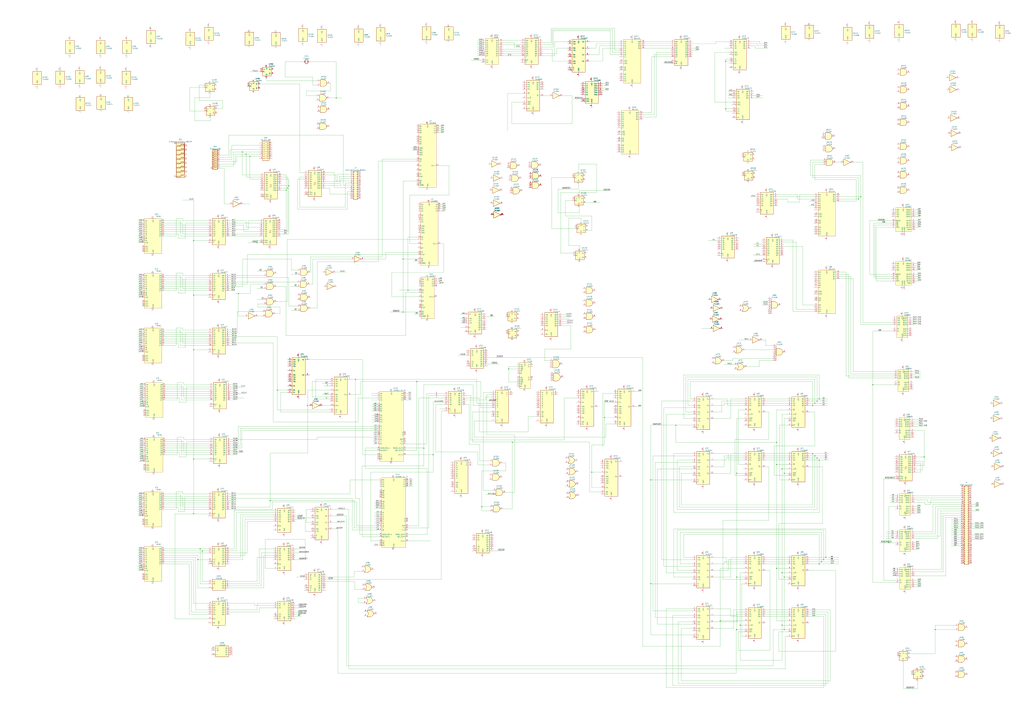
<source format=kicad_sch>
(kicad_sch (version 20211123) (generator eeschema)
  (paper "A0")
  (lib_symbols
    (symbol "74xx:74LS00" (pin_names (offset 1.016))
      (property "Reference" "U" (at 0 1.27 0))
      (property "Value" "74LS00" (at 0 -1.27 0))
      (symbol "74LS00_1_1"
        (pin input line (at -7.62 2.54 0) (length 3.81) (name "~") (number "1"))
        (pin input line (at -7.62 -2.54 0) (length 3.81) (name "~") (number "2"))
        (pin output inverted (at 7.62 0 180) (length 3.81) (name "~") (number "3"))
      )
      (symbol "74LS00_1_2"
        (pin input inverted (at -7.62 2.54 0) (length 4.318) (name "~") (number "1"))
        (pin input inverted (at -7.62 -2.54 0) (length 4.318) (name "~") (number "2"))
        (pin output line (at 7.62 0 180) (length 3.81) (name "~") (number "3"))
      )
      (symbol "74LS00_2_1"
        (pin input line (at -7.62 2.54 0) (length 3.81) (name "~") (number "4"))
        (pin input line (at -7.62 -2.54 0) (length 3.81) (name "~") (number "5"))
        (pin output inverted (at 7.62 0 180) (length 3.81) (name "~") (number "6"))
      )
      (symbol "74LS00_2_2"
        (pin input inverted (at -7.62 2.54 0) (length 4.318) (name "~") (number "4"))
        (pin input inverted (at -7.62 -2.54 0) (length 4.318) (name "~") (number "5"))
        (pin output line (at 7.62 0 180) (length 3.81) (name "~") (number "6"))
      )
      (symbol "74LS00_3_1"
        (pin input line (at -7.62 -2.54 0) (length 3.81) (name "~") (number "10"))
        (pin output inverted (at 7.62 0 180) (length 3.81) (name "~") (number "8"))
        (pin input line (at -7.62 2.54 0) (length 3.81) (name "~") (number "9"))
      )
      (symbol "74LS00_3_2"
        (pin input inverted (at -7.62 -2.54 0) (length 4.318) (name "~") (number "10"))
        (pin output line (at 7.62 0 180) (length 3.81) (name "~") (number "8"))
        (pin input inverted (at -7.62 2.54 0) (length 4.318) (name "~") (number "9"))
      )
      (symbol "74LS00_4_1"
        (pin output inverted (at 7.62 0 180) (length 3.81) (name "~") (number "11"))
        (pin input line (at -7.62 2.54 0) (length 3.81) (name "~") (number "12"))
        (pin input line (at -7.62 -2.54 0) (length 3.81) (name "~") (number "13"))
      )
      (symbol "74LS00_4_2"
        (pin output line (at 7.62 0 180) (length 3.81) (name "~") (number "11"))
        (pin input inverted (at -7.62 2.54 0) (length 4.318) (name "~") (number "12"))
        (pin input inverted (at -7.62 -2.54 0) (length 4.318) (name "~") (number "13"))
      )
      (symbol "74LS00_5_0"
        (pin power_in line (at 0 12.7 270) (length 5.08) (name "VCC") (number "14"))
        (pin power_in line (at 0 -12.7 90) (length 5.08) (name "GND") (number "7"))
      )
    )
    (symbol "74xx:74LS02" (pin_names (offset 1.016))
      (property "Reference" "U" (at 0 1.27 0))
      (property "Value" "74LS02" (at 0 -1.27 0))
      (symbol "74LS02_1_1"
        (pin output inverted (at 7.62 0 180) (length 3.81) (name "~") (number "1"))
        (pin input line (at -7.62 2.54 0) (length 4.318) (name "~") (number "2"))
        (pin input line (at -7.62 -2.54 0) (length 4.318) (name "~") (number "3"))
      )
      (symbol "74LS02_1_2"
        (pin output line (at 7.62 0 180) (length 3.81) (name "~") (number "1"))
        (pin input inverted (at -7.62 2.54 0) (length 3.81) (name "~") (number "2"))
        (pin input inverted (at -7.62 -2.54 0) (length 3.81) (name "~") (number "3"))
      )
      (symbol "74LS02_2_1"
        (pin output inverted (at 7.62 0 180) (length 3.81) (name "~") (number "4"))
        (pin input line (at -7.62 2.54 0) (length 4.318) (name "~") (number "5"))
        (pin input line (at -7.62 -2.54 0) (length 4.318) (name "~") (number "6"))
      )
      (symbol "74LS02_2_2"
        (pin output line (at 7.62 0 180) (length 3.81) (name "~") (number "4"))
        (pin input inverted (at -7.62 2.54 0) (length 3.81) (name "~") (number "5"))
        (pin input inverted (at -7.62 -2.54 0) (length 3.81) (name "~") (number "6"))
      )
      (symbol "74LS02_3_1"
        (pin output inverted (at 7.62 0 180) (length 3.81) (name "~") (number "10"))
        (pin input line (at -7.62 2.54 0) (length 4.318) (name "~") (number "8"))
        (pin input line (at -7.62 -2.54 0) (length 4.318) (name "~") (number "9"))
      )
      (symbol "74LS02_3_2"
        (pin output line (at 7.62 0 180) (length 3.81) (name "~") (number "10"))
        (pin input inverted (at -7.62 2.54 0) (length 3.81) (name "~") (number "8"))
        (pin input inverted (at -7.62 -2.54 0) (length 3.81) (name "~") (number "9"))
      )
      (symbol "74LS02_4_1"
        (pin input line (at -7.62 2.54 0) (length 4.318) (name "~") (number "11"))
        (pin input line (at -7.62 -2.54 0) (length 4.318) (name "~") (number "12"))
        (pin output inverted (at 7.62 0 180) (length 3.81) (name "~") (number "13"))
      )
      (symbol "74LS02_4_2"
        (pin input inverted (at -7.62 2.54 0) (length 3.81) (name "~") (number "11"))
        (pin input inverted (at -7.62 -2.54 0) (length 3.81) (name "~") (number "12"))
        (pin output line (at 7.62 0 180) (length 3.81) (name "~") (number "13"))
      )
      (symbol "74LS02_5_0"
        (pin power_in line (at 0 12.7 270) (length 5.08) (name "VCC") (number "14"))
        (pin power_in line (at 0 -12.7 90) (length 5.08) (name "GND") (number "7"))
      )
    )
    (symbol "74xx:74LS04"
      (property "Reference" "U" (at 0 1.27 0))
      (property "Value" "74LS04" (at 0 -1.27 0))
      (symbol "74LS04_1_0"
        (pin input line (at -7.62 0 0) (length 3.81) (name "~") (number "1"))
        (pin output inverted (at 7.62 0 180) (length 3.81) (name "~") (number "2"))
      )
      (symbol "74LS04_2_0"
        (pin input line (at -7.62 0 0) (length 3.81) (name "~") (number "3"))
        (pin output inverted (at 7.62 0 180) (length 3.81) (name "~") (number "4"))
      )
      (symbol "74LS04_3_0"
        (pin input line (at -7.62 0 0) (length 3.81) (name "~") (number "5"))
        (pin output inverted (at 7.62 0 180) (length 3.81) (name "~") (number "6"))
      )
      (symbol "74LS04_4_0"
        (pin output inverted (at 7.62 0 180) (length 3.81) (name "~") (number "8"))
        (pin input line (at -7.62 0 0) (length 3.81) (name "~") (number "9"))
      )
      (symbol "74LS04_5_0"
        (pin output inverted (at 7.62 0 180) (length 3.81) (name "~") (number "10"))
        (pin input line (at -7.62 0 0) (length 3.81) (name "~") (number "11"))
      )
      (symbol "74LS04_6_0"
        (pin output inverted (at 7.62 0 180) (length 3.81) (name "~") (number "12"))
        (pin input line (at -7.62 0 0) (length 3.81) (name "~") (number "13"))
      )
      (symbol "74LS04_7_0"
        (pin power_in line (at 0 12.7 270) (length 5.08) (name "VCC") (number "14"))
        (pin power_in line (at 0 -12.7 90) (length 5.08) (name "GND") (number "7"))
      )
    )
    (symbol "74xx:74LS10" (pin_names (offset 1.016))
      (property "Reference" "U" (at 0 1.27 0))
      (property "Value" "74LS10" (at 0 -1.27 0))
      (symbol "74LS10_1_1"
        (pin input line (at -7.62 2.54 0) (length 3.81) (name "~") (number "1"))
        (pin output inverted (at 7.62 0 180) (length 3.81) (name "~") (number "12"))
        (pin input line (at -7.62 -2.54 0) (length 3.81) (name "~") (number "13"))
        (pin input line (at -7.62 0 0) (length 3.81) (name "~") (number "2"))
      )
      (symbol "74LS10_1_2"
        (pin input inverted (at -7.62 2.54 0) (length 4.318) (name "~") (number "1"))
        (pin output line (at 7.62 0 180) (length 3.81) (name "~") (number "12"))
        (pin input inverted (at -7.62 -2.54 0) (length 4.318) (name "~") (number "13"))
        (pin input inverted (at -7.62 0 0) (length 4.953) (name "~") (number "2"))
      )
      (symbol "74LS10_2_1"
        (pin input line (at -7.62 2.54 0) (length 3.81) (name "~") (number "3"))
        (pin input line (at -7.62 0 0) (length 3.81) (name "~") (number "4"))
        (pin input line (at -7.62 -2.54 0) (length 3.81) (name "~") (number "5"))
        (pin output inverted (at 7.62 0 180) (length 3.81) (name "~") (number "6"))
      )
      (symbol "74LS10_2_2"
        (pin input inverted (at -7.62 2.54 0) (length 4.318) (name "~") (number "3"))
        (pin input inverted (at -7.62 0 0) (length 4.953) (name "~") (number "4"))
        (pin input inverted (at -7.62 -2.54 0) (length 4.318) (name "~") (number "5"))
        (pin output line (at 7.62 0 180) (length 3.81) (name "~") (number "6"))
      )
      (symbol "74LS10_3_1"
        (pin input line (at -7.62 0 0) (length 3.81) (name "~") (number "10"))
        (pin input line (at -7.62 -2.54 0) (length 3.81) (name "~") (number "11"))
        (pin output inverted (at 7.62 0 180) (length 3.81) (name "~") (number "8"))
        (pin input line (at -7.62 2.54 0) (length 3.81) (name "~") (number "9"))
      )
      (symbol "74LS10_3_2"
        (pin input inverted (at -7.62 0 0) (length 4.953) (name "~") (number "10"))
        (pin input inverted (at -7.62 -2.54 0) (length 4.318) (name "~") (number "11"))
        (pin output line (at 7.62 0 180) (length 3.81) (name "~") (number "8"))
        (pin input inverted (at -7.62 2.54 0) (length 4.318) (name "~") (number "9"))
      )
      (symbol "74LS10_4_0"
        (pin power_in line (at 0 12.7 270) (length 5.08) (name "VCC") (number "14"))
        (pin power_in line (at 0 -12.7 90) (length 5.08) (name "GND") (number "7"))
      )
    )
    (symbol "74xx:74LS138" (pin_names (offset 1.016))
      (property "Reference" "U" (at -7.62 11.43 0))
      (property "Value" "74LS138" (at -7.62 -13.97 0))
      (symbol "74LS138_1_0"
        (pin input line (at -12.7 7.62 0) (length 5.08) (name "A0") (number "1"))
        (pin output output_low (at 12.7 -5.08 180) (length 5.08) (name "O5") (number "10"))
        (pin output output_low (at 12.7 -2.54 180) (length 5.08) (name "O4") (number "11"))
        (pin output output_low (at 12.7 0 180) (length 5.08) (name "O3") (number "12"))
        (pin output output_low (at 12.7 2.54 180) (length 5.08) (name "O2") (number "13"))
        (pin output output_low (at 12.7 5.08 180) (length 5.08) (name "O1") (number "14"))
        (pin output output_low (at 12.7 7.62 180) (length 5.08) (name "O0") (number "15"))
        (pin power_in line (at 0 15.24 270) (length 5.08) (name "VCC") (number "16"))
        (pin input line (at -12.7 5.08 0) (length 5.08) (name "A1") (number "2"))
        (pin input line (at -12.7 2.54 0) (length 5.08) (name "A2") (number "3"))
        (pin input input_low (at -12.7 -10.16 0) (length 5.08) (name "E1") (number "4"))
        (pin input input_low (at -12.7 -7.62 0) (length 5.08) (name "E2") (number "5"))
        (pin input line (at -12.7 -5.08 0) (length 5.08) (name "E3") (number "6"))
        (pin output output_low (at 12.7 -10.16 180) (length 5.08) (name "O7") (number "7"))
        (pin power_in line (at 0 -17.78 90) (length 5.08) (name "GND") (number "8"))
        (pin output output_low (at 12.7 -7.62 180) (length 5.08) (name "O6") (number "9"))
      )
    )
    (symbol "74xx:74LS151" (pin_names (offset 1.016))
      (property "Reference" "U" (at -7.62 19.05 0))
      (property "Value" "74LS151" (at -7.62 -21.59 0))
      (symbol "74LS151_1_0"
        (pin input line (at -12.7 7.62 0) (length 5.08) (name "I3") (number "1"))
        (pin input line (at -12.7 -10.16 0) (length 5.08) (name "S1") (number "10"))
        (pin input line (at -12.7 -7.62 0) (length 5.08) (name "S0") (number "11"))
        (pin input line (at -12.7 -2.54 0) (length 5.08) (name "I7") (number "12"))
        (pin input line (at -12.7 0 0) (length 5.08) (name "I6") (number "13"))
        (pin input line (at -12.7 2.54 0) (length 5.08) (name "I5") (number "14"))
        (pin input line (at -12.7 5.08 0) (length 5.08) (name "I4") (number "15"))
        (pin power_in line (at 0 22.86 270) (length 5.08) (name "VCC") (number "16"))
        (pin input line (at -12.7 10.16 0) (length 5.08) (name "I2") (number "2"))
        (pin input line (at -12.7 12.7 0) (length 5.08) (name "I1") (number "3"))
        (pin input line (at -12.7 15.24 0) (length 5.08) (name "I0") (number "4"))
        (pin output line (at 12.7 15.24 180) (length 5.08) (name "Z") (number "5"))
        (pin output line (at 12.7 12.7 180) (length 5.08) (name "~{Z}") (number "6"))
        (pin input line (at -12.7 -17.78 0) (length 5.08) (name "~{E}") (number "7"))
        (pin power_in line (at 0 -25.4 90) (length 5.08) (name "GND") (number "8"))
        (pin input line (at -12.7 -12.7 0) (length 5.08) (name "S2") (number "9"))
      )
    )
    (symbol "74xx:74LS153" (pin_names (offset 1.016))
      (property "Reference" "U" (at -7.62 21.59 0))
      (property "Value" "74LS153" (at -7.62 -24.13 0))
      (symbol "74LS153_1_0"
        (pin input inverted (at -12.7 5.08 0) (length 5.08) (name "Ea") (number "1"))
        (pin input line (at -12.7 0 0) (length 5.08) (name "I0b") (number "10"))
        (pin input line (at -12.7 -2.54 0) (length 5.08) (name "I1b") (number "11"))
        (pin input line (at -12.7 -5.08 0) (length 5.08) (name "I2b") (number "12"))
        (pin input line (at -12.7 -7.62 0) (length 5.08) (name "I3b") (number "13"))
        (pin input line (at -12.7 -17.78 0) (length 5.08) (name "S0") (number "14"))
        (pin input inverted (at -12.7 -12.7 0) (length 5.08) (name "Eb") (number "15"))
        (pin power_in line (at 0 25.4 270) (length 5.08) (name "VCC") (number "16"))
        (pin input line (at -12.7 -20.32 0) (length 5.08) (name "S1") (number "2"))
        (pin input line (at -12.7 10.16 0) (length 5.08) (name "I3a") (number "3"))
        (pin input line (at -12.7 12.7 0) (length 5.08) (name "I2a") (number "4"))
        (pin input line (at -12.7 15.24 0) (length 5.08) (name "I1a") (number "5"))
        (pin input line (at -12.7 17.78 0) (length 5.08) (name "I0a") (number "6"))
        (pin output line (at 12.7 17.78 180) (length 5.08) (name "Za") (number "7"))
        (pin power_in line (at 0 -27.94 90) (length 5.08) (name "GND") (number "8"))
        (pin output line (at 12.7 0 180) (length 5.08) (name "Zb") (number "9"))
      )
    )
    (symbol "74xx:74LS157" (pin_names (offset 1.016))
      (property "Reference" "U" (at -7.62 19.05 0))
      (property "Value" "74LS157" (at -7.62 -21.59 0))
      (symbol "74LS157_1_0"
        (pin input line (at -12.7 -15.24 0) (length 5.08) (name "S") (number "1"))
        (pin input line (at -12.7 -2.54 0) (length 5.08) (name "I1c") (number "10"))
        (pin input line (at -12.7 0 0) (length 5.08) (name "I0c") (number "11"))
        (pin output line (at 12.7 -7.62 180) (length 5.08) (name "Zd") (number "12"))
        (pin input line (at -12.7 -10.16 0) (length 5.08) (name "I1d") (number "13"))
        (pin input line (at -12.7 -7.62 0) (length 5.08) (name "I0d") (number "14"))
        (pin input inverted (at -12.7 -17.78 0) (length 5.08) (name "E") (number "15"))
        (pin power_in line (at 0 22.86 270) (length 5.08) (name "VCC") (number "16"))
        (pin input line (at -12.7 15.24 0) (length 5.08) (name "I0a") (number "2"))
        (pin input line (at -12.7 12.7 0) (length 5.08) (name "I1a") (number "3"))
        (pin output line (at 12.7 15.24 180) (length 5.08) (name "Za") (number "4"))
        (pin input line (at -12.7 7.62 0) (length 5.08) (name "I0b") (number "5"))
        (pin input line (at -12.7 5.08 0) (length 5.08) (name "I1b") (number "6"))
        (pin output line (at 12.7 7.62 180) (length 5.08) (name "Zb") (number "7"))
        (pin power_in line (at 0 -25.4 90) (length 5.08) (name "GND") (number "8"))
        (pin output line (at 12.7 0 180) (length 5.08) (name "Zc") (number "9"))
      )
    )
    (symbol "74xx:74LS173" (pin_names (offset 1.016))
      (property "Reference" "U" (at -7.62 19.05 0))
      (property "Value" "74LS173" (at -7.62 -19.05 0))
      (symbol "74LS173_1_0"
        (pin input inverted (at -12.7 2.54 0) (length 5.08) (name "Oe1") (number "1"))
        (pin input inverted (at -12.7 -7.62 0) (length 5.08) (name "E2") (number "10"))
        (pin input line (at -12.7 7.62 0) (length 5.08) (name "D3") (number "11"))
        (pin input line (at -12.7 10.16 0) (length 5.08) (name "D2") (number "12"))
        (pin input line (at -12.7 12.7 0) (length 5.08) (name "D1") (number "13"))
        (pin input line (at -12.7 15.24 0) (length 5.08) (name "D0") (number "14"))
        (pin input line (at -12.7 -15.24 0) (length 5.08) (name "Mr") (number "15"))
        (pin power_in line (at 0 22.86 270) (length 5.08) (name "VCC") (number "16"))
        (pin input inverted (at -12.7 0 0) (length 5.08) (name "Oe2") (number "2"))
        (pin tri_state line (at 12.7 15.24 180) (length 5.08) (name "Q0") (number "3"))
        (pin tri_state line (at 12.7 12.7 180) (length 5.08) (name "Q1") (number "4"))
        (pin tri_state line (at 12.7 10.16 180) (length 5.08) (name "Q2") (number "5"))
        (pin tri_state line (at 12.7 7.62 180) (length 5.08) (name "Q3") (number "6"))
        (pin input clock (at -12.7 -10.16 0) (length 5.08) (name "Cp") (number "7"))
        (pin power_in line (at 0 -22.86 90) (length 5.08) (name "GND") (number "8"))
        (pin input inverted (at -12.7 -5.08 0) (length 5.08) (name "E1") (number "9"))
      )
    )
    (symbol "74xx:74LS174" (pin_names (offset 1.016))
      (property "Reference" "U" (at -7.62 13.97 0))
      (property "Value" "74LS174" (at -7.62 -16.51 0))
      (symbol "74LS174_1_0"
        (pin input line (at -12.7 -12.7 0) (length 5.08) (name "~{Mr}") (number "1"))
        (pin output line (at 12.7 2.54 180) (length 5.08) (name "Q3") (number "10"))
        (pin input line (at -12.7 2.54 0) (length 5.08) (name "D3") (number "11"))
        (pin output line (at 12.7 0 180) (length 5.08) (name "Q4") (number "12"))
        (pin input line (at -12.7 0 0) (length 5.08) (name "D4") (number "13"))
        (pin input line (at -12.7 -2.54 0) (length 5.08) (name "D5") (number "14"))
        (pin output line (at 12.7 -2.54 180) (length 5.08) (name "Q5") (number "15"))
        (pin power_in line (at 0 17.78 270) (length 5.08) (name "VCC") (number "16"))
        (pin output line (at 12.7 10.16 180) (length 5.08) (name "Q0") (number "2"))
        (pin input line (at -12.7 10.16 0) (length 5.08) (name "D0") (number "3"))
        (pin input line (at -12.7 7.62 0) (length 5.08) (name "D1") (number "4"))
        (pin output line (at 12.7 7.62 180) (length 5.08) (name "Q1") (number "5"))
        (pin input line (at -12.7 5.08 0) (length 5.08) (name "D2") (number "6"))
        (pin output line (at 12.7 5.08 180) (length 5.08) (name "Q2") (number "7"))
        (pin power_in line (at 0 -20.32 90) (length 5.08) (name "GND") (number "8"))
        (pin input clock (at -12.7 -7.62 0) (length 5.08) (name "Cp") (number "9"))
      )
    )
    (symbol "74xx:74LS20" (pin_names (offset 1.016))
      (property "Reference" "U" (at 0 1.27 0))
      (property "Value" "74LS20" (at 0 -1.27 0))
      (symbol "74LS20_1_1"
        (pin input line (at -7.62 3.81 0) (length 3.81) (name "~") (number "1"))
        (pin input line (at -7.62 1.27 0) (length 3.81) (name "~") (number "2"))
        (pin input line (at -7.62 -1.27 0) (length 3.81) (name "~") (number "4"))
        (pin input line (at -7.62 -3.81 0) (length 3.81) (name "~") (number "5"))
        (pin output inverted (at 7.62 0 180) (length 3.81) (name "~") (number "6"))
      )
      (symbol "74LS20_1_2"
        (pin input inverted (at -7.62 3.81 0) (length 3.81) (name "~") (number "1"))
        (pin input inverted (at -7.62 1.27 0) (length 4.826) (name "~") (number "2"))
        (pin input inverted (at -7.62 -1.27 0) (length 4.826) (name "~") (number "4"))
        (pin input inverted (at -7.62 -3.81 0) (length 3.81) (name "~") (number "5"))
        (pin output line (at 7.62 0 180) (length 3.81) (name "~") (number "6"))
      )
      (symbol "74LS20_2_1"
        (pin input line (at -7.62 1.27 0) (length 3.81) (name "~") (number "10"))
        (pin input line (at -7.62 -1.27 0) (length 3.81) (name "~") (number "12"))
        (pin input line (at -7.62 -3.81 0) (length 3.81) (name "~") (number "13"))
        (pin output inverted (at 7.62 0 180) (length 3.81) (name "~") (number "8"))
        (pin input line (at -7.62 3.81 0) (length 3.81) (name "~") (number "9"))
      )
      (symbol "74LS20_2_2"
        (pin input inverted (at -7.62 1.27 0) (length 4.826) (name "~") (number "10"))
        (pin input inverted (at -7.62 -1.27 0) (length 4.826) (name "~") (number "12"))
        (pin input inverted (at -7.62 -3.81 0) (length 3.81) (name "~") (number "13"))
        (pin output line (at 7.62 0 180) (length 3.81) (name "~") (number "8"))
        (pin input inverted (at -7.62 3.81 0) (length 3.81) (name "~") (number "9"))
      )
      (symbol "74LS20_3_0"
        (pin power_in line (at 0 12.7 270) (length 5.08) (name "VCC") (number "14"))
        (pin power_in line (at 0 -12.7 90) (length 5.08) (name "GND") (number "7"))
      )
    )
    (symbol "74xx:74LS240" (pin_names (offset 1.016))
      (property "Reference" "U" (at -7.62 16.51 0))
      (property "Value" "74LS240" (at -7.62 -16.51 0))
      (symbol "74LS240_1_0"
        (pin input inverted (at -12.7 -10.16 0) (length 5.08) (name "OEa") (number "1"))
        (pin power_in line (at 0 -20.32 90) (length 5.08) (name "GND") (number "10"))
        (pin input line (at -12.7 2.54 0) (length 5.08) (name "I0b") (number "11"))
        (pin tri_state inverted (at 12.7 5.08 180) (length 5.08) (name "O3a") (number "12"))
        (pin input line (at -12.7 0 0) (length 5.08) (name "I1b") (number "13"))
        (pin tri_state inverted (at 12.7 7.62 180) (length 5.08) (name "O2a") (number "14"))
        (pin input line (at -12.7 -2.54 0) (length 5.08) (name "I2b") (number "15"))
        (pin tri_state inverted (at 12.7 10.16 180) (length 5.08) (name "O1a") (number "16"))
        (pin input line (at -12.7 -5.08 0) (length 5.08) (name "I3b") (number "17"))
        (pin tri_state inverted (at 12.7 12.7 180) (length 5.08) (name "O0a") (number "18"))
        (pin input inverted (at -12.7 -12.7 0) (length 5.08) (name "OEb") (number "19"))
        (pin input line (at -12.7 12.7 0) (length 5.08) (name "I0a") (number "2"))
        (pin power_in line (at 0 20.32 270) (length 5.08) (name "VCC") (number "20"))
        (pin tri_state inverted (at 12.7 -5.08 180) (length 5.08) (name "O3b") (number "3"))
        (pin input line (at -12.7 10.16 0) (length 5.08) (name "I1a") (number "4"))
        (pin tri_state inverted (at 12.7 -2.54 180) (length 5.08) (name "O2b") (number "5"))
        (pin input line (at -12.7 7.62 0) (length 5.08) (name "I2a") (number "6"))
        (pin tri_state inverted (at 12.7 0 180) (length 5.08) (name "O1b") (number "7"))
        (pin input line (at -12.7 5.08 0) (length 5.08) (name "I3a") (number "8"))
        (pin tri_state inverted (at 12.7 2.54 180) (length 5.08) (name "O0b") (number "9"))
      )
    )
    (symbol "74xx:74LS253" (pin_names (offset 1.016))
      (property "Reference" "U" (at -7.62 21.59 0))
      (property "Value" "74LS253" (at -7.62 -24.13 0))
      (symbol "74LS253_1_0"
        (pin input inverted (at -12.7 5.08 0) (length 5.08) (name "OEa") (number "1"))
        (pin input line (at -12.7 0 0) (length 5.08) (name "I0b") (number "10"))
        (pin input line (at -12.7 -2.54 0) (length 5.08) (name "I1b") (number "11"))
        (pin input line (at -12.7 -5.08 0) (length 5.08) (name "I2b") (number "12"))
        (pin input line (at -12.7 -7.62 0) (length 5.08) (name "I3b") (number "13"))
        (pin input line (at -12.7 -17.78 0) (length 5.08) (name "A0") (number "14"))
        (pin input inverted (at -12.7 -12.7 0) (length 5.08) (name "OEb") (number "15"))
        (pin power_in line (at 0 25.4 270) (length 5.08) (name "VCC") (number "16"))
        (pin input line (at -12.7 -20.32 0) (length 5.08) (name "A1") (number "2"))
        (pin input line (at -12.7 10.16 0) (length 5.08) (name "I3a") (number "3"))
        (pin input line (at -12.7 12.7 0) (length 5.08) (name "I2a") (number "4"))
        (pin input line (at -12.7 15.24 0) (length 5.08) (name "I1a") (number "5"))
        (pin input line (at -12.7 17.78 0) (length 5.08) (name "I0a") (number "6"))
        (pin tri_state line (at 12.7 17.78 180) (length 5.08) (name "Za") (number "7"))
        (pin power_in line (at 0 -27.94 90) (length 5.08) (name "GND") (number "8"))
        (pin tri_state line (at 12.7 0 180) (length 5.08) (name "Zb") (number "9"))
      )
    )
    (symbol "74xx:74LS259" (pin_names (offset 1.016))
      (property "Reference" "U" (at -7.62 13.97 0))
      (property "Value" "74LS259" (at -7.62 -13.97 0))
      (symbol "74LS259_1_0"
        (pin input line (at -12.7 5.08 0) (length 5.08) (name "A0") (number "1"))
        (pin output line (at 12.7 -2.54 180) (length 5.08) (name "Q5") (number "10"))
        (pin output line (at 12.7 -5.08 180) (length 5.08) (name "Q6") (number "11"))
        (pin output line (at 12.7 -7.62 180) (length 5.08) (name "Q7") (number "12"))
        (pin input line (at -12.7 10.16 0) (length 5.08) (name "D") (number "13"))
        (pin input inverted (at -12.7 -5.08 0) (length 5.08) (name "E") (number "14"))
        (pin input inverted (at -12.7 -10.16 0) (length 5.08) (name "Clr") (number "15"))
        (pin power_in line (at 0 17.78 270) (length 5.08) (name "VCC") (number "16"))
        (pin input line (at -12.7 2.54 0) (length 5.08) (name "A1") (number "2"))
        (pin input line (at -12.7 0 0) (length 5.08) (name "A2") (number "3"))
        (pin output line (at 12.7 10.16 180) (length 5.08) (name "Q0") (number "4"))
        (pin output line (at 12.7 7.62 180) (length 5.08) (name "Q1") (number "5"))
        (pin output line (at 12.7 5.08 180) (length 5.08) (name "Q2") (number "6"))
        (pin output line (at 12.7 2.54 180) (length 5.08) (name "Q3") (number "7"))
        (pin power_in line (at 0 -17.78 90) (length 5.08) (name "GND") (number "8"))
        (pin output line (at 12.7 0 180) (length 5.08) (name "Q4") (number "9"))
      )
    )
    (symbol "74xx:74LS30" (pin_names (offset 1.016))
      (property "Reference" "U" (at 0 1.27 0))
      (property "Value" "74LS30" (at 0 -1.27 0))
      (symbol "74LS30_1_1"
        (pin input line (at -7.62 7.62 0) (length 3.81) (name "~") (number "1"))
        (pin input line (at -7.62 -7.62 0) (length 3.81) (name "~") (number "11"))
        (pin input line (at -7.62 -10.16 0) (length 3.81) (name "~") (number "12"))
        (pin input line (at -7.62 5.08 0) (length 3.81) (name "~") (number "2"))
        (pin input line (at -7.62 2.54 0) (length 3.81) (name "~") (number "3"))
        (pin input line (at -7.62 0 0) (length 3.81) (name "~") (number "4"))
        (pin input line (at -7.62 -2.54 0) (length 3.81) (name "~") (number "5"))
        (pin input line (at -7.62 -5.08 0) (length 3.81) (name "~") (number "6"))
        (pin output inverted (at 7.62 0 180) (length 3.81) (name "~") (number "8"))
      )
      (symbol "74LS30_1_2"
        (pin input inverted (at -7.62 7.62 0) (length 3.81) (name "~") (number "1"))
        (pin input inverted (at -7.62 -7.62 0) (length 3.81) (name "~") (number "11"))
        (pin input inverted (at -7.62 -10.16 0) (length 3.81) (name "~") (number "12"))
        (pin input inverted (at -7.62 5.08 0) (length 3.81) (name "~") (number "2"))
        (pin input inverted (at -7.62 2.54 0) (length 4.5466) (name "~") (number "3"))
        (pin input inverted (at -7.62 0 0) (length 5.08) (name "~") (number "4"))
        (pin input inverted (at -7.62 -2.54 0) (length 4.5466) (name "~") (number "5"))
        (pin input inverted (at -7.62 -5.08 0) (length 3.81) (name "~") (number "6"))
        (pin output line (at 7.62 0 180) (length 3.81) (name "~") (number "8"))
      )
      (symbol "74LS30_2_0"
        (pin power_in line (at 0 12.7 270) (length 5.08) (name "VCC") (number "14"))
        (pin power_in line (at 0 -12.7 90) (length 5.08) (name "GND") (number "7"))
      )
    )
    (symbol "74xx:74LS368" (pin_names (offset 1.016))
      (property "Reference" "U" (at -7.62 13.97 0))
      (property "Value" "74LS368" (at -7.62 -13.97 0))
      (symbol "74LS368_1_0"
        (pin input inverted (at -12.7 -7.62 0) (length 5.08) (name "OEa") (number "1"))
        (pin input line (at -12.7 2.54 0) (length 5.08) (name "I4") (number "10"))
        (pin tri_state inverted (at 12.7 0 180) (length 5.08) (name "O5b") (number "11"))
        (pin input line (at -12.7 0 0) (length 5.08) (name "I5") (number "12"))
        (pin tri_state inverted (at 12.7 -2.54 180) (length 5.08) (name "O6b") (number "13"))
        (pin input line (at -12.7 -2.54 0) (length 5.08) (name "I6") (number "14"))
        (pin input inverted (at -12.7 -10.16 0) (length 5.08) (name "OEb") (number "15"))
        (pin power_in line (at 0 17.78 270) (length 5.08) (name "VCC") (number "16"))
        (pin input line (at -12.7 10.16 0) (length 5.08) (name "I1") (number "2"))
        (pin tri_state inverted (at 12.7 10.16 180) (length 5.08) (name "O1a") (number "3"))
        (pin input line (at -12.7 7.62 0) (length 5.08) (name "I2") (number "4"))
        (pin tri_state inverted (at 12.7 7.62 180) (length 5.08) (name "O2a") (number "5"))
        (pin input line (at -12.7 5.08 0) (length 5.08) (name "I3") (number "6"))
        (pin tri_state inverted (at 12.7 5.08 180) (length 5.08) (name "O3a") (number "7"))
        (pin power_in line (at 0 -17.78 90) (length 5.08) (name "GND") (number "8"))
        (pin tri_state inverted (at 12.7 2.54 180) (length 5.08) (name "O4a") (number "9"))
      )
    )
    (symbol "74xx:74LS37" (pin_names (offset 1.016))
      (property "Reference" "U" (at 0 1.27 0))
      (property "Value" "74LS37" (at 0 -1.27 0))
      (symbol "74LS37_1_1"
        (pin input line (at -7.62 2.54 0) (length 3.81) (name "~") (number "1"))
        (pin input line (at -7.62 -2.54 0) (length 3.81) (name "~") (number "2"))
        (pin output inverted (at 7.62 0 180) (length 3.81) (name "~") (number "3"))
      )
      (symbol "74LS37_1_2"
        (pin input inverted (at -7.62 2.54 0) (length 4.318) (name "~") (number "1"))
        (pin input inverted (at -7.62 -2.54 0) (length 4.318) (name "~") (number "2"))
        (pin output line (at 7.62 0 180) (length 3.81) (name "~") (number "3"))
      )
      (symbol "74LS37_2_1"
        (pin input line (at -7.62 2.54 0) (length 3.81) (name "~") (number "4"))
        (pin input line (at -7.62 -2.54 0) (length 3.81) (name "~") (number "5"))
        (pin output inverted (at 7.62 0 180) (length 3.81) (name "~") (number "6"))
      )
      (symbol "74LS37_2_2"
        (pin input inverted (at -7.62 2.54 0) (length 4.318) (name "~") (number "4"))
        (pin input inverted (at -7.62 -2.54 0) (length 4.318) (name "~") (number "5"))
        (pin output line (at 7.62 0 180) (length 3.81) (name "~") (number "6"))
      )
      (symbol "74LS37_3_1"
        (pin input line (at -7.62 -2.54 0) (length 3.81) (name "~") (number "10"))
        (pin output inverted (at 7.62 0 180) (length 3.81) (name "~") (number "8"))
        (pin input line (at -7.62 2.54 0) (length 3.81) (name "~") (number "9"))
      )
      (symbol "74LS37_3_2"
        (pin input inverted (at -7.62 -2.54 0) (length 4.318) (name "~") (number "10"))
        (pin output line (at 7.62 0 180) (length 3.81) (name "~") (number "8"))
        (pin input inverted (at -7.62 2.54 0) (length 4.318) (name "~") (number "9"))
      )
      (symbol "74LS37_4_1"
        (pin output inverted (at 7.62 0 180) (length 3.81) (name "~") (number "11"))
        (pin input line (at -7.62 2.54 0) (length 3.81) (name "~") (number "12"))
        (pin input line (at -7.62 -2.54 0) (length 3.81) (name "~") (number "13"))
      )
      (symbol "74LS37_4_2"
        (pin output line (at 7.62 0 180) (length 3.81) (name "~") (number "11"))
        (pin input inverted (at -7.62 2.54 0) (length 4.318) (name "~") (number "12"))
        (pin input inverted (at -7.62 -2.54 0) (length 4.318) (name "~") (number "13"))
      )
      (symbol "74LS37_5_0"
        (pin power_in line (at 0 12.7 270) (length 5.08) (name "VCC") (number "14"))
        (pin power_in line (at 0 -12.7 90) (length 5.08) (name "GND") (number "7"))
      )
    )
    (symbol "74xx:74LS374"
      (property "Reference" "U" (at -7.62 16.51 0))
      (property "Value" "74LS374" (at -7.62 -16.51 0))
      (symbol "74LS374_1_0"
        (pin input inverted (at -12.7 -12.7 0) (length 5.08) (name "OE") (number "1"))
        (pin power_in line (at 0 -20.32 90) (length 5.08) (name "GND") (number "10"))
        (pin input clock (at -12.7 -10.16 0) (length 5.08) (name "Cp") (number "11"))
        (pin tri_state line (at 12.7 2.54 180) (length 5.08) (name "O4") (number "12"))
        (pin input line (at -12.7 2.54 0) (length 5.08) (name "D4") (number "13"))
        (pin input line (at -12.7 0 0) (length 5.08) (name "D5") (number "14"))
        (pin tri_state line (at 12.7 0 180) (length 5.08) (name "O5") (number "15"))
        (pin tri_state line (at 12.7 -2.54 180) (length 5.08) (name "O6") (number "16"))
        (pin input line (at -12.7 -2.54 0) (length 5.08) (name "D6") (number "17"))
        (pin input line (at -12.7 -5.08 0) (length 5.08) (name "D7") (number "18"))
        (pin tri_state line (at 12.7 -5.08 180) (length 5.08) (name "O7") (number "19"))
        (pin tri_state line (at 12.7 12.7 180) (length 5.08) (name "O0") (number "2"))
        (pin power_in line (at 0 20.32 270) (length 5.08) (name "VCC") (number "20"))
        (pin input line (at -12.7 12.7 0) (length 5.08) (name "D0") (number "3"))
        (pin input line (at -12.7 10.16 0) (length 5.08) (name "D1") (number "4"))
        (pin tri_state line (at 12.7 10.16 180) (length 5.08) (name "O1") (number "5"))
        (pin tri_state line (at 12.7 7.62 180) (length 5.08) (name "O2") (number "6"))
        (pin input line (at -12.7 7.62 0) (length 5.08) (name "D2") (number "7"))
        (pin input line (at -12.7 5.08 0) (length 5.08) (name "D3") (number "8"))
        (pin tri_state line (at 12.7 5.08 180) (length 5.08) (name "O3") (number "9"))
      )
    )
    (symbol "74xx:74LS377" (pin_names (offset 1.016))
      (property "Reference" "U" (at -7.62 16.51 0))
      (property "Value" "74LS377" (at -7.62 -16.51 0))
      (symbol "74LS377_1_0"
        (pin input line (at -12.7 -12.7 0) (length 5.08) (name "~{E}") (number "1"))
        (pin power_in line (at 0 -20.32 90) (length 5.08) (name "GND") (number "10"))
        (pin input clock (at -12.7 -10.16 0) (length 5.08) (name "CP") (number "11"))
        (pin output line (at 12.7 2.54 180) (length 5.08) (name "Q4") (number "12"))
        (pin input line (at -12.7 2.54 0) (length 5.08) (name "D4") (number "13"))
        (pin input line (at -12.7 0 0) (length 5.08) (name "D5") (number "14"))
        (pin output line (at 12.7 0 180) (length 5.08) (name "Q5") (number "15"))
        (pin output line (at 12.7 -2.54 180) (length 5.08) (name "Q6") (number "16"))
        (pin input line (at -12.7 -2.54 0) (length 5.08) (name "D6") (number "17"))
        (pin input line (at -12.7 -5.08 0) (length 5.08) (name "D7") (number "18"))
        (pin output line (at 12.7 -5.08 180) (length 5.08) (name "Q7") (number "19"))
        (pin output line (at 12.7 12.7 180) (length 5.08) (name "Q0") (number "2"))
        (pin power_in line (at 0 20.32 270) (length 5.08) (name "VCC") (number "20"))
        (pin input line (at -12.7 12.7 0) (length 5.08) (name "D0") (number "3"))
        (pin input line (at -12.7 10.16 0) (length 5.08) (name "D1") (number "4"))
        (pin output line (at 12.7 10.16 180) (length 5.08) (name "Q1") (number "5"))
        (pin output line (at 12.7 7.62 180) (length 5.08) (name "Q2") (number "6"))
        (pin input line (at -12.7 7.62 0) (length 5.08) (name "D2") (number "7"))
        (pin input line (at -12.7 5.08 0) (length 5.08) (name "D3") (number "8"))
        (pin output line (at 12.7 5.08 180) (length 5.08) (name "Q3") (number "9"))
      )
    )
    (symbol "74xx:74LS378" (pin_names (offset 1.016))
      (property "Reference" "U" (at -7.62 13.97 0))
      (property "Value" "74LS378" (at -7.62 -13.97 0))
      (symbol "74LS378_1_0"
        (pin input line (at -12.7 -10.16 0) (length 5.08) (name "~{E}") (number "1"))
        (pin output line (at 12.7 2.54 180) (length 5.08) (name "Q3") (number "10"))
        (pin input line (at -12.7 2.54 0) (length 5.08) (name "D3") (number "11"))
        (pin output line (at 12.7 0 180) (length 5.08) (name "Q4") (number "12"))
        (pin input line (at -12.7 0 0) (length 5.08) (name "D4") (number "13"))
        (pin input line (at -12.7 -2.54 0) (length 5.08) (name "D5") (number "14"))
        (pin output line (at 12.7 -2.54 180) (length 5.08) (name "Q5") (number "15"))
        (pin power_in line (at 0 17.78 270) (length 5.08) (name "VCC") (number "16"))
        (pin output line (at 12.7 10.16 180) (length 5.08) (name "Q0") (number "2"))
        (pin input line (at -12.7 10.16 0) (length 5.08) (name "D0") (number "3"))
        (pin input line (at -12.7 7.62 0) (length 5.08) (name "D1") (number "4"))
        (pin output line (at 12.7 7.62 180) (length 5.08) (name "Q1") (number "5"))
        (pin input line (at -12.7 5.08 0) (length 5.08) (name "D2") (number "6"))
        (pin output line (at 12.7 5.08 180) (length 5.08) (name "Q2") (number "7"))
        (pin power_in line (at 0 -17.78 90) (length 5.08) (name "GND") (number "8"))
        (pin input clock (at -12.7 -7.62 0) (length 5.08) (name "C") (number "9"))
      )
    )
    (symbol "74xx:74LS38" (pin_names (offset 1.016))
      (property "Reference" "U" (at 0 1.27 0))
      (property "Value" "74LS38" (at 0 -1.27 0))
      (symbol "74LS38_1_1"
        (pin input line (at -7.62 2.54 0) (length 3.81) (name "~") (number "1"))
        (pin input line (at -7.62 -2.54 0) (length 3.81) (name "~") (number "2"))
        (pin open_collector inverted (at 7.62 0 180) (length 3.81) (name "~") (number "3"))
      )
      (symbol "74LS38_1_2"
        (pin input inverted (at -7.62 2.54 0) (length 4.318) (name "~") (number "1"))
        (pin input inverted (at -7.62 -2.54 0) (length 4.318) (name "~") (number "2"))
        (pin open_collector line (at 7.62 0 180) (length 3.81) (name "~") (number "3"))
      )
      (symbol "74LS38_2_1"
        (pin input line (at -7.62 2.54 0) (length 3.81) (name "~") (number "4"))
        (pin input line (at -7.62 -2.54 0) (length 3.81) (name "~") (number "5"))
        (pin open_collector inverted (at 7.62 0 180) (length 3.81) (name "~") (number "6"))
      )
      (symbol "74LS38_2_2"
        (pin input inverted (at -7.62 2.54 0) (length 4.318) (name "~") (number "4"))
        (pin input inverted (at -7.62 -2.54 0) (length 4.318) (name "~") (number "5"))
        (pin open_collector line (at 7.62 0 180) (length 3.81) (name "~") (number "6"))
      )
      (symbol "74LS38_3_1"
        (pin input line (at -7.62 -2.54 0) (length 3.81) (name "~") (number "10"))
        (pin open_collector inverted (at 7.62 0 180) (length 3.81) (name "~") (number "8"))
        (pin input line (at -7.62 2.54 0) (length 3.81) (name "~") (number "9"))
      )
      (symbol "74LS38_3_2"
        (pin input inverted (at -7.62 -2.54 0) (length 4.318) (name "~") (number "10"))
        (pin open_collector line (at 7.62 0 180) (length 3.81) (name "~") (number "8"))
        (pin input inverted (at -7.62 2.54 0) (length 4.318) (name "~") (number "9"))
      )
      (symbol "74LS38_4_1"
        (pin open_collector inverted (at 7.62 0 180) (length 3.81) (name "~") (number "11"))
        (pin input line (at -7.62 2.54 0) (length 3.81) (name "~") (number "12"))
        (pin input line (at -7.62 -2.54 0) (length 3.81) (name "~") (number "13"))
      )
      (symbol "74LS38_4_2"
        (pin open_collector line (at 7.62 0 180) (length 3.81) (name "~") (number "11"))
        (pin input inverted (at -7.62 2.54 0) (length 4.318) (name "~") (number "12"))
        (pin input inverted (at -7.62 -2.54 0) (length 4.318) (name "~") (number "13"))
      )
      (symbol "74LS38_5_0"
        (pin power_in line (at 0 12.7 270) (length 5.08) (name "VCC") (number "14"))
        (pin power_in line (at 0 -12.7 90) (length 5.08) (name "GND") (number "7"))
      )
    )
    (symbol "74xx:74LS74" (pin_names (offset 1.016))
      (property "Reference" "U" (at -7.62 8.89 0))
      (property "Value" "74LS74" (at -7.62 -8.89 0))
      (symbol "74LS74_1_0"
        (pin input line (at 0 -7.62 90) (length 2.54) (name "~{R}") (number "1"))
        (pin input line (at -7.62 2.54 0) (length 2.54) (name "D") (number "2"))
        (pin input clock (at -7.62 0 0) (length 2.54) (name "C") (number "3"))
        (pin input line (at 0 7.62 270) (length 2.54) (name "~{S}") (number "4"))
        (pin output line (at 7.62 2.54 180) (length 2.54) (name "Q") (number "5"))
        (pin output line (at 7.62 -2.54 180) (length 2.54) (name "~{Q}") (number "6"))
      )
      (symbol "74LS74_2_0"
        (pin input line (at 0 7.62 270) (length 2.54) (name "~{S}") (number "10"))
        (pin input clock (at -7.62 0 0) (length 2.54) (name "C") (number "11"))
        (pin input line (at -7.62 2.54 0) (length 2.54) (name "D") (number "12"))
        (pin input line (at 0 -7.62 90) (length 2.54) (name "~{R}") (number "13"))
        (pin output line (at 7.62 -2.54 180) (length 2.54) (name "~{Q}") (number "8"))
        (pin output line (at 7.62 2.54 180) (length 2.54) (name "Q") (number "9"))
      )
      (symbol "74LS74_3_0"
        (pin power_in line (at 0 10.16 270) (length 2.54) (name "VCC") (number "14"))
        (pin power_in line (at 0 -10.16 90) (length 2.54) (name "GND") (number "7"))
      )
    )
    (symbol "76161_1"
      (property "Reference" "U" (at 3.81 24.13 0))
      (property "Value" "76161_1" (at 6.35 21.59 0))
      (symbol "76161_1_1_1"
        (pin input line (at -12.7 0 0) (length 2.54) (name "A7") (number "1"))
        (pin output line (at 12.7 15.24 180) (length 2.54) (name "D1") (number "10"))
        (pin output line (at 12.7 12.7 180) (length 2.54) (name "D2") (number "11"))
        (pin power_in line (at 0 -22.86 90) (length 2.54) (name "GND") (number "12"))
        (pin output line (at 12.7 10.16 180) (length 2.54) (name "D3") (number "13"))
        (pin output line (at 12.7 7.62 180) (length 2.54) (name "D4") (number "14"))
        (pin output line (at 12.7 5.08 180) (length 2.54) (name "D5") (number "15"))
        (pin output line (at 12.7 2.54 180) (length 2.54) (name "D6") (number "16"))
        (pin output line (at 12.7 0 180) (length 2.54) (name "D7") (number "17"))
        (pin input line (at -12.7 -17.78 0) (length 2.54) (name "CE3") (number "18"))
        (pin input line (at -12.7 -15.24 0) (length 2.54) (name "CE2") (number "19"))
        (pin input line (at -12.7 2.54 0) (length 2.54) (name "A6") (number "2"))
        (pin input line (at -12.7 -12.7 0) (length 2.54) (name "~{CE1}") (number "20"))
        (pin input line (at -12.7 -7.62 0) (length 2.54) (name "A10") (number "21"))
        (pin input line (at -12.7 -5.08 0) (length 2.54) (name "A9") (number "22"))
        (pin input line (at -12.7 -2.54 0) (length 2.54) (name "A8") (number "23"))
        (pin power_in line (at 0 22.86 270) (length 2.54) (name "VCC") (number "24"))
        (pin input line (at -12.7 5.08 0) (length 2.54) (name "A5") (number "3"))
        (pin input line (at -12.7 7.62 0) (length 2.54) (name "A4") (number "4"))
        (pin input line (at -12.7 10.16 0) (length 2.54) (name "A3") (number "5"))
        (pin input line (at -12.7 12.7 0) (length 2.54) (name "A2") (number "6"))
        (pin input line (at -12.7 15.24 0) (length 2.54) (name "A1") (number "7"))
        (pin input line (at -12.7 17.78 0) (length 2.54) (name "A0") (number "8"))
        (pin output line (at 12.7 17.78 180) (length 2.54) (name "D0") (number "9"))
      )
    )
    (symbol "76161_2"
      (property "Reference" "U" (at 3.81 24.13 0))
      (property "Value" "76161_2" (at 6.35 21.59 0))
      (symbol "76161_2_1_1"
        (pin input line (at -12.7 0 0) (length 2.54) (name "A7") (number "1"))
        (pin output line (at 12.7 15.24 180) (length 2.54) (name "D1") (number "10"))
        (pin output line (at 12.7 12.7 180) (length 2.54) (name "D2") (number "11"))
        (pin power_in line (at 0 -22.86 90) (length 2.54) (name "GND") (number "12"))
        (pin output line (at 12.7 10.16 180) (length 2.54) (name "D3") (number "13"))
        (pin output line (at 12.7 7.62 180) (length 2.54) (name "D4") (number "14"))
        (pin output line (at 12.7 5.08 180) (length 2.54) (name "D5") (number "15"))
        (pin output line (at 12.7 2.54 180) (length 2.54) (name "D6") (number "16"))
        (pin output line (at 12.7 0 180) (length 2.54) (name "D7") (number "17"))
        (pin input line (at -12.7 -17.78 0) (length 2.54) (name "CE3") (number "18"))
        (pin input line (at -12.7 -15.24 0) (length 2.54) (name "CE2") (number "19"))
        (pin input line (at -12.7 2.54 0) (length 2.54) (name "A6") (number "2"))
        (pin input line (at -12.7 -12.7 0) (length 2.54) (name "~{CE1}") (number "20"))
        (pin input line (at -12.7 -7.62 0) (length 2.54) (name "A10") (number "21"))
        (pin input line (at -12.7 -5.08 0) (length 2.54) (name "A9") (number "22"))
        (pin input line (at -12.7 -2.54 0) (length 2.54) (name "A8") (number "23"))
        (pin power_in line (at 0 22.86 270) (length 2.54) (name "VCC") (number "24"))
        (pin input line (at -12.7 5.08 0) (length 2.54) (name "A5") (number "3"))
        (pin input line (at -12.7 7.62 0) (length 2.54) (name "A4") (number "4"))
        (pin input line (at -12.7 10.16 0) (length 2.54) (name "A3") (number "5"))
        (pin input line (at -12.7 12.7 0) (length 2.54) (name "A2") (number "6"))
        (pin input line (at -12.7 15.24 0) (length 2.54) (name "A1") (number "7"))
        (pin input line (at -12.7 17.78 0) (length 2.54) (name "A0") (number "8"))
        (pin output line (at 12.7 17.78 180) (length 2.54) (name "D0") (number "9"))
      )
    )
    (symbol "76161_3"
      (property "Reference" "U" (at 3.81 24.13 0))
      (property "Value" "76161_3" (at 6.35 21.59 0))
      (symbol "76161_3_1_1"
        (pin input line (at -12.7 0 0) (length 2.54) (name "A7") (number "1"))
        (pin output line (at 12.7 15.24 180) (length 2.54) (name "D1") (number "10"))
        (pin output line (at 12.7 12.7 180) (length 2.54) (name "D2") (number "11"))
        (pin power_in line (at 0 -22.86 90) (length 2.54) (name "GND") (number "12"))
        (pin output line (at 12.7 10.16 180) (length 2.54) (name "D3") (number "13"))
        (pin output line (at 12.7 7.62 180) (length 2.54) (name "D4") (number "14"))
        (pin output line (at 12.7 5.08 180) (length 2.54) (name "D5") (number "15"))
        (pin output line (at 12.7 2.54 180) (length 2.54) (name "D6") (number "16"))
        (pin output line (at 12.7 0 180) (length 2.54) (name "D7") (number "17"))
        (pin input line (at -12.7 -17.78 0) (length 2.54) (name "CE3") (number "18"))
        (pin input line (at -12.7 -15.24 0) (length 2.54) (name "CE2") (number "19"))
        (pin input line (at -12.7 2.54 0) (length 2.54) (name "A6") (number "2"))
        (pin input line (at -12.7 -12.7 0) (length 2.54) (name "~{CE1}") (number "20"))
        (pin input line (at -12.7 -7.62 0) (length 2.54) (name "A10") (number "21"))
        (pin input line (at -12.7 -5.08 0) (length 2.54) (name "A9") (number "22"))
        (pin input line (at -12.7 -2.54 0) (length 2.54) (name "A8") (number "23"))
        (pin power_in line (at 0 22.86 270) (length 2.54) (name "VCC") (number "24"))
        (pin input line (at -12.7 5.08 0) (length 2.54) (name "A5") (number "3"))
        (pin input line (at -12.7 7.62 0) (length 2.54) (name "A4") (number "4"))
        (pin input line (at -12.7 10.16 0) (length 2.54) (name "A3") (number "5"))
        (pin input line (at -12.7 12.7 0) (length 2.54) (name "A2") (number "6"))
        (pin input line (at -12.7 15.24 0) (length 2.54) (name "A1") (number "7"))
        (pin input line (at -12.7 17.78 0) (length 2.54) (name "A0") (number "8"))
        (pin output line (at 12.7 17.78 180) (length 2.54) (name "D0") (number "9"))
      )
    )
    (symbol "76161_4"
      (property "Reference" "U" (at 3.81 24.13 0))
      (property "Value" "76161_4" (at 6.35 21.59 0))
      (symbol "76161_4_1_1"
        (pin input line (at -12.7 0 0) (length 2.54) (name "A7") (number "1"))
        (pin output line (at 12.7 15.24 180) (length 2.54) (name "D1") (number "10"))
        (pin output line (at 12.7 12.7 180) (length 2.54) (name "D2") (number "11"))
        (pin power_in line (at 0 -22.86 90) (length 2.54) (name "GND") (number "12"))
        (pin output line (at 12.7 10.16 180) (length 2.54) (name "D3") (number "13"))
        (pin output line (at 12.7 7.62 180) (length 2.54) (name "D4") (number "14"))
        (pin output line (at 12.7 5.08 180) (length 2.54) (name "D5") (number "15"))
        (pin output line (at 12.7 2.54 180) (length 2.54) (name "D6") (number "16"))
        (pin output line (at 12.7 0 180) (length 2.54) (name "D7") (number "17"))
        (pin input line (at -12.7 -17.78 0) (length 2.54) (name "CE3") (number "18"))
        (pin input line (at -12.7 -15.24 0) (length 2.54) (name "CE2") (number "19"))
        (pin input line (at -12.7 2.54 0) (length 2.54) (name "A6") (number "2"))
        (pin input line (at -12.7 -12.7 0) (length 2.54) (name "~{CE1}") (number "20"))
        (pin input line (at -12.7 -7.62 0) (length 2.54) (name "A10") (number "21"))
        (pin input line (at -12.7 -5.08 0) (length 2.54) (name "A9") (number "22"))
        (pin input line (at -12.7 -2.54 0) (length 2.54) (name "A8") (number "23"))
        (pin power_in line (at 0 22.86 270) (length 2.54) (name "VCC") (number "24"))
        (pin input line (at -12.7 5.08 0) (length 2.54) (name "A5") (number "3"))
        (pin input line (at -12.7 7.62 0) (length 2.54) (name "A4") (number "4"))
        (pin input line (at -12.7 10.16 0) (length 2.54) (name "A3") (number "5"))
        (pin input line (at -12.7 12.7 0) (length 2.54) (name "A2") (number "6"))
        (pin input line (at -12.7 15.24 0) (length 2.54) (name "A1") (number "7"))
        (pin input line (at -12.7 17.78 0) (length 2.54) (name "A0") (number "8"))
        (pin output line (at 12.7 17.78 180) (length 2.54) (name "D0") (number "9"))
      )
    )
    (symbol "76161_5"
      (property "Reference" "U" (at 3.81 24.13 0))
      (property "Value" "76161_5" (at 6.35 21.59 0))
      (symbol "76161_5_1_1"
        (pin input line (at -12.7 0 0) (length 2.54) (name "A7") (number "1"))
        (pin output line (at 12.7 15.24 180) (length 2.54) (name "D1") (number "10"))
        (pin output line (at 12.7 12.7 180) (length 2.54) (name "D2") (number "11"))
        (pin power_in line (at 0 -22.86 90) (length 2.54) (name "GND") (number "12"))
        (pin output line (at 12.7 10.16 180) (length 2.54) (name "D3") (number "13"))
        (pin output line (at 12.7 7.62 180) (length 2.54) (name "D4") (number "14"))
        (pin output line (at 12.7 5.08 180) (length 2.54) (name "D5") (number "15"))
        (pin output line (at 12.7 2.54 180) (length 2.54) (name "D6") (number "16"))
        (pin output line (at 12.7 0 180) (length 2.54) (name "D7") (number "17"))
        (pin input line (at -12.7 -17.78 0) (length 2.54) (name "CE3") (number "18"))
        (pin input line (at -12.7 -15.24 0) (length 2.54) (name "CE2") (number "19"))
        (pin input line (at -12.7 2.54 0) (length 2.54) (name "A6") (number "2"))
        (pin input line (at -12.7 -12.7 0) (length 2.54) (name "~{CE1}") (number "20"))
        (pin input line (at -12.7 -7.62 0) (length 2.54) (name "A10") (number "21"))
        (pin input line (at -12.7 -5.08 0) (length 2.54) (name "A9") (number "22"))
        (pin input line (at -12.7 -2.54 0) (length 2.54) (name "A8") (number "23"))
        (pin power_in line (at 0 22.86 270) (length 2.54) (name "VCC") (number "24"))
        (pin input line (at -12.7 5.08 0) (length 2.54) (name "A5") (number "3"))
        (pin input line (at -12.7 7.62 0) (length 2.54) (name "A4") (number "4"))
        (pin input line (at -12.7 10.16 0) (length 2.54) (name "A3") (number "5"))
        (pin input line (at -12.7 12.7 0) (length 2.54) (name "A2") (number "6"))
        (pin input line (at -12.7 15.24 0) (length 2.54) (name "A1") (number "7"))
        (pin input line (at -12.7 17.78 0) (length 2.54) (name "A0") (number "8"))
        (pin output line (at 12.7 17.78 180) (length 2.54) (name "D0") (number "9"))
      )
    )
    (symbol "76161_6"
      (property "Reference" "U" (at 3.81 24.13 0))
      (property "Value" "76161_6" (at 6.35 21.59 0))
      (symbol "76161_6_1_1"
        (pin input line (at -12.7 0 0) (length 2.54) (name "A7") (number "1"))
        (pin output line (at 12.7 15.24 180) (length 2.54) (name "D1") (number "10"))
        (pin output line (at 12.7 12.7 180) (length 2.54) (name "D2") (number "11"))
        (pin power_in line (at 0 -22.86 90) (length 2.54) (name "GND") (number "12"))
        (pin output line (at 12.7 10.16 180) (length 2.54) (name "D3") (number "13"))
        (pin output line (at 12.7 7.62 180) (length 2.54) (name "D4") (number "14"))
        (pin output line (at 12.7 5.08 180) (length 2.54) (name "D5") (number "15"))
        (pin output line (at 12.7 2.54 180) (length 2.54) (name "D6") (number "16"))
        (pin output line (at 12.7 0 180) (length 2.54) (name "D7") (number "17"))
        (pin input line (at -12.7 -17.78 0) (length 2.54) (name "CE3") (number "18"))
        (pin input line (at -12.7 -15.24 0) (length 2.54) (name "CE2") (number "19"))
        (pin input line (at -12.7 2.54 0) (length 2.54) (name "A6") (number "2"))
        (pin input line (at -12.7 -12.7 0) (length 2.54) (name "~{CE1}") (number "20"))
        (pin input line (at -12.7 -7.62 0) (length 2.54) (name "A10") (number "21"))
        (pin input line (at -12.7 -5.08 0) (length 2.54) (name "A9") (number "22"))
        (pin input line (at -12.7 -2.54 0) (length 2.54) (name "A8") (number "23"))
        (pin power_in line (at 0 22.86 270) (length 2.54) (name "VCC") (number "24"))
        (pin input line (at -12.7 5.08 0) (length 2.54) (name "A5") (number "3"))
        (pin input line (at -12.7 7.62 0) (length 2.54) (name "A4") (number "4"))
        (pin input line (at -12.7 10.16 0) (length 2.54) (name "A3") (number "5"))
        (pin input line (at -12.7 12.7 0) (length 2.54) (name "A2") (number "6"))
        (pin input line (at -12.7 15.24 0) (length 2.54) (name "A1") (number "7"))
        (pin input line (at -12.7 17.78 0) (length 2.54) (name "A0") (number "8"))
        (pin output line (at 12.7 17.78 180) (length 2.54) (name "D0") (number "9"))
      )
    )
    (symbol "AM2909_1"
      (property "Reference" "U" (at 3.81 40.64 0))
      (property "Value" "AM2909_1" (at 6.35 38.1 0))
      (symbol "AM2909_1_1_1"
        (pin input line (at -12.7 -31.75 0) (length 2.54) (name "~{RE}") (number "1"))
        (pin input line (at -12.7 6.35 0) (length 2.54) (name "OR1") (number "10"))
        (pin input line (at -12.7 19.05 0) (length 2.54) (name "D1") (number "11"))
        (pin input line (at -12.7 8.89 0) (length 2.54) (name "OR0") (number "12"))
        (pin input line (at -12.7 21.59 0) (length 2.54) (name "D0") (number "13"))
        (pin power_in line (at 0 -39.37 90) (length 2.54) (name "GND") (number "14"))
        (pin input line (at -12.7 -34.29 0) (length 2.54) (name "~{ZERO}") (number "15"))
        (pin input line (at -12.7 -3.81 0) (length 2.54) (name "S0") (number "16"))
        (pin input line (at -12.7 -6.35 0) (length 2.54) (name "S1") (number "17"))
        (pin tri_state line (at 12.7 34.29 180) (length 2.54) (name "Y0") (number "18"))
        (pin tri_state line (at 12.7 31.75 180) (length 2.54) (name "Y1") (number "19"))
        (pin input line (at -12.7 26.67 0) (length 2.54) (name "R3") (number "2"))
        (pin tri_state line (at 12.7 29.21 180) (length 2.54) (name "Y2") (number "20"))
        (pin tri_state line (at 12.7 26.67 180) (length 2.54) (name "Y3") (number "21"))
        (pin input line (at -12.7 -29.21 0) (length 2.54) (name "~{OE}") (number "22"))
        (pin input line (at -12.7 -11.43 0) (length 2.54) (name "Cn") (number "23"))
        (pin output line (at 12.7 -11.43 180) (length 2.54) (name "Cn+4") (number "24"))
        (pin input line (at -12.7 -21.59 0) (length 2.54) (name "~{FE}") (number "25"))
        (pin input line (at -12.7 -24.13 0) (length 2.54) (name "PUP") (number "26"))
        (pin input clock (at -12.7 -16.51 0) (length 2.54) (name "CP") (number "27"))
        (pin power_in line (at 0 39.37 270) (length 2.54) (name "VCC") (number "28"))
        (pin input line (at -12.7 29.21 0) (length 2.54) (name "R2") (number "3"))
        (pin input line (at -12.7 31.75 0) (length 2.54) (name "R1") (number "4"))
        (pin input line (at -12.7 34.29 0) (length 2.54) (name "R0") (number "5"))
        (pin input line (at -12.7 1.27 0) (length 2.54) (name "OR3") (number "6"))
        (pin input line (at -12.7 13.97 0) (length 2.54) (name "D3") (number "7"))
        (pin input line (at -12.7 3.81 0) (length 2.54) (name "OR2") (number "8"))
        (pin input line (at -12.7 16.51 0) (length 2.54) (name "D2") (number "9"))
      )
    )
    (symbol "Connector_Generic:Conn_02x13_Top_Bottom" (pin_names (offset 1.016) hide)
      (property "Reference" "J" (at 1.27 17.78 0))
      (property "Value" "Conn_02x13_Top_Bottom" (at 1.27 -17.78 0))
      (symbol "Conn_02x13_Top_Bottom_1_1"
        (pin passive line (at -5.08 15.24 0) (length 3.81) (name "Pin_1") (number "1"))
        (pin passive line (at -5.08 -7.62 0) (length 3.81) (name "Pin_10") (number "10"))
        (pin passive line (at -5.08 -10.16 0) (length 3.81) (name "Pin_11") (number "11"))
        (pin passive line (at -5.08 -12.7 0) (length 3.81) (name "Pin_12") (number "12"))
        (pin passive line (at -5.08 -15.24 0) (length 3.81) (name "Pin_13") (number "13"))
        (pin passive line (at 7.62 15.24 180) (length 3.81) (name "Pin_14") (number "14"))
        (pin passive line (at 7.62 12.7 180) (length 3.81) (name "Pin_15") (number "15"))
        (pin passive line (at 7.62 10.16 180) (length 3.81) (name "Pin_16") (number "16"))
        (pin passive line (at 7.62 7.62 180) (length 3.81) (name "Pin_17") (number "17"))
        (pin passive line (at 7.62 5.08 180) (length 3.81) (name "Pin_18") (number "18"))
        (pin passive line (at 7.62 2.54 180) (length 3.81) (name "Pin_19") (number "19"))
        (pin passive line (at -5.08 12.7 0) (length 3.81) (name "Pin_2") (number "2"))
        (pin passive line (at 7.62 0 180) (length 3.81) (name "Pin_20") (number "20"))
        (pin passive line (at 7.62 -2.54 180) (length 3.81) (name "Pin_21") (number "21"))
        (pin passive line (at 7.62 -5.08 180) (length 3.81) (name "Pin_22") (number "22"))
        (pin passive line (at 7.62 -7.62 180) (length 3.81) (name "Pin_23") (number "23"))
        (pin passive line (at 7.62 -10.16 180) (length 3.81) (name "Pin_24") (number "24"))
        (pin passive line (at 7.62 -12.7 180) (length 3.81) (name "Pin_25") (number "25"))
        (pin passive line (at 7.62 -15.24 180) (length 3.81) (name "Pin_26") (number "26"))
        (pin passive line (at -5.08 10.16 0) (length 3.81) (name "Pin_3") (number "3"))
        (pin passive line (at -5.08 7.62 0) (length 3.81) (name "Pin_4") (number "4"))
        (pin passive line (at -5.08 5.08 0) (length 3.81) (name "Pin_5") (number "5"))
        (pin passive line (at -5.08 2.54 0) (length 3.81) (name "Pin_6") (number "6"))
        (pin passive line (at -5.08 0 0) (length 3.81) (name "Pin_7") (number "7"))
        (pin passive line (at -5.08 -2.54 0) (length 3.81) (name "Pin_8") (number "8"))
        (pin passive line (at -5.08 -5.08 0) (length 3.81) (name "Pin_9") (number "9"))
      )
    )
    (symbol "Connector_Generic:Conn_02x36_Row_Letter_First" (pin_names (offset 1.016) hide)
      (property "Reference" "J" (at 1.27 45.72 0))
      (property "Value" "Conn_02x36_Row_Letter_First" (at 1.27 -48.26 0))
      (symbol "Conn_02x36_Row_Letter_First_1_1"
        (pin passive line (at -5.08 43.18 0) (length 3.81) (name "Pin_a1") (number "a1"))
        (pin passive line (at -5.08 20.32 0) (length 3.81) (name "Pin_a10") (number "a10"))
        (pin passive line (at -5.08 17.78 0) (length 3.81) (name "Pin_a11") (number "a11"))
        (pin passive line (at -5.08 15.24 0) (length 3.81) (name "Pin_a12") (number "a12"))
        (pin passive line (at -5.08 12.7 0) (length 3.81) (name "Pin_a13") (number "a13"))
        (pin passive line (at -5.08 10.16 0) (length 3.81) (name "Pin_a14") (number "a14"))
        (pin passive line (at -5.08 7.62 0) (length 3.81) (name "Pin_a15") (number "a15"))
        (pin passive line (at -5.08 5.08 0) (length 3.81) (name "Pin_a16") (number "a16"))
        (pin passive line (at -5.08 2.54 0) (length 3.81) (name "Pin_a17") (number "a17"))
        (pin passive line (at -5.08 0 0) (length 3.81) (name "Pin_a18") (number "a18"))
        (pin passive line (at -5.08 -2.54 0) (length 3.81) (name "Pin_a19") (number "a19"))
        (pin passive line (at -5.08 40.64 0) (length 3.81) (name "Pin_a2") (number "a2"))
        (pin passive line (at -5.08 -5.08 0) (length 3.81) (name "Pin_a20") (number "a20"))
        (pin passive line (at -5.08 -7.62 0) (length 3.81) (name "Pin_a21") (number "a21"))
        (pin passive line (at -5.08 -10.16 0) (length 3.81) (name "Pin_a22") (number "a22"))
        (pin passive line (at -5.08 -12.7 0) (length 3.81) (name "Pin_a23") (number "a23"))
        (pin passive line (at -5.08 -15.24 0) (length 3.81) (name "Pin_a24") (number "a24"))
        (pin passive line (at -5.08 -17.78 0) (length 3.81) (name "Pin_a25") (number "a25"))
        (pin passive line (at -5.08 -20.32 0) (length 3.81) (name "Pin_a26") (number "a26"))
        (pin passive line (at -5.08 -22.86 0) (length 3.81) (name "Pin_a27") (number "a27"))
        (pin passive line (at -5.08 -25.4 0) (length 3.81) (name "Pin_a28") (number "a28"))
        (pin passive line (at -5.08 -27.94 0) (length 3.81) (name "Pin_a29") (number "a29"))
        (pin passive line (at -5.08 38.1 0) (length 3.81) (name "Pin_a3") (number "a3"))
        (pin passive line (at -5.08 -30.48 0) (length 3.81) (name "Pin_a30") (number "a30"))
        (pin passive line (at -5.08 -33.02 0) (length 3.81) (name "Pin_a31") (number "a31"))
        (pin passive line (at -5.08 -35.56 0) (length 3.81) (name "Pin_a32") (number "a32"))
        (pin passive line (at -5.08 -38.1 0) (length 3.81) (name "Pin_a33") (number "a33"))
        (pin passive line (at -5.08 -40.64 0) (length 3.81) (name "Pin_a34") (number "a34"))
        (pin passive line (at -5.08 -43.18 0) (length 3.81) (name "Pin_a35") (number "a35"))
        (pin passive line (at -5.08 -45.72 0) (length 3.81) (name "Pin_a36") (number "a36"))
        (pin passive line (at -5.08 35.56 0) (length 3.81) (name "Pin_a4") (number "a4"))
        (pin passive line (at -5.08 33.02 0) (length 3.81) (name "Pin_a5") (number "a5"))
        (pin passive line (at -5.08 30.48 0) (length 3.81) (name "Pin_a6") (number "a6"))
        (pin passive line (at -5.08 27.94 0) (length 3.81) (name "Pin_a7") (number "a7"))
        (pin passive line (at -5.08 25.4 0) (length 3.81) (name "Pin_a8") (number "a8"))
        (pin passive line (at -5.08 22.86 0) (length 3.81) (name "Pin_a9") (number "a9"))
        (pin passive line (at 7.62 43.18 180) (length 3.81) (name "Pin_b1") (number "b1"))
        (pin passive line (at 7.62 20.32 180) (length 3.81) (name "Pin_b10") (number "b10"))
        (pin passive line (at 7.62 17.78 180) (length 3.81) (name "Pin_b11") (number "b11"))
        (pin passive line (at 7.62 15.24 180) (length 3.81) (name "Pin_b12") (number "b12"))
        (pin passive line (at 7.62 12.7 180) (length 3.81) (name "Pin_b13") (number "b13"))
        (pin passive line (at 7.62 10.16 180) (length 3.81) (name "Pin_b14") (number "b14"))
        (pin passive line (at 7.62 7.62 180) (length 3.81) (name "Pin_b15") (number "b15"))
        (pin passive line (at 7.62 5.08 180) (length 3.81) (name "Pin_b16") (number "b16"))
        (pin passive line (at 7.62 2.54 180) (length 3.81) (name "Pin_b17") (number "b17"))
        (pin passive line (at 7.62 0 180) (length 3.81) (name "Pin_b18") (number "b18"))
        (pin passive line (at 7.62 -2.54 180) (length 3.81) (name "Pin_b19") (number "b19"))
        (pin passive line (at 7.62 40.64 180) (length 3.81) (name "Pin_b2") (number "b2"))
        (pin passive line (at 7.62 -5.08 180) (length 3.81) (name "Pin_b20") (number "b20"))
        (pin passive line (at 7.62 -7.62 180) (length 3.81) (name "Pin_b21") (number "b21"))
        (pin passive line (at 7.62 -10.16 180) (length 3.81) (name "Pin_b22") (number "b22"))
        (pin passive line (at 7.62 -12.7 180) (length 3.81) (name "Pin_b23") (number "b23"))
        (pin passive line (at 7.62 -15.24 180) (length 3.81) (name "Pin_b24") (number "b24"))
        (pin passive line (at 7.62 -17.78 180) (length 3.81) (name "Pin_b25") (number "b25"))
        (pin passive line (at 7.62 -20.32 180) (length 3.81) (name "Pin_b26") (number "b26"))
        (pin passive line (at 7.62 -22.86 180) (length 3.81) (name "Pin_b27") (number "b27"))
        (pin passive line (at 7.62 -25.4 180) (length 3.81) (name "Pin_b28") (number "b28"))
        (pin passive line (at 7.62 -27.94 180) (length 3.81) (name "Pin_b29") (number "b29"))
        (pin passive line (at 7.62 38.1 180) (length 3.81) (name "Pin_b3") (number "b3"))
        (pin passive line (at 7.62 -30.48 180) (length 3.81) (name "Pin_b30") (number "b30"))
        (pin passive line (at 7.62 -33.02 180) (length 3.81) (name "Pin_b31") (number "b31"))
        (pin passive line (at 7.62 -35.56 180) (length 3.81) (name "Pin_b32") (number "b32"))
        (pin passive line (at 7.62 -38.1 180) (length 3.81) (name "Pin_b33") (number "b33"))
        (pin passive line (at 7.62 -40.64 180) (length 3.81) (name "Pin_b34") (number "b34"))
        (pin passive line (at 7.62 -43.18 180) (length 3.81) (name "Pin_b35") (number "b35"))
        (pin passive line (at 7.62 -45.72 180) (length 3.81) (name "Pin_b36") (number "b36"))
        (pin passive line (at 7.62 35.56 180) (length 3.81) (name "Pin_b4") (number "b4"))
        (pin passive line (at 7.62 33.02 180) (length 3.81) (name "Pin_b5") (number "b5"))
        (pin passive line (at 7.62 30.48 180) (length 3.81) (name "Pin_b6") (number "b6"))
        (pin passive line (at 7.62 27.94 180) (length 3.81) (name "Pin_b7") (number "b7"))
        (pin passive line (at 7.62 25.4 180) (length 3.81) (name "Pin_b8") (number "b8"))
        (pin passive line (at 7.62 22.86 180) (length 3.81) (name "Pin_b9") (number "b9"))
      )
    )
    (symbol "Device:Crystal" (pin_numbers hide) (pin_names (offset 1.016) hide)
      (property "Reference" "Y" (at 0 3.81 0))
      (property "Value" "Crystal" (at 0 -3.81 0))
      (symbol "Crystal_1_1"
        (pin passive line (at -3.81 0 0) (length 1.27) (name "1") (number "1"))
        (pin passive line (at 3.81 0 180) (length 1.27) (name "2") (number "2"))
      )
    )
    (symbol "Device:R_Network09" (pin_names (offset 0) hide)
      (property "Reference" "RN" (at -12.7 0 90))
      (property "Value" "R_Network09" (at 12.7 0 90))
      (symbol "R_Network09_1_1"
        (pin passive line (at -10.16 5.08 270) (length 2.54) (name "common") (number "1"))
        (pin passive line (at 10.16 -5.08 90) (length 1.27) (name "R9") (number "10"))
        (pin passive line (at -10.16 -5.08 90) (length 1.27) (name "R1") (number "2"))
        (pin passive line (at -7.62 -5.08 90) (length 1.27) (name "R2") (number "3"))
        (pin passive line (at -5.08 -5.08 90) (length 1.27) (name "R3") (number "4"))
        (pin passive line (at -2.54 -5.08 90) (length 1.27) (name "R4") (number "5"))
        (pin passive line (at 0 -5.08 90) (length 1.27) (name "R5") (number "6"))
        (pin passive line (at 2.54 -5.08 90) (length 1.27) (name "R6") (number "7"))
        (pin passive line (at 5.08 -5.08 90) (length 1.27) (name "R7") (number "8"))
        (pin passive line (at 7.62 -5.08 90) (length 1.27) (name "R8") (number "9"))
      )
    )
    (symbol "Device:R_Network_Dividers_x08_SIP" (pin_names (offset 0) hide)
      (property "Reference" "RN" (at -22.86 0 90))
      (property "Value" "R_Network_Dividers_x08_SIP" (at 20.32 0 90))
      (symbol "R_Network_Dividers_x08_SIP_1_1"
        (pin passive line (at -20.32 7.62 270) (length 2.54) (name "COM1") (number "1"))
        (pin passive line (at 17.78 7.62 270) (length 2.54) (name "COM2") (number "10"))
        (pin passive line (at -20.32 -7.62 90) (length 2.54) (name "R1") (number "2"))
        (pin passive line (at -15.24 -7.62 90) (length 2.54) (name "R2") (number "3"))
        (pin passive line (at -10.16 -7.62 90) (length 2.54) (name "R3") (number "4"))
        (pin passive line (at -5.08 -7.62 90) (length 2.54) (name "R4") (number "5"))
        (pin passive line (at 0 -7.62 90) (length 2.54) (name "R5") (number "6"))
        (pin passive line (at 5.08 -7.62 90) (length 2.54) (name "R6") (number "7"))
        (pin passive line (at 10.16 -7.62 90) (length 2.54) (name "R7") (number "8"))
        (pin passive line (at 15.24 -7.62 90) (length 2.54) (name "R8") (number "9"))
      )
    )
    (symbol "Switch:SW_DIP_x08" (pin_names (offset 0) hide)
      (property "Reference" "SW" (at 0 13.97 0))
      (property "Value" "SW_DIP_x08" (at 0 -11.43 0))
      (symbol "SW_DIP_x08_1_1"
        (pin passive line (at -7.62 10.16 0) (length 5.08) (name "~") (number "1"))
        (pin passive line (at 7.62 -5.08 180) (length 5.08) (name "~") (number "10"))
        (pin passive line (at 7.62 -2.54 180) (length 5.08) (name "~") (number "11"))
        (pin passive line (at 7.62 0 180) (length 5.08) (name "~") (number "12"))
        (pin passive line (at 7.62 2.54 180) (length 5.08) (name "~") (number "13"))
        (pin passive line (at 7.62 5.08 180) (length 5.08) (name "~") (number "14"))
        (pin passive line (at 7.62 7.62 180) (length 5.08) (name "~") (number "15"))
        (pin passive line (at 7.62 10.16 180) (length 5.08) (name "~") (number "16"))
        (pin passive line (at -7.62 7.62 0) (length 5.08) (name "~") (number "2"))
        (pin passive line (at -7.62 5.08 0) (length 5.08) (name "~") (number "3"))
        (pin passive line (at -7.62 2.54 0) (length 5.08) (name "~") (number "4"))
        (pin passive line (at -7.62 0 0) (length 5.08) (name "~") (number "5"))
        (pin passive line (at -7.62 -2.54 0) (length 5.08) (name "~") (number "6"))
        (pin passive line (at -7.62 -5.08 0) (length 5.08) (name "~") (number "7"))
        (pin passive line (at -7.62 -7.62 0) (length 5.08) (name "~") (number "8"))
        (pin passive line (at 7.62 -7.62 180) (length 5.08) (name "~") (number "9"))
      )
    )
    (symbol "oldchips:6309"
      (property "Reference" "U" (at 3.81 19.05 0))
      (property "Value" "6309" (at 5.08 16.51 0))
      (symbol "6309_1_0"
        (pin input line (at -12.7 12.7 0) (length 5.08) (name "A0") (number "1"))
        (pin power_in line (at 0 -20.32 90) (length 5.08) (name "GND") (number "10"))
        (pin tri_state line (at 12.7 2.54 180) (length 5.08) (name "D4") (number "11"))
        (pin tri_state line (at 12.7 0 180) (length 5.08) (name "D5") (number "12"))
        (pin tri_state line (at 12.7 -2.54 180) (length 5.08) (name "D6") (number "13"))
        (pin tri_state line (at 12.7 -5.08 180) (length 5.08) (name "D7") (number "14"))
        (pin input line (at -12.7 -10.16 0) (length 5.08) (name "E1") (number "15"))
        (pin input line (at -12.7 -12.7 0) (length 5.08) (name "E2") (number "16"))
        (pin input line (at -12.7 0 0) (length 5.08) (name "A5") (number "17"))
        (pin input line (at -12.7 -2.54 0) (length 5.08) (name "A6") (number "18"))
        (pin input line (at -12.7 -5.08 0) (length 5.08) (name "A7") (number "19"))
        (pin input line (at -12.7 10.16 0) (length 5.08) (name "A1") (number "2"))
        (pin power_in line (at 0 20.32 270) (length 5.08) (name "VCC") (number "20"))
        (pin input line (at -12.7 7.62 0) (length 5.08) (name "A2") (number "3"))
        (pin input line (at -12.7 5.08 0) (length 5.08) (name "A3") (number "4"))
        (pin input line (at -12.7 2.54 0) (length 5.08) (name "A4") (number "5"))
        (pin tri_state line (at 12.7 12.7 180) (length 5.08) (name "D0") (number "6"))
        (pin tri_state line (at 12.7 10.16 180) (length 5.08) (name "D1") (number "7"))
        (pin tri_state line (at 12.7 7.62 180) (length 5.08) (name "D2") (number "8"))
        (pin tri_state line (at 12.7 5.08 180) (length 5.08) (name "D3") (number "9"))
      )
    )
    (symbol "oldchips:74120"
      (property "Reference" "U" (at 1.27 19.05 0))
      (property "Value" "74120" (at 3.81 16.51 0))
      (symbol "74120_1_1"
        (pin input line (at -8.89 12.7 0) (length 2.54) (name "1M") (number "1"))
        (pin output line (at 8.89 -2.54 180) (length 2.54) (name "2Y") (number "10"))
        (pin input clock (at -8.89 -12.7 0) (length 2.54) (name "2C") (number "11"))
        (pin input line (at -8.89 -10.16 0) (length 2.54) (name "2~{R}") (number "12"))
        (pin input line (at -8.89 -7.62 0) (length 2.54) (name "2~{S1}") (number "13"))
        (pin input line (at -8.89 -5.08 0) (length 2.54) (name "2~{S2}") (number "14"))
        (pin input line (at -8.89 -2.54 0) (length 2.54) (name "2M") (number "15"))
        (pin power_in line (at 0 17.78 270) (length 2.54) (name "VCC") (number "16"))
        (pin input line (at -8.89 10.16 0) (length 2.54) (name "1~{S1}") (number "2"))
        (pin input line (at -8.89 7.62 0) (length 2.54) (name "1~{S2}") (number "3"))
        (pin input line (at -8.89 5.08 0) (length 2.54) (name "1~{R}") (number "4"))
        (pin input clock (at -8.89 2.54 0) (length 2.54) (name "1C") (number "5"))
        (pin output line (at 8.89 12.7 180) (length 2.54) (name "1Y") (number "6"))
        (pin output line (at 8.89 10.16 180) (length 2.54) (name "1~{Y}") (number "7"))
        (pin power_in line (at 0 -17.78 90) (length 2.54) (name "GND") (number "8"))
        (pin output line (at 8.89 -5.08 180) (length 2.54) (name "2~{Y}") (number "9"))
      )
    )
    (symbol "oldchips:74LS669" (pin_names (offset 1.016))
      (property "Reference" "U" (at -7.62 19.05 0))
      (property "Value" "74LS669" (at -7.62 -19.05 0))
      (symbol "74LS669_1_0"
        (pin input line (at -12.7 -2.54 0) (length 5.08) (name "U/~{D}") (number "1"))
        (pin input line (at -12.7 -10.16 0) (length 5.08) (name "~{CET}") (number "10"))
        (pin output line (at 12.7 7.62 180) (length 5.08) (name "Q3") (number "11"))
        (pin output line (at 12.7 10.16 180) (length 5.08) (name "Q2") (number "12"))
        (pin output line (at 12.7 12.7 180) (length 5.08) (name "Q1") (number "13"))
        (pin output line (at 12.7 15.24 180) (length 5.08) (name "Q0") (number "14"))
        (pin output line (at 12.7 0 180) (length 5.08) (name "~{TC}") (number "15"))
        (pin power_in line (at 0 22.86 270) (length 5.08) (name "VCC") (number "16"))
        (pin input clock (at -12.7 -15.24 0) (length 5.08) (name "CP") (number "2"))
        (pin input line (at -12.7 15.24 0) (length 5.08) (name "P0") (number "3"))
        (pin input line (at -12.7 12.7 0) (length 5.08) (name "P1") (number "4"))
        (pin input line (at -12.7 10.16 0) (length 5.08) (name "P2") (number "5"))
        (pin input line (at -12.7 7.62 0) (length 5.08) (name "P3") (number "6"))
        (pin input line (at -12.7 -7.62 0) (length 5.08) (name "~{CEP}") (number "7"))
        (pin power_in line (at 0 -22.86 90) (length 5.08) (name "GND") (number "8"))
        (pin input line (at -12.7 2.54 0) (length 5.08) (name "~{PE}") (number "9"))
      )
    )
    (symbol "oldchips:74S138" (pin_names (offset 1.016))
      (property "Reference" "U" (at -7.62 11.43 0))
      (property "Value" "74S138" (at -7.62 -13.97 0))
      (symbol "74S138_1_0"
        (pin input line (at -12.7 7.62 0) (length 5.08) (name "A0") (number "1"))
        (pin output output_low (at 12.7 -5.08 180) (length 5.08) (name "O5") (number "10"))
        (pin output output_low (at 12.7 -2.54 180) (length 5.08) (name "O4") (number "11"))
        (pin output output_low (at 12.7 0 180) (length 5.08) (name "O3") (number "12"))
        (pin output output_low (at 12.7 2.54 180) (length 5.08) (name "O2") (number "13"))
        (pin output output_low (at 12.7 5.08 180) (length 5.08) (name "O1") (number "14"))
        (pin output output_low (at 12.7 7.62 180) (length 5.08) (name "O0") (number "15"))
        (pin power_in line (at 0 15.24 270) (length 5.08) (name "VCC") (number "16"))
        (pin input line (at -12.7 5.08 0) (length 5.08) (name "A1") (number "2"))
        (pin input line (at -12.7 2.54 0) (length 5.08) (name "A2") (number "3"))
        (pin input input_low (at -12.7 -10.16 0) (length 5.08) (name "E1") (number "4"))
        (pin input input_low (at -12.7 -7.62 0) (length 5.08) (name "E2") (number "5"))
        (pin input line (at -12.7 -5.08 0) (length 5.08) (name "E3") (number "6"))
        (pin output output_low (at 12.7 -10.16 180) (length 5.08) (name "O7") (number "7"))
        (pin power_in line (at 0 -17.78 90) (length 5.08) (name "GND") (number "8"))
        (pin output output_low (at 12.7 -7.62 180) (length 5.08) (name "O6") (number "9"))
      )
    )
    (symbol "oldchips:74S139" (pin_names (offset 1.016))
      (property "Reference" "U" (at -7.62 8.89 0))
      (property "Value" "74S139" (at -7.62 -8.89 0))
      (symbol "74S139_1_0"
        (pin input inverted (at -12.7 -5.08 0) (length 5.08) (name "E") (number "1"))
        (pin input line (at -12.7 0 0) (length 5.08) (name "A0") (number "2"))
        (pin input line (at -12.7 2.54 0) (length 5.08) (name "A1") (number "3"))
        (pin output inverted (at 12.7 2.54 180) (length 5.08) (name "O0") (number "4"))
        (pin output inverted (at 12.7 0 180) (length 5.08) (name "O1") (number "5"))
        (pin output inverted (at 12.7 -2.54 180) (length 5.08) (name "O2") (number "6"))
        (pin output inverted (at 12.7 -5.08 180) (length 5.08) (name "O3") (number "7"))
      )
      (symbol "74S139_2_0"
        (pin output inverted (at 12.7 -2.54 180) (length 5.08) (name "O2") (number "10"))
        (pin output inverted (at 12.7 0 180) (length 5.08) (name "O1") (number "11"))
        (pin output inverted (at 12.7 2.54 180) (length 5.08) (name "O0") (number "12"))
        (pin input line (at -12.7 2.54 0) (length 5.08) (name "A1") (number "13"))
        (pin input line (at -12.7 0 0) (length 5.08) (name "A0") (number "14"))
        (pin input inverted (at -12.7 -5.08 0) (length 5.08) (name "E") (number "15"))
        (pin output inverted (at 12.7 -5.08 180) (length 5.08) (name "O3") (number "9"))
      )
      (symbol "74S139_3_0"
        (pin power_in line (at 0 12.7 270) (length 5.08) (name "VCC") (number "16"))
        (pin power_in line (at 0 -12.7 90) (length 5.08) (name "GND") (number "8"))
      )
    )
    (symbol "oldchips:76161"
      (property "Reference" "U" (at 3.81 24.13 0))
      (property "Value" "76161" (at 6.35 21.59 0))
      (symbol "76161_1_1"
        (pin input line (at -12.7 0 0) (length 2.54) (name "A7") (number "1"))
        (pin output line (at 12.7 15.24 180) (length 2.54) (name "D1") (number "10"))
        (pin output line (at 12.7 12.7 180) (length 2.54) (name "D2") (number "11"))
        (pin power_in line (at 0 -22.86 90) (length 2.54) (name "GND") (number "12"))
        (pin output line (at 12.7 10.16 180) (length 2.54) (name "D3") (number "13"))
        (pin output line (at 12.7 7.62 180) (length 2.54) (name "D4") (number "14"))
        (pin output line (at 12.7 5.08 180) (length 2.54) (name "D5") (number "15"))
        (pin output line (at 12.7 2.54 180) (length 2.54) (name "D6") (number "16"))
        (pin output line (at 12.7 0 180) (length 2.54) (name "D7") (number "17"))
        (pin input line (at -12.7 -17.78 0) (length 2.54) (name "CE3") (number "18"))
        (pin input line (at -12.7 -15.24 0) (length 2.54) (name "CE2") (number "19"))
        (pin input line (at -12.7 2.54 0) (length 2.54) (name "A6") (number "2"))
        (pin input line (at -12.7 -12.7 0) (length 2.54) (name "~{CE1}") (number "20"))
        (pin input line (at -12.7 -7.62 0) (length 2.54) (name "A10") (number "21"))
        (pin input line (at -12.7 -5.08 0) (length 2.54) (name "A9") (number "22"))
        (pin input line (at -12.7 -2.54 0) (length 2.54) (name "A8") (number "23"))
        (pin power_in line (at 0 22.86 270) (length 2.54) (name "VCC") (number "24"))
        (pin input line (at -12.7 5.08 0) (length 2.54) (name "A5") (number "3"))
        (pin input line (at -12.7 7.62 0) (length 2.54) (name "A4") (number "4"))
        (pin input line (at -12.7 10.16 0) (length 2.54) (name "A3") (number "5"))
        (pin input line (at -12.7 12.7 0) (length 2.54) (name "A2") (number "6"))
        (pin input line (at -12.7 15.24 0) (length 2.54) (name "A1") (number "7"))
        (pin input line (at -12.7 17.78 0) (length 2.54) (name "A0") (number "8"))
        (pin output line (at 12.7 17.78 180) (length 2.54) (name "D0") (number "9"))
      )
    )
    (symbol "oldchips:93L422"
      (property "Reference" "U" (at 3.81 29.21 0))
      (property "Value" "93L422" (at 6.35 26.67 0))
      (symbol "93L422_1_0"
        (pin input line (at -15.24 15.24 0) (length 5.08) (name "A3") (number "1"))
        (pin output line (at 15.24 22.86 180) (length 5.08) (name "Q0") (number "10"))
        (pin input line (at -15.24 -17.78 0) (length 5.08) (name "D1") (number "11"))
        (pin output line (at 15.24 20.32 180) (length 5.08) (name "Q1") (number "12"))
        (pin input line (at -15.24 -20.32 0) (length 5.08) (name "D2") (number "13"))
        (pin output line (at 15.24 17.78 180) (length 5.08) (name "Q2") (number "14"))
        (pin input line (at -15.24 -22.86 0) (length 5.08) (name "D3") (number "15"))
        (pin output line (at 15.24 15.24 180) (length 5.08) (name "Q3") (number "16"))
        (pin input line (at -15.24 -2.54 0) (length 5.08) (name "CS2") (number "17"))
        (pin input line (at -15.24 -7.62 0) (length 5.08) (name "~{OE}") (number "18"))
        (pin input line (at -15.24 0 0) (length 5.08) (name "~{CS1}") (number "19"))
        (pin input line (at -15.24 17.78 0) (length 5.08) (name "A2") (number "2"))
        (pin input line (at -15.24 -10.16 0) (length 5.08) (name "~{WE}") (number "20"))
        (pin input line (at -15.24 12.7 0) (length 5.08) (name "A4") (number "21"))
        (pin power_in line (at 0 30.48 270) (length 5.08) (name "VCC") (number "22"))
        (pin input line (at -15.24 20.32 0) (length 5.08) (name "A1") (number "3"))
        (pin input line (at -15.24 22.86 0) (length 5.08) (name "A0") (number "4"))
        (pin input line (at -15.24 10.16 0) (length 5.08) (name "A5") (number "5"))
        (pin input line (at -15.24 7.62 0) (length 5.08) (name "A6") (number "6"))
        (pin input line (at -15.24 5.08 0) (length 5.08) (name "A7") (number "7"))
        (pin power_in line (at 0 -30.48 90) (length 5.08) (name "GND") (number "8"))
        (pin input line (at -15.24 -15.24 0) (length 5.08) (name "D0") (number "9"))
      )
    )
    (symbol "oldchips:AM2901"
      (property "Reference" "U" (at 7.62 44.45 0))
      (property "Value" "AM2901" (at 10.16 41.91 0))
      (symbol "AM2901_1_1"
        (pin input line (at -16.51 30.48 0) (length 2.54) (name "A3") (number "1"))
        (pin power_in line (at 0 43.18 270) (length 2.54) (name "VCC") (number "10"))
        (pin open_collector line (at 16.51 -20.32 180) (length 2.54) (name "F=0") (number "11"))
        (pin input line (at -16.51 0 0) (length 2.54) (name "I0") (number "12"))
        (pin input line (at -16.51 -2.54 0) (length 2.54) (name "I1") (number "13"))
        (pin input line (at -16.51 -5.08 0) (length 2.54) (name "I2") (number "14"))
        (pin input clock (at -16.51 -38.1 0) (length 2.54) (name "CP") (number "15"))
        (pin tri_state line (at -16.51 -27.94 0) (length 2.54) (name "Q3_RO/LI") (number "16"))
        (pin input line (at -16.51 25.4 0) (length 2.54) (name "B0") (number "17"))
        (pin input line (at -16.51 22.86 0) (length 2.54) (name "B1") (number "18"))
        (pin input line (at -16.51 20.32 0) (length 2.54) (name "B2") (number "19"))
        (pin input line (at -16.51 33.02 0) (length 2.54) (name "A2") (number "2"))
        (pin input line (at -16.51 17.78 0) (length 2.54) (name "B3") (number "20"))
        (pin tri_state line (at 16.51 -27.94 180) (length 2.54) (name "Q0_LO/RI") (number "21"))
        (pin input line (at -16.51 5.08 0) (length 2.54) (name "D3") (number "22"))
        (pin input line (at -16.51 7.62 0) (length 2.54) (name "D2") (number "23"))
        (pin input line (at -16.51 10.16 0) (length 2.54) (name "D1") (number "24"))
        (pin input line (at -16.51 12.7 0) (length 2.54) (name "D0") (number "25"))
        (pin input line (at -16.51 -7.62 0) (length 2.54) (name "I3") (number "26"))
        (pin input line (at -16.51 -12.7 0) (length 2.54) (name "I5") (number "27"))
        (pin input line (at -16.51 -10.16 0) (length 2.54) (name "I4") (number "28"))
        (pin input line (at -16.51 -33.02 0) (length 2.54) (name "Cn") (number "29"))
        (pin input line (at -16.51 35.56 0) (length 2.54) (name "A1") (number "3"))
        (pin power_in line (at 0 -43.18 90) (length 2.54) (name "GND") (number "30"))
        (pin output line (at 16.51 -17.78 180) (length 2.54) (name "F3") (number "31"))
        (pin output line (at 16.51 -10.16 180) (length 2.54) (name "~{G}") (number "32"))
        (pin output line (at 16.51 -33.02 180) (length 2.54) (name "Cn+4") (number "33"))
        (pin output line (at 16.51 -15.24 180) (length 2.54) (name "OVR") (number "34"))
        (pin output line (at 16.51 -7.62 180) (length 2.54) (name "~{P}") (number "35"))
        (pin output line (at 16.51 38.1 180) (length 2.54) (name "Y0") (number "36"))
        (pin output line (at 16.51 35.56 180) (length 2.54) (name "Y1") (number "37"))
        (pin output line (at 16.51 33.02 180) (length 2.54) (name "Y2") (number "38"))
        (pin output line (at 16.51 30.48 180) (length 2.54) (name "Y3") (number "39"))
        (pin input line (at -16.51 38.1 0) (length 2.54) (name "A0") (number "4"))
        (pin input line (at -16.51 -35.56 0) (length 2.54) (name "~{OE}") (number "40"))
        (pin input line (at -16.51 -15.24 0) (length 2.54) (name "I6") (number "5"))
        (pin input line (at -16.51 -20.32 0) (length 2.54) (name "I8") (number "6"))
        (pin input line (at -16.51 -17.78 0) (length 2.54) (name "I7") (number "7"))
        (pin tri_state line (at -16.51 -25.4 0) (length 2.54) (name "RAM3_RO/LI") (number "8"))
        (pin tri_state line (at 16.51 -25.4 180) (length 2.54) (name "RAM0_LO/RI") (number "9"))
      )
    )
    (symbol "oldchips:AM2907"
      (property "Reference" "U" (at 1.27 17.78 0))
      (property "Value" "AM2907" (at 3.81 15.24 0))
      (symbol "AM2907_1_0"
        (pin input line (at -13.97 -8.89 0) (length 5.08) (name "~{RLE}") (number "1"))
        (pin bidirectional line (at 13.97 -11.43 180) (length 5.08) (name "ODD") (number "10"))
        (pin input line (at -13.97 -6.35 0) (length 5.08) (name "~{OE}") (number "11"))
        (pin tri_state line (at 13.97 -6.35 180) (length 5.08) (name "OUT2") (number "12"))
        (pin input line (at -13.97 6.35 0) (length 5.08) (name "IN2") (number "13"))
        (pin tri_state line (at 13.97 6.35 180) (length 5.08) (name "BUS2") (number "14"))
        (pin power_in line (at 1.27 -19.05 90) (length 5.08) (name "GND2") (number "15"))
        (pin tri_state line (at 13.97 3.81 180) (length 5.08) (name "BUS3") (number "16"))
        (pin input line (at -13.97 3.81 0) (length 5.08) (name "IN3") (number "17"))
        (pin tri_state line (at 13.97 -8.89 180) (length 5.08) (name "OUT3") (number "18"))
        (pin input clock (at -13.97 -1.27 0) (length 5.08) (name "DRCP") (number "19"))
        (pin tri_state line (at 13.97 -1.27 180) (length 5.08) (name "OUT0") (number "2"))
        (pin power_in line (at 0 19.05 270) (length 5.08) (name "VCC") (number "20"))
        (pin input line (at -13.97 11.43 0) (length 5.08) (name "IN0") (number "3"))
        (pin tri_state line (at 13.97 11.43 180) (length 5.08) (name "BUS0") (number "4"))
        (pin power_in line (at -1.27 -19.05 90) (length 5.08) (name "GND1") (number "5"))
        (pin tri_state line (at 13.97 8.89 180) (length 5.08) (name "BUS1") (number "6"))
        (pin input line (at -13.97 8.89 0) (length 5.08) (name "IN1") (number "7"))
        (pin tri_state line (at 13.97 -3.81 180) (length 5.08) (name "OUT1") (number "8"))
        (pin input line (at -13.97 -3.81 0) (length 5.08) (name "~{BE}") (number "9"))
      )
    )
    (symbol "oldchips:AM2909"
      (property "Reference" "U" (at 3.81 40.64 0))
      (property "Value" "AM2909" (at 6.35 38.1 0))
      (symbol "AM2909_1_1"
        (pin input line (at -12.7 -31.75 0) (length 2.54) (name "~{RE}") (number "1"))
        (pin input line (at -12.7 6.35 0) (length 2.54) (name "OR1") (number "10"))
        (pin input line (at -12.7 19.05 0) (length 2.54) (name "D1") (number "11"))
        (pin input line (at -12.7 8.89 0) (length 2.54) (name "OR0") (number "12"))
        (pin input line (at -12.7 21.59 0) (length 2.54) (name "D0") (number "13"))
        (pin power_in line (at 0 -39.37 90) (length 2.54) (name "GND") (number "14"))
        (pin input line (at -12.7 -34.29 0) (length 2.54) (name "~{ZERO}") (number "15"))
        (pin input line (at -12.7 -3.81 0) (length 2.54) (name "S0") (number "16"))
        (pin input line (at -12.7 -6.35 0) (length 2.54) (name "S1") (number "17"))
        (pin tri_state line (at 12.7 34.29 180) (length 2.54) (name "Y0") (number "18"))
        (pin tri_state line (at 12.7 31.75 180) (length 2.54) (name "Y1") (number "19"))
        (pin input line (at -12.7 26.67 0) (length 2.54) (name "R3") (number "2"))
        (pin tri_state line (at 12.7 29.21 180) (length 2.54) (name "Y2") (number "20"))
        (pin tri_state line (at 12.7 26.67 180) (length 2.54) (name "Y3") (number "21"))
        (pin input line (at -12.7 -29.21 0) (length 2.54) (name "~{OE}") (number "22"))
        (pin input line (at -12.7 -11.43 0) (length 2.54) (name "Cn") (number "23"))
        (pin output line (at 12.7 -11.43 180) (length 2.54) (name "Cn+4") (number "24"))
        (pin input line (at -12.7 -21.59 0) (length 2.54) (name "~{FE}") (number "25"))
        (pin input line (at -12.7 -24.13 0) (length 2.54) (name "PUP") (number "26"))
        (pin input clock (at -12.7 -16.51 0) (length 2.54) (name "CP") (number "27"))
        (pin power_in line (at 0 39.37 270) (length 2.54) (name "VCC") (number "28"))
        (pin input line (at -12.7 29.21 0) (length 2.54) (name "R2") (number "3"))
        (pin input line (at -12.7 31.75 0) (length 2.54) (name "R1") (number "4"))
        (pin input line (at -12.7 34.29 0) (length 2.54) (name "R0") (number "5"))
        (pin input line (at -12.7 1.27 0) (length 2.54) (name "OR3") (number "6"))
        (pin input line (at -12.7 13.97 0) (length 2.54) (name "D3") (number "7"))
        (pin input line (at -12.7 3.81 0) (length 2.54) (name "OR2") (number "8"))
        (pin input line (at -12.7 16.51 0) (length 2.54) (name "D2") (number "9"))
      )
    )
    (symbol "oldchips:AM2911"
      (property "Reference" "U" (at 3.81 27.94 0))
      (property "Value" "AM2911" (at 6.35 25.4 0))
      (symbol "AM2911_1_1"
        (pin input clock (at -10.16 -3.81 0) (length 2.54) (name "CP") (number "1"))
        (pin input line (at -10.16 8.89 0) (length 2.54) (name "S0") (number "10"))
        (pin input line (at -10.16 6.35 0) (length 2.54) (name "S1") (number "11"))
        (pin tri_state line (at 10.16 21.59 180) (length 2.54) (name "Y0") (number "12"))
        (pin tri_state line (at 10.16 19.05 180) (length 2.54) (name "Y1") (number "13"))
        (pin tri_state line (at 10.16 16.51 180) (length 2.54) (name "Y2") (number "14"))
        (pin tri_state line (at 10.16 13.97 180) (length 2.54) (name "Y3") (number "15"))
        (pin input line (at -10.16 -16.51 0) (length 2.54) (name "~{OE}") (number "16"))
        (pin input line (at -10.16 1.27 0) (length 2.54) (name "Cn") (number "17"))
        (pin output line (at 10.16 1.27 180) (length 2.54) (name "Cn+4") (number "18"))
        (pin input line (at -10.16 -8.89 0) (length 2.54) (name "~{FE}") (number "19"))
        (pin power_in line (at 0 26.67 270) (length 2.54) (name "VCC") (number "2"))
        (pin input line (at -10.16 -11.43 0) (length 2.54) (name "PUP") (number "20"))
        (pin input line (at -10.16 -19.05 0) (length 2.54) (name "~{RE}") (number "3"))
        (pin input line (at -10.16 13.97 0) (length 2.54) (name "D3") (number "4"))
        (pin input line (at -10.16 16.51 0) (length 2.54) (name "D2") (number "5"))
        (pin input line (at -10.16 19.05 0) (length 2.54) (name "D1") (number "6"))
        (pin input line (at -10.16 21.59 0) (length 2.54) (name "D0") (number "7"))
        (pin power_in line (at 0 -26.67 90) (length 2.54) (name "GND") (number "8"))
        (pin input line (at -10.16 -21.59 0) (length 2.54) (name "~{ZERO}") (number "9"))
      )
    )
    (symbol "oldchips:DS8835"
      (property "Reference" "U" (at 1.27 16.51 0))
      (property "Value" "DS8835" (at 3.81 13.97 0))
      (symbol "DS8835_1_0"
        (pin tri_state line (at 11.43 10.16 180) (length 5.08) (name "BUS0") (number "1"))
        (pin tri_state line (at 11.43 -7.62 180) (length 5.08) (name "OUT2") (number "10"))
        (pin input line (at -11.43 5.08 0) (length 5.08) (name "IN2") (number "11"))
        (pin tri_state line (at 11.43 5.08 180) (length 5.08) (name "BUS2") (number "12"))
        (pin tri_state line (at 11.43 -10.16 180) (length 5.08) (name "OUT3") (number "13"))
        (pin input line (at -11.43 2.54 0) (length 5.08) (name "IN3") (number "14"))
        (pin tri_state line (at 11.43 2.54 180) (length 5.08) (name "BUS3") (number "15"))
        (pin power_in line (at 0 17.78 270) (length 5.08) (name "VCC") (number "16"))
        (pin input line (at -11.43 10.16 0) (length 5.08) (name "IN0") (number "2"))
        (pin tri_state line (at 11.43 -2.54 180) (length 5.08) (name "OUT0") (number "3"))
        (pin tri_state line (at 11.43 7.62 180) (length 5.08) (name "BUS1") (number "4"))
        (pin input line (at -11.43 7.62 0) (length 5.08) (name "IN1") (number "5"))
        (pin tri_state line (at 11.43 -5.08 180) (length 5.08) (name "OUT1") (number "6"))
        (pin input line (at -11.43 -2.54 0) (length 5.08) (name "~{R}") (number "7"))
        (pin power_in line (at 0 -17.78 90) (length 5.08) (name "GND") (number "8"))
        (pin input line (at -11.43 -5.08 0) (length 5.08) (name "~{W}") (number "9"))
      )
    )
  )
  (junction (at 956.31 650.24))
  (junction (at 502.92 528.32))
  (junction (at 755.65 557.53))
  (junction (at 948.69 466.09))
  (junction (at 357.124 471.17))
  (junction (at 412.75 440.69))
  (junction (at 836.295 721.36))
  (junction (at 953.77 652.78))
  (junction (at 332.486 220.98))
  (junction (at 590.55 428.625))
  (junction (at 951.23 463.55))
  (junction (at 996.95 231.14))
  (junction (at 334.01 218.44))
  (junction (at 559.435 588.645))
  (junction (at 390.398 113.792))
  (junction (at 910.59 670.56))
  (junction (at 224.79 406.4))
  (junction (at 910.59 731.52))
  (junction (at 1085.85 731.52))
  (junction (at 313.69 581.66))
  (junction (at 224.79 596.9))
  (junction (at 901.7 514.096))
  (junction (at 298.45 281.94))
  (junction (at 943.61 471.17))
  (junction (at 467.995 362.585))
  (junction (at 473.71 337.185))
  (junction (at 483.87 443.23))
  (junction (at 1073.15 530.86))
  (junction (at 901.7 660.4))
  (junction (at 492.125 520.7))
  (junction (at 842.645 71.12))
  (junction (at 232.41 637.54))
  (junction (at 224.79 279.4))
  (junction (at 321.945 453.39))
  (junction (at 285.75 179.07))
  (junction (at 855.345 670.56))
  (junction (at 234.95 640.08))
  (junction (at 948.69 532.13))
  (junction (at 842.645 126.492))
  (junction (at 958.85 647.7))
  (junction (at 910.59 549.91))
  (junction (at 1031.875 630.555))
  (junction (at 281.305 176.53))
  (junction (at 276.86 340.995))
  (junction (at 701.675 485.14))
  (junction (at 943.61 527.05))
  (junction (at 999.49 228.6))
  (junction (at 946.15 468.63))
  (junction (at 784.86 494.03))
  (junction (at 951.23 655.32))
  (junction (at 908.05 665.48))
  (junction (at 755.65 678.18))
  (junction (at 946.15 529.59))
  (junction (at 855.345 549.91))
  (junction (at 290.195 181.61))
  (junction (at 229.87 650.24))
  (junction (at 951.23 534.67))
  (junction (at 908.05 726.44))
  (junction (at 335.28 215.9))
  (junction (at 901.7 539.75))
  (junction (at 224.79 342.9))
  (junction (at 594.995 513.715))
  (junction (at 855.345 731.52))
  (junction (at 908.05 544.83))
  (junction (at 224.79 533.4))
  (junction (at 1013.46 447.04))
  (junction (at 859.536 726.44))
  (junction (at 687.07 548.64))
  (junction (at 467.995 300.99))
  (no_connect (at 506.73 332.105))
  (wire (pts (xy 854.71 731.52) (xy 855.345 731.52)))
  (wire (pts (xy 471.17 457.2) (xy 478.155 457.2)))
  (wire (pts (xy 273.05 340.995) (xy 276.86 340.995)))
  (wire (pts (xy 713.74 33.02) (xy 713.74 58.42)))
  (wire (pts (xy 803.91 529.59) (xy 758.19 529.59)))
  (wire (pts (xy 641.35 71.12) (xy 659.13 71.12)))
  (wire (pts (xy 684.53 63.5) (xy 695.96 63.5)))
  (wire (pts (xy 941.07 186.055) (xy 941.07 203.835)))
  (wire (pts (xy 243.84 113.665) (xy 226.06 113.665)))
  (wire (pts (xy 382.905 443.23) (xy 362.585 443.23)))
  (wire (pts (xy 231.14 99.06) (xy 236.22 99.06)))
  (wire (pts (xy 836.295 721.36) (xy 836.295 751.205)))
  (wire (pts (xy 855.345 670.56) (xy 855.345 549.91)))
  (wire (pts (xy 684.53 55.88) (xy 692.15 55.88)))
  (wire (pts (xy 338.455 313.69) (xy 338.455 300.99)))
  (wire (pts (xy 672.465 225.425) (xy 672.465 221.615)))
  (wire (pts (xy 859.536 665.48) (xy 859.536 726.44)))
  (wire (pts (xy 985.52 318.77) (xy 985.52 439.42)))
  (wire (pts (xy 161.29 525.78) (xy 166.37 525.78)))
  (wire (pts (xy 996.95 231.14) (xy 997.585 231.14)))
  (wire (pts (xy 953.77 652.78) (xy 953.77 618.49)))
  (wire (pts (xy 389.89 203.2) (xy 378.206 203.2)))
  (wire (pts (xy 652.78 368.3) (xy 661.035 368.3)))
  (wire (pts (xy 281.94 300.99) (xy 281.94 332.74)))
  (wire (pts (xy 842.645 129.032) (xy 849.757 129.032)))
  (wire (pts (xy 908.05 665.48) (xy 914.4 665.48)))
  (wire (pts (xy 190.5 637.54) (xy 232.41 637.54)))
  (wire (pts (xy 511.175 237.49) (xy 516.255 237.49)))
  (wire (pts (xy 506.73 327.025) (xy 511.81 327.025)))
  (wire (pts (xy 684.53 71.12) (xy 699.77 71.12)))
  (wire (pts (xy 266.7 645.16) (xy 284.48 645.16)))
  (wire (pts (xy 839.47 604.52) (xy 839.47 673.1)))
  (wire (pts (xy 405.13 777.24) (xy 911.86 777.24)))
  (wire (pts (xy 861.06 739.14) (xy 863.6 739.14)))
  (wire (pts (xy 502.92 548.64) (xy 502.92 528.32)))
  (wire (pts (xy 334.01 453.39) (xy 321.945 453.39)))
  (wire (pts (xy 749.3 48.26) (xy 778.51 48.26)))
  (wire (pts (xy 902.97 231.14) (xy 914.4 231.14)))
  (wire (pts (xy 889 466.09) (xy 914.4 466.09)))
  (wire (pts (xy 473.71 565.15) (xy 479.425 565.15)))
  (wire (pts (xy 160.02 584.2) (xy 165.1 584.2)))
  (wire (pts (xy 190.5 576.58) (xy 212.09 576.58)))
  (wire (pts (xy 160.02 266.7) (xy 165.1 266.7)))
  (wire (pts (xy 1128.395 586.105) (xy 1136.65 586.105)))
  (wire (pts (xy 901.7 660.4) (xy 901.7 721.36)))
  (wire (pts (xy 848.36 707.39) (xy 848.36 716.28)))
  (wire (pts (xy 956.31 650.24) (xy 974.09 650.24)))
  (wire (pts (xy 190.5 325.12) (xy 241.3 325.12)))
  (wire (pts (xy 290.195 83.185) (xy 302.26 83.185)))
  (wire (pts (xy 190.5 584.2) (xy 241.3 584.2)))
  (wire (pts (xy 190.5 591.82) (xy 204.47 591.82)))
  (wire (pts (xy 914.4 486.41) (xy 910.59 486.41)))
  (wire (pts (xy 840.74 423.545) (xy 852.17 423.545)))
  (wire (pts (xy 190.5 269.24) (xy 241.3 269.24)))
  (wire (pts (xy 561.34 455.93) (xy 561.34 569.595)))
  (wire (pts (xy 273.05 179.07) (xy 273.05 190.5)))
  (wire (pts (xy 781.05 796.29) (xy 958.85 796.29)))
  (wire (pts (xy 212.09 589.28) (xy 241.3 589.28)))
  (wire (pts (xy 160.02 640.08) (xy 165.1 640.08)))
  (wire (pts (xy 326.39 266.7) (xy 332.486 266.7)))
  (wire (pts (xy 160.02 330.2) (xy 165.1 330.2)))
  (wire (pts (xy 160.02 276.86) (xy 165.1 276.86)))
  (wire (pts (xy 948.69 532.13) (xy 962.66 532.13)))
  (wire (pts (xy 946.15 208.915) (xy 946.15 191.135)))
  (wire (pts (xy 1061.72 500.38) (xy 1073.15 500.38)))
  (wire (pts (xy 786.13 591.82) (xy 948.69 591.82)))
  (wire (pts (xy 191.77 464.82) (xy 205.74 464.82)))
  (wire (pts (xy 266.7 261.62) (xy 283.21 261.62)))
  (wire (pts (xy 495.935 621.03) (xy 473.71 621.03)))
  (wire (pts (xy 889 708.66) (xy 914.4 708.66)))
  (wire (pts (xy 290.83 330.2) (xy 290.83 340.995)))
  (wire (pts (xy 961.39 711.2) (xy 961.39 793.75)))
  (wire (pts (xy 338.455 300.99) (xy 281.94 300.99)))
  (wire (pts (xy 982.345 436.88) (xy 1037.59 436.88)))
  (wire (pts (xy 234.95 640.08) (xy 234.95 675.64)))
  (wire (pts (xy 190.5 652.78) (xy 222.25 652.78)))
  (wire (pts (xy 746.125 415.29) (xy 746.125 751.205)))
  (wire (pts (xy 252.095 126.365) (xy 258.445 126.365)))
  (wire (pts (xy 190.5 642.62) (xy 241.3 642.62)))
  (wire (pts (xy 1062.355 575.945) (xy 1115.695 575.945)))
  (wire (pts (xy 209.55 574.04) (xy 209.55 591.82)))
  (wire (pts (xy 190.5 330.2) (xy 241.3 330.2)))
  (wire (pts (xy 889 652.78) (xy 914.4 652.78)))
  (wire (pts (xy 848.36 486.41) (xy 848.36 463.55)))
  (wire (pts (xy 901.7 539.75) (xy 914.4 539.75)))
  (wire (pts (xy 471.17 462.28) (xy 478.155 462.28)))
  (wire (pts (xy 904.24 673.1) (xy 914.4 673.1)))
  (wire (pts (xy 782.32 595.63) (xy 782.32 527.05)))
  (wire (pts (xy 829.31 662.94) (xy 845.82 662.94)))
  (wire (pts (xy 803.91 481.33) (xy 773.43 481.33)))
  (wire (pts (xy 803.91 478.79) (xy 796.29 478.79)))
  (wire (pts (xy 943.61 471.17) (xy 961.39 471.17)))
  (wire (pts (xy 317.5 660.4) (xy 307.975 660.4)))
  (wire (pts (xy 1104.265 626.745) (xy 1115.695 626.745)))
  (wire (pts (xy 363.22 300.99) (xy 407.67 300.99)))
  (wire (pts (xy 939.8 468.63) (xy 946.15 468.63)))
  (wire (pts (xy 664.21 206.375) (xy 640.334 206.375)))
  (wire (pts (xy 204.47 571.5) (xy 212.09 571.5)))
  (wire (pts (xy 411.226 670.56) (xy 411.226 663.829)))
  (wire (pts (xy 770.89 473.71) (xy 770.89 657.86)))
  (wire (pts (xy 680.085 235.585) (xy 697.23 235.585)))
  (wire (pts (xy 884.555 351.79) (xy 891.54 351.79)))
  (wire (pts (xy 266.7 683.26) (xy 306.07 683.26)))
  (wire (pts (xy 321.31 350.52) (xy 333.375 350.52)))
  (wire (pts (xy 335.28 208.28) (xy 335.28 215.9)))
  (wire (pts (xy 492.125 541.528) (xy 492.125 520.7)))
  (wire (pts (xy 712.343 467.36) (xy 701.675 467.36)))
  (wire (pts (xy 1062.355 596.265) (xy 1068.705 596.265)))
  (wire (pts (xy 1056.64 759.46) (xy 1085.85 759.46)))
  (wire (pts (xy 590.55 428.625) (xy 590.55 426.085)))
  (wire (pts (xy 1035.685 664.21) (xy 1039.495 664.21)))
  (wire (pts (xy 392.43 782.32) (xy 854.71 782.32)))
  (wire (pts (xy 210.82 528.32) (xy 242.57 528.32)))
  (wire (pts (xy 433.07 633.73) (xy 440.69 633.73)))
  (wire (pts (xy 204.47 591.82) (xy 204.47 571.5)))
  (wire (pts (xy 497.84 459.74) (xy 515.62 459.74)))
  (wire (pts (xy 307.975 660.4) (xy 307.975 626.745)))
  (wire (pts (xy 673.354 285.115) (xy 673.354 289.179)))
  (wire (pts (xy 473.71 560.07) (xy 479.425 560.07)))
  (wire (pts (xy 708.66 35.56) (xy 708.66 63.5)))
  (wire (pts (xy 1062.99 306.07) (xy 1067.435 306.07)))
  (wire (pts (xy 975.36 316.23) (xy 982.345 316.23)))
  (wire (pts (xy 207.01 398.78) (xy 207.01 403.86)))
  (wire (pts (xy 1062.99 318.77) (xy 1068.07 318.77)))
  (wire (pts (xy 497.84 613.41) (xy 497.84 459.74)))
  (wire (pts (xy 506.095 525.145) (xy 554.99 525.145)))
  (wire (pts (xy 439.42 187.325) (xy 483.87 187.325)))
  (wire (pts (xy 759.46 63.5) (xy 778.51 63.5)))
  (wire (pts (xy 352.806 208.28) (xy 345.44 208.28)))
  (wire (pts (xy 214.63 576.58) (xy 241.3 576.58)))
  (wire (pts (xy 863.6 476.25) (xy 857.25 476.25)))
  (wire (pts (xy 1085.85 759.46) (xy 1085.85 731.52)))
  (wire (pts (xy 1128.395 626.745) (xy 1139.825 626.745)))
  (wire (pts (xy 161.29 459.74) (xy 166.37 459.74)))
  (wire (pts (xy 267.97 452.12) (xy 273.05 452.12)))
  (wire (pts (xy 889 534.67) (xy 914.4 534.67)))
  (wire (pts (xy 988.06 434.34) (xy 1037.59 434.34)))
  (wire (pts (xy 1068.705 251.46) (xy 1062.99 251.46)))
  (wire (pts (xy 266.7 675.64) (xy 298.45 675.64)))
  (wire (pts (xy 191.77 518.16) (xy 242.57 518.16)))
  (wire (pts (xy 803.91 473.71) (xy 770.89 473.71)))
  (wire (pts (xy 506.73 324.485) (xy 511.81 324.485)))
  (wire (pts (xy 191.77 449.58) (xy 213.36 449.58)))
  (wire (pts (xy 664.21 143.51) (xy 594.36 143.51)))
  (wire (pts (xy 924.56 281.305) (xy 924.56 359.41)))
  (wire (pts (xy 996.95 206.375) (xy 943.61 206.375)))
  (wire (pts (xy 266.7 335.28) (xy 271.78 335.28)))
  (wire (pts (xy 946.15 589.28) (xy 788.67 589.28)))
  (wire (pts (xy 266.7 320.04) (xy 306.07 320.04)))
  (wire (pts (xy 830.072 118.872) (xy 849.757 118.872)))
  (wire (pts (xy 692.658 190.627) (xy 692.658 223.647)))
  (wire (pts (xy 434.975 582.93) (xy 440.69 582.93)))
  (wire (pts (xy 829.31 655.32) (xy 840.74 655.32)))
  (wire (pts (xy 190.5 388.62) (xy 241.3 388.62)))
  (wire (pts (xy 548.64 478.79) (xy 548.64 513.715)))
  (wire (pts (xy 549.275 471.17) (xy 570.23 471.17)))
  (wire (pts (xy 366.395 463.55) (xy 382.905 463.55)))
  (wire (pts (xy 791.21 549.91) (xy 803.91 549.91)))
  (wire (pts (xy 207.01 271.78) (xy 207.01 276.86)))
  (wire (pts (xy 675.005 253.365) (xy 660.4 253.365)))
  (wire (pts (xy 378.206 213.36) (xy 393.7 213.36)))
  (wire (pts (xy 316.23 582.93) (xy 414.02 582.93)))
  (wire (pts (xy 838.2 478.79) (xy 838.2 466.09)))
  (wire (pts (xy 932.18 354.33) (xy 944.88 354.33)))
  (wire (pts (xy 550.545 508) (xy 703.58 508)))
  (wire (pts (xy 653.415 111.125) (xy 664.21 111.125)))
  (wire (pts (xy 161.29 513.08) (xy 166.37 513.08)))
  (wire (pts (xy 332.486 220.98) (xy 332.486 203.2)))
  (wire (pts (xy 564.515 574.675) (xy 572.135 574.675)))
  (wire (pts (xy 440.69 623.57) (xy 420.37 623.57)))
  (wire (pts (xy 1095.375 598.805) (xy 1115.695 598.805)))
  (wire (pts (xy 395.605 215.9) (xy 378.206 215.9)))
  (wire (pts (xy 467.995 210.185) (xy 483.87 210.185)))
  (wire (pts (xy 553.72 57.15) (xy 558.8 57.15)))
  (wire (pts (xy 420.37 623.57) (xy 420.37 541.528)))
  (wire (pts (xy 1060.45 434.34) (xy 1069.34 434.34)))
  (wire (pts (xy 889 529.59) (xy 914.4 529.59)))
  (wire (pts (xy 669.29 462.28) (xy 655.32 462.28)))
  (wire (pts (xy 266.7 396.24) (xy 271.78 396.24)))
  (wire (pts (xy 841.375 419.1) (xy 850.9 419.1)))
  (wire (pts (xy 755.65 737.87) (xy 803.91 737.87)))
  (wire (pts (xy 590.55 428.625) (xy 600.71 428.625)))
  (wire (pts (xy 755.65 678.18) (xy 803.91 678.18)))
  (wire (pts (xy 632.46 419.1) (xy 638.175 419.1)))
  (wire (pts (xy 784.86 514.096) (xy 901.7 514.096)))
  (wire (pts (xy 285.75 256.54) (xy 285.75 264.16)))
  (wire (pts (xy 359.664 71.628) (xy 390.398 71.628)))
  (wire (pts (xy 1104.265 624.205) (xy 1115.695 624.205)))
  (wire (pts (xy 390.398 113.792) (xy 382.524 113.792)))
  (wire (pts (xy 267.335 182.88) (xy 267.335 173.99)))
  (wire (pts (xy 814.705 381.635) (xy 824.23 381.635)))
  (wire (pts (xy 266.7 271.78) (xy 300.99 271.78)))
  (wire (pts (xy 161.29 462.28) (xy 166.37 462.28)))
  (wire (pts (xy 243.84 109.22) (xy 243.84 113.665)))
  (wire (pts (xy 266.7 274.32) (xy 300.99 274.32)))
  (wire (pts (xy 325.755 478.79) (xy 382.905 478.79)))
  (wire (pts (xy 309.88 93.98) (xy 368.046 93.98)))
  (wire (pts (xy 548.64 513.715) (xy 594.995 513.715)))
  (wire (pts (xy 229.87 645.16) (xy 229.87 650.24)))
  (wire (pts (xy 703.58 492.76) (xy 712.343 492.76)))
  (wire (pts (xy 254.635 195.58) (xy 260.35 195.58)))
  (wire (pts (xy 951.23 655.32) (xy 951.23 621.03)))
  (wire (pts (xy 556.895 516.255) (xy 556.895 535.305)))
  (wire (pts (xy 629.92 52.07) (xy 641.35 52.07)))
  (wire (pts (xy 584.2 62.23) (xy 604.52 62.23)))
  (wire (pts (xy 160.02 408.94) (xy 165.1 408.94)))
  (wire (pts (xy 553.72 52.07) (xy 558.8 52.07)))
  (wire (pts (xy 884.555 354.33) (xy 891.54 354.33)))
  (wire (pts (xy 160.02 662.94) (xy 165.1 662.94)))
  (wire (pts (xy 1062.99 246.38) (xy 1068.705 246.38)))
  (wire (pts (xy 910.59 670.56) (xy 910.59 731.52)))
  (wire (pts (xy 944.88 233.68) (xy 939.165 233.68)))
  (wire (pts (xy 209.55 274.32) (xy 241.3 274.32)))
  (wire (pts (xy 360.68 591.82) (xy 355.6 591.82)))
  (wire (pts (xy 342.9 703.58) (xy 352.425 703.58)))
  (wire (pts (xy 1069.34 548.64) (xy 1064.26 548.64)))
  (wire (pts (xy 224.79 650.24) (xy 224.79 701.04)))
  (wire (pts (xy 844.55 471.17) (xy 863.6 471.17)))
  (wire (pts (xy 1061.72 487.68) (xy 1071.245 487.68)))
  (wire (pts (xy 759.46 133.35) (xy 759.46 63.5)))
  (wire (pts (xy 302.26 97.536) (xy 347.98 97.536)))
  (wire (pts (xy 161.29 457.2) (xy 166.37 457.2)))
  (wire (pts (xy 342.9 711.2) (xy 351.155 711.2)))
  (wire (pts (xy 584.2 52.07) (xy 604.52 52.07)))
  (wire (pts (xy 643.89 48.26) (xy 659.13 48.26)))
  (wire (pts (xy 160.02 261.62) (xy 165.1 261.62)))
  (wire (pts (xy 1062.355 681.99) (xy 1068.705 681.99)))
  (wire (pts (xy 1062.355 581.025) (xy 1076.96 581.025)))
  (wire (pts (xy 244.475 140.335) (xy 244.475 136.525)))
  (wire (pts (xy 266.7 401.32) (xy 271.78 401.32)))
  (wire (pts (xy 641.35 57.15) (xy 641.35 71.12)))
  (wire (pts (xy 1062.99 326.39) (xy 1068.07 326.39)))
  (wire (pts (xy 1115.695 591.185) (xy 1089.025 591.185)))
  (wire (pts (xy 1083.31 586.105) (xy 1083.31 617.855)))
  (wire (pts (xy 344.17 670.56) (xy 353.06 670.56)))
  (wire (pts (xy 290.195 181.61) (xy 290.195 208.28)))
  (wire (pts (xy 266.7 322.58) (xy 335.28 322.58)))
  (wire (pts (xy 881.38 419.1) (xy 897.255 419.1)))
  (wire (pts (xy 546.735 459.74) (xy 546.735 511.175)))
  (wire (pts (xy 876.935 55.88) (xy 892.175 55.88)))
  (wire (pts (xy 1062.355 674.37) (xy 1068.705 674.37)))
  (wire (pts (xy 160.02 401.32) (xy 165.1 401.32)))
  (wire (pts (xy 306.07 330.2) (xy 290.83 330.2)))
  (wire (pts (xy 400.685 240.665) (xy 400.685 212.725)))
  (wire (pts (xy 656.59 250.825) (xy 687.07 250.825)))
  (wire (pts (xy 486.41 462.28) (xy 486.41 610.87)))
  (wire (pts (xy 535.051 370.205) (xy 539.115 370.205)))
  (wire (pts (xy 836.295 721.36) (xy 863.6 721.36)))
  (wire (pts (xy 313.69 581.66) (xy 411.48 581.66)))
  (wire (pts (xy 1035.05 256.54) (xy 1009.65 256.54)))
  (wire (pts (xy 892.81 478.79) (xy 892.81 510.54)))
  (wire (pts (xy 383.794 105.664) (xy 355.854 105.664)))
  (wire (pts (xy 265.43 156.845) (xy 265.43 180.34)))
  (wire (pts (xy 1104.265 619.125) (xy 1115.695 619.125)))
  (wire (pts (xy 473.71 628.65) (xy 500.38 628.65)))
  (wire (pts (xy 434.975 585.47) (xy 440.69 585.47)))
  (wire (pts (xy 160.02 398.78) (xy 165.1 398.78)))
  (wire (pts (xy 345.44 243.205) (xy 403.225 243.205)))
  (wire (pts (xy 160.02 342.9) (xy 165.1 342.9)))
  (wire (pts (xy 746.76 130.81) (xy 756.92 130.81)))
  (wire (pts (xy 845.312 108.712) (xy 849.757 108.712)))
  (wire (pts (xy 594.36 118.745) (xy 606.425 118.745)))
  (wire (pts (xy 354.33 626.745) (xy 354.33 650.24)))
  (wire (pts (xy 224.79 342.9) (xy 224.79 279.4)))
  (wire (pts (xy 914.4 670.56) (xy 910.59 670.56)))
  (wire (pts (xy 829.31 486.41) (xy 848.36 486.41)))
  (wire (pts (xy 224.79 279.4) (xy 224.79 232.41)))
  (wire (pts (xy 876.935 53.34) (xy 876.935 55.88)))
  (wire (pts (xy 831.215 50.8) (xy 831.215 48.26)))
  (wire (pts (xy 224.79 342.9) (xy 241.3 342.9)))
  (wire (pts (xy 281.94 650.24) (xy 281.94 600.71)))
  (wire (pts (xy 1014.73 321.31) (xy 1035.05 321.31)))
  (wire (pts (xy 703.58 492.76) (xy 703.58 508)))
  (wire (pts (xy 857.885 394.97) (xy 869.95 394.97)))
  (wire (pts (xy 475.615 283.21) (xy 485.775 283.21)))
  (wire (pts (xy 290.195 181.61) (xy 274.955 181.61)))
  (wire (pts (xy 990.6 323.85) (xy 975.36 323.85)))
  (wire (pts (xy 266.7 264.16) (xy 272.415 264.16)))
  (wire (pts (xy 191.77 520.7) (xy 242.57 520.7)))
  (wire (pts (xy 271.145 176.53) (xy 271.145 193.04)))
  (wire (pts (xy 267.97 457.2) (xy 284.48 457.2)))
  (wire (pts (xy 737.743 472.44) (xy 744.093 472.44)))
  (wire (pts (xy 803.91 55.88) (xy 810.768 55.88)))
  (wire (pts (xy 266.7 383.54) (xy 271.78 383.54)))
  (wire (pts (xy 786.13 662.94) (xy 803.91 662.94)))
  (wire (pts (xy 212.09 386.08) (xy 212.09 398.78)))
  (wire (pts (xy 412.75 440.69) (xy 412.75 579.12)))
  (wire (pts (xy 411.48 581.66) (xy 411.48 613.41)))
  (wire (pts (xy 788.67 542.29) (xy 803.91 542.29)))
  (wire (pts (xy 160.02 642.62) (xy 165.1 642.62)))
  (wire (pts (xy 357.124 471.17) (xy 359.156 471.17)))
  (wire (pts (xy 209.55 337.82) (xy 241.3 337.82)))
  (wire (pts (xy 1128.395 621.665) (xy 1139.825 621.665)))
  (wire (pts (xy 332.486 203.2) (xy 327.152 203.2)))
  (wire (pts (xy 1039.495 575.945) (xy 1033.145 575.945)))
  (wire (pts (xy 408.94 615.95) (xy 440.69 615.95)))
  (wire (pts (xy 920.75 361.95) (xy 944.88 361.95)))
  (wire (pts (xy 897.89 731.52) (xy 910.59 731.52)))
  (wire (pts (xy 374.015 445.77) (xy 382.905 445.77)))
  (wire (pts (xy 1062.355 583.565) (xy 1073.785 583.565)))
  (wire (pts (xy 773.43 798.83) (xy 956.31 798.83)))
  (wire (pts (xy 382.905 440.69) (xy 366.395 440.69)))
  (wire (pts (xy 758.19 529.59) (xy 758.19 709.93)))
  (wire (pts (xy 332.486 220.98) (xy 332.486 266.7)))
  (wire (pts (xy 646.43 62.23) (xy 646.43 55.88)))
  (wire (pts (xy 471.17 523.24) (xy 483.87 523.24)))
  (wire (pts (xy 892.81 604.52) (xy 839.47 604.52)))
  (wire (pts (xy 304.8 361.95) (xy 275.59 361.95)))
  (wire (pts (xy 558.165 473.71) (xy 570.23 473.71)))
  (wire (pts (xy 414.02 610.87) (xy 440.69 610.87)))
  (wire (pts (xy 829.31 670.56) (xy 848.36 670.56)))
  (wire (pts (xy 160.02 340.36) (xy 165.1 340.36)))
  (wire (pts (xy 914.4 476.25) (xy 901.7 476.25)))
  (wire (pts (xy 803.91 544.83) (xy 763.27 544.83)))
  (wire (pts (xy 431.8 485.14) (xy 438.15 485.14)))
  (wire (pts (xy 1013.46 447.04) (xy 1013.46 384.81)))
  (wire (pts (xy 695.96 63.5) (xy 695.96 53.34)))
  (wire (pts (xy 395.605 207.645) (xy 395.605 215.9)))
  (wire (pts (xy 629.92 54.61) (xy 642.62 54.61)))
  (wire (pts (xy 999.49 377.19) (xy 1036.32 377.19)))
  (wire (pts (xy 434.975 590.55) (xy 440.69 590.55)))
  (wire (pts (xy 419.1 443.23) (xy 419.1 458.47)))
  (wire (pts (xy 509.27 146.685) (xy 514.35 146.685)))
  (wire (pts (xy 258.445 116.84) (xy 231.14 116.84)))
  (wire (pts (xy 333.375 278.13) (xy 485.775 278.13)))
  (wire (pts (xy 829.31 471.17) (xy 840.74 471.17)))
  (wire (pts (xy 478.663 171.958) (xy 483.87 172.085)))
  (wire (pts (xy 471.17 464.82) (xy 478.155 464.82)))
  (wire (pts (xy 784.86 494.03) (xy 755.65 494.03)))
  (wire (pts (xy 855.345 731.52) (xy 855.345 670.56)))
  (wire (pts (xy 355.854 111.252) (xy 367.284 111.252)))
  (wire (pts (xy 857.25 539.75) (xy 863.6 539.75)))
  (wire (pts (xy 417.83 579.12) (xy 417.83 621.03)))
  (wire (pts (xy 672.465 221.615) (xy 709.295 221.615)))
  (wire (pts (xy 1093.47 661.67) (xy 1062.355 661.67)))
  (wire (pts (xy 512.318 477.52) (xy 512.318 673.1)))
  (wire (pts (xy 402.59 773.43) (xy 897.89 773.43)))
  (wire (pts (xy 213.36 513.08) (xy 213.36 525.78)))
  (wire (pts (xy 803.91 730.25) (xy 791.21 730.25)))
  (wire (pts (xy 213.36 510.54) (xy 242.57 510.54)))
  (wire (pts (xy 889 532.13) (xy 914.4 532.13)))
  (wire (pts (xy 565.15 458.47) (xy 570.23 458.47)))
  (wire (pts (xy 447.675 293.37) (xy 447.675 300.99)))
  (wire (pts (xy 431.8 490.22) (xy 438.15 490.22)))
  (wire (pts (xy 295.91 701.04) (xy 295.91 703.58)))
  (wire (pts (xy 160.02 655.32) (xy 165.1 655.32)))
  (wire (pts (xy 316.23 591.82) (xy 316.23 582.93)))
  (wire (pts (xy 773.43 707.39) (xy 803.91 707.39)))
  (wire (pts (xy 662.94 378.46) (xy 662.94 405.765)))
  (wire (pts (xy 287.02 642.62) (xy 287.02 605.79)))
  (wire (pts (xy 914.4 234.95) (xy 914.4 231.14)))
  (wire (pts (xy 861.06 678.18) (xy 861.06 739.14)))
  (wire (pts (xy 909.955 286.385) (xy 932.18 286.385)))
  (wire (pts (xy 855.345 731.52) (xy 863.6 731.52)))
  (wire (pts (xy 853.44 510.54) (xy 853.44 552.45)))
  (wire (pts (xy 515.62 474.98) (xy 510.286 474.98)))
  (wire (pts (xy 431.8 474.98) (xy 438.15 474.98)))
  (wire (pts (xy 438.15 464.82) (xy 431.165 464.82)))
  (wire (pts (xy 843.28 655.32) (xy 863.6 655.32)))
  (wire (pts (xy 955.04 542.29) (xy 955.04 608.33)))
  (wire (pts (xy 889 401.32) (xy 897.255 401.32)))
  (wire (pts (xy 782.32 670.56) (xy 803.91 670.56)))
  (wire (pts (xy 208.28 530.86) (xy 216.535 530.86)))
  (wire (pts (xy 553.72 59.69) (xy 558.8 59.69)))
  (wire (pts (xy 298.45 347.98) (xy 306.07 347.98)))
  (wire (pts (xy 590.55 426.085) (xy 600.71 426.085)))
  (wire (pts (xy 222.25 711.2) (xy 241.3 711.2)))
  (wire (pts (xy 213.36 444.5) (xy 213.36 447.04)))
  (wire (pts (xy 386.08 607.06) (xy 398.272 607.06)))
  (wire (pts (xy 803.91 655.32) (xy 789.94 655.32)))
  (wire (pts (xy 1062.355 625.475) (xy 1089.025 625.475)))
  (wire (pts (xy 495.3 457.2) (xy 515.62 457.2)))
  (wire (pts (xy 666.115 114.935) (xy 674.37 114.935)))
  (wire (pts (xy 882.015 48.26) (xy 882.015 50.8)))
  (wire (pts (xy 161.29 469.9) (xy 166.37 469.9)))
  (wire (pts (xy 1073.785 583.565) (xy 1073.785 586.105)))
  (wire (pts (xy 613.41 501.65) (xy 613.41 483.87)))
  (wire (pts (xy 266.7 327.66) (xy 344.805 327.66)))
  (wire (pts (xy 854.71 711.2) (xy 863.6 711.2)))
  (wire (pts (xy 161.29 515.62) (xy 166.37 515.62)))
  (wire (pts (xy 473.71 337.185) (xy 473.71 275.59)))
  (wire (pts (xy 845.82 650.24) (xy 863.6 650.24)))
  (wire (pts (xy 939.8 650.24) (xy 956.31 650.24)))
  (wire (pts (xy 789.94 618.49) (xy 953.77 618.49)))
  (wire (pts (xy 190.5 645.16) (xy 229.87 645.16)))
  (wire (pts (xy 281.94 600.71) (xy 317.5 600.71)))
  (wire (pts (xy 321.31 332.74) (xy 332.105 332.74)))
  (wire (pts (xy 909.955 281.305) (xy 924.56 281.305)))
  (wire (pts (xy 675.005 257.81) (xy 675.005 253.365)))
  (wire (pts (xy 631.825 111.125) (xy 638.175 111.125)))
  (wire (pts (xy 212.09 335.28) (xy 241.3 335.28)))
  (wire (pts (xy 398.78 156.845) (xy 265.43 156.845)))
  (wire (pts (xy 1104.265 603.885) (xy 1115.695 603.885)))
  (wire (pts (xy 946.15 529.59) (xy 946.15 589.28)))
  (wire (pts (xy 822.325 279.4) (xy 832.485 279.4)))
  (wire (pts (xy 473.71 613.41) (xy 497.84 613.41)))
  (wire (pts (xy 207.01 589.28) (xy 207.01 594.36)))
  (wire (pts (xy 910.59 549.91) (xy 910.59 670.56)))
  (wire (pts (xy 1128.395 588.645) (xy 1136.65 588.645)))
  (wire (pts (xy 284.48 603.25) (xy 317.5 603.25)))
  (wire (pts (xy 422.91 300.99) (xy 447.675 300.99)))
  (wire (pts (xy 417.83 621.03) (xy 440.69 621.03)))
  (wire (pts (xy 701.675 485.14) (xy 712.343 485.14)))
  (wire (pts (xy 1033.145 583.565) (xy 1039.495 583.565)))
  (wire (pts (xy 161.29 518.16) (xy 166.37 518.16)))
  (wire (pts (xy 889 662.94) (xy 894.08 662.94)))
  (wire (pts (xy 943.61 188.595) (xy 943.61 206.375)))
  (wire (pts (xy 204.47 317.5) (xy 212.09 317.5)))
  (wire (pts (xy 232.41 637.54) (xy 241.3 637.54)))
  (wire (pts (xy 160.02 281.94) (xy 165.1 281.94)))
  (wire (pts (xy 994.41 233.68) (xy 994.41 208.915)))
  (wire (pts (xy 1039.495 630.555) (xy 1031.875 630.555)))
  (wire (pts (xy 803.91 715.01) (xy 781.05 715.01)))
  (wire (pts (xy 944.88 226.06) (xy 928.37 226.06)))
  (wire (pts (xy 845.82 534.67) (xy 863.6 534.67)))
  (wire (pts (xy 1115.695 601.345) (xy 1097.915 601.345)))
  (wire (pts (xy 782.32 527.05) (xy 803.91 527.05)))
  (wire (pts (xy 879.475 53.34) (xy 892.175 53.34)))
  (wire (pts (xy 298.45 314.96) (xy 306.07 314.96)))
  (wire (pts (xy 948.69 466.09) (xy 939.8 466.09)))
  (wire (pts (xy 1115.695 586.105) (xy 1083.31 586.105)))
  (wire (pts (xy 478.79 174.625) (xy 483.87 174.625)))
  (wire (pts (xy 829.31 647.7) (xy 843.28 647.7)))
  (wire (pts (xy 793.75 647.7) (xy 803.91 647.7)))
  (wire (pts (xy 285.75 264.16) (xy 300.99 264.16)))
  (wire (pts (xy 925.83 226.06) (xy 925.83 231.14)))
  (wire (pts (xy 298.45 335.28) (xy 306.07 335.28)))
  (wire (pts (xy 863.6 708.66) (xy 852.17 708.66)))
  (wire (pts (xy 161.29 528.32) (xy 166.37 528.32)))
  (wire (pts (xy 354.33 601.98) (xy 354.33 617.22)))
  (wire (pts (xy 701.675 485.14) (xy 701.675 516.89)))
  (wire (pts (xy 421.005 528.32) (xy 438.15 528.32)))
  (wire (pts (xy 191.77 452.12) (xy 242.57 452.12)))
  (wire (pts (xy 756.92 130.81) (xy 756.92 66.04)))
  (wire (pts (xy 212.09 576.58) (xy 212.09 589.28)))
  (wire (pts (xy 160.02 279.4) (xy 165.1 279.4)))
  (wire (pts (xy 406.4 215.265) (xy 398.78 215.265)))
  (wire (pts (xy 845.312 111.252) (xy 849.757 111.252)))
  (wire (pts (xy 958.85 647.7) (xy 958.85 614.68)))
  (wire (pts (xy 749.3 55.88) (xy 778.51 55.88)))
  (wire (pts (xy 307.975 626.745) (xy 354.33 626.745)))
  (wire (pts (xy 1016 261.62) (xy 1035.05 261.62)))
  (wire (pts (xy 274.955 187.96) (xy 254.635 187.96)))
  (wire (pts (xy 961.39 463.55) (xy 951.23 463.55)))
  (wire (pts (xy 848.36 527.05) (xy 863.6 527.05)))
  (wire (pts (xy 275.59 361.95) (xy 275.59 386.08)))
  (wire (pts (xy 632.46 405.765) (xy 632.46 419.1)))
  (wire (pts (xy 276.86 340.995) (xy 276.86 367.03)))
  (wire (pts (xy 863.6 529.59) (xy 840.74 529.59)))
  (wire (pts (xy 951.23 534.67) (xy 962.66 534.67)))
  (wire (pts (xy 908.05 544.83) (xy 908.05 665.48)))
  (wire (pts (xy 1059.18 372.11) (xy 1061.72 372.11)))
  (wire (pts (xy 908.05 481.33) (xy 914.4 481.33)))
  (wire (pts (xy 209.55 256.54) (xy 209.55 274.32)))
  (wire (pts (xy 283.21 269.24) (xy 300.99 269.24)))
  (wire (pts (xy 283.21 261.62) (xy 283.21 269.24)))
  (wire (pts (xy 232.41 637.54) (xy 232.41 678.18)))
  (wire (pts (xy 958.85 614.68) (xy 782.32 614.68)))
  (wire (pts (xy 325.12 356.87) (xy 299.085 356.87)))
  (wire (pts (xy 161.29 530.86) (xy 166.37 530.86)))
  (wire (pts (xy 534.289 365.125) (xy 539.115 365.125)))
  (wire (pts (xy 656.59 233.045) (xy 656.59 250.825)))
  (wire (pts (xy 597.535 505.46) (xy 565.15 505.46)))
  (wire (pts (xy 857.25 734.06) (xy 863.6 734.06)))
  (wire (pts (xy 160.02 345.44) (xy 165.1 345.44)))
  (wire (pts (xy 191.77 525.78) (xy 208.28 525.78)))
  (wire (pts (xy 266.7 701.04) (xy 295.91 701.04)))
  (wire (pts (xy 191.77 513.08) (xy 213.36 513.08)))
  (wire (pts (xy 279.4 598.17) (xy 317.5 598.17)))
  (wire (pts (xy 190.5 574.04) (xy 209.55 574.04)))
  (wire (pts (xy 512.318 477.52) (xy 515.62 477.52)))
  (wire (pts (xy 803.91 494.03) (xy 784.86 494.03)))
  (wire (pts (xy 190.5 393.7) (xy 241.3 393.7)))
  (wire (pts (xy 889 716.28) (xy 914.4 716.28)))
  (wire (pts (xy 1104.265 614.045) (xy 1115.695 614.045)))
  (wire (pts (xy 640.08 49.53) (xy 640.08 33.02)))
  (wire (pts (xy 796.29 478.79) (xy 796.29 438.15)))
  (wire (pts (xy 215.265 322.58) (xy 241.3 322.58)))
  (wire (pts (xy 671.83 219.583) (xy 647.954 219.583)))
  (wire (pts (xy 160.02 574.04) (xy 165.1 574.04)))
  (wire (pts (xy 871.855 50.8) (xy 879.475 50.8)))
  (wire (pts (xy 859.536 767.08) (xy 908.05 767.08)))
  (wire (pts (xy 374.396 471.17) (xy 382.905 471.17)))
  (wire (pts (xy 355.854 105.664) (xy 355.854 111.252)))
  (wire (pts (xy 901.7 476.25) (xy 901.7 514.096)))
  (wire (pts (xy 1013.46 384.81) (xy 1036.32 384.81)))
  (wire (pts (xy 475.615 226.695) (xy 475.615 283.21)))
  (wire (pts (xy 160.02 645.16) (xy 165.1 645.16)))
  (wire (pts (xy 267.97 464.82) (xy 273.05 464.82)))
  (wire (pts (xy 483.87 443.23) (xy 483.87 523.24)))
  (wire (pts (xy 994.41 208.915) (xy 946.15 208.915)))
  (wire (pts (xy 454.914 316.738) (xy 454.914 344.805)))
  (wire (pts (xy 781.05 715.01) (xy 781.05 796.29)))
  (wire (pts (xy 266.7 589.28) (xy 313.69 589.28)))
  (wire (pts (xy 191.77 459.74) (xy 242.57 459.74)))
  (wire (pts (xy 1060.45 431.8) (xy 1069.34 431.8)))
  (wire (pts (xy 273.05 190.5) (xy 254.635 190.5)))
  (wire (pts (xy 796.29 438.15) (xy 948.69 438.15)))
  (wire (pts (xy 904.24 756.92) (xy 970.28 756.92)))
  (wire (pts (xy 266.7 576.58) (xy 271.78 576.58)))
  (wire (pts (xy 855.98 713.74) (xy 855.98 722.63)))
  (wire (pts (xy 843.28 532.13) (xy 863.6 532.13)))
  (wire (pts (xy 946.15 191.135) (xy 955.675 191.135)))
  (wire (pts (xy 889 650.24) (xy 914.4 650.24)))
  (wire (pts (xy 1061.72 495.3) (xy 1071.245 495.3)))
  (wire (pts (xy 948.69 591.82) (xy 948.69 532.13)))
  (wire (pts (xy 875.157 111.252) (xy 885.952 111.252)))
  (wire (pts (xy 342.9 713.74) (xy 350.266 713.74)))
  (wire (pts (xy 483.87 443.23) (xy 558.165 443.23)))
  (wire (pts (xy 892.81 510.54) (xy 853.44 510.54)))
  (wire (pts (xy 281.94 236.855) (xy 290.195 236.855)))
  (wire (pts (xy 803.91 722.63) (xy 787.4 722.63)))
  (wire (pts (xy 266.7 330.2) (xy 287.02 330.2)))
  (wire (pts (xy 267.97 523.24) (xy 273.05 523.24)))
  (wire (pts (xy 408.305 458.47) (xy 419.1 458.47)))
  (wire (pts (xy 347.98 97.536) (xy 347.98 200.66)))
  (wire (pts (xy 762 60.96) (xy 762 135.89)))
  (wire (pts (xy 327.152 208.28) (xy 335.28 208.28)))
  (wire (pts (xy 1128.395 611.505) (xy 1137.92 611.505)))
  (wire (pts (xy 829.945 60.96) (xy 830.072 118.872)))
  (wire (pts (xy 313.69 526.542) (xy 357.124 526.542)))
  (wire (pts (xy 190.5 398.78) (xy 207.01 398.78)))
  (wire (pts (xy 350.266 713.74) (xy 350.266 713.994)))
  (wire (pts (xy 360.68 358.14) (xy 368.3 358.14)))
  (wire (pts (xy 1017.27 264.16) (xy 1017.27 326.39)))
  (wire (pts (xy 160.02 406.4) (xy 165.1 406.4)))
  (wire (pts (xy 212.09 254) (xy 212.09 256.54)))
  (wire (pts (xy 948.69 466.09) (xy 961.39 466.09)))
  (wire (pts (xy 274.32 595.63) (xy 317.5 595.63)))
  (wire (pts (xy 342.9 642.62) (xy 349.885 642.62)))
  (wire (pts (xy 309.88 90.805) (xy 309.88 93.98)))
  (wire (pts (xy 161.29 452.12) (xy 166.37 452.12)))
  (wire (pts (xy 1061.72 492.76) (xy 1071.245 492.76)))
  (wire (pts (xy 433.324 505.46) (xy 438.15 505.46)))
  (wire (pts (xy 398.78 215.265) (xy 398.78 156.845)))
  (wire (pts (xy 889 471.17) (xy 914.4 471.17)))
  (wire (pts (xy 955.04 608.33) (xy 904.24 608.33)))
  (wire (pts (xy 647.954 219.583) (xy 647.954 247.269)))
  (wire (pts (xy 829.31 527.05) (xy 845.82 527.05)))
  (wire (pts (xy 1062.355 593.725) (xy 1068.705 593.725)))
  (wire (pts (xy 855.98 722.63) (xy 829.31 722.63)))
  (wire (pts (xy 411.861 675.64) (xy 411.861 684.911)))
  (wire (pts (xy 889 713.74) (xy 914.4 713.74)))
  (wire (pts (xy 271.78 593.09) (xy 317.5 593.09)))
  (wire (pts (xy 440.69 597.916) (xy 440.69 598.17)))
  (wire (pts (xy 1014.73 259.08) (xy 1014.73 321.31)))
  (wire (pts (xy 299.085 356.87) (xy 299.085 353.06)))
  (wire (pts (xy 1067.435 313.69) (xy 1062.99 313.69)))
  (wire (pts (xy 1062.99 308.61) (xy 1067.435 308.61)))
  (wire (pts (xy 652.78 365.76) (xy 661.035 365.76)))
  (wire (pts (xy 299.72 367.03) (xy 304.8 367.03)))
  (wire (pts (xy 711.2 34.29) (xy 711.2 60.96)))
  (wire (pts (xy 1049.02 769.62) (xy 1049.02 800.1)))
  (wire (pts (xy 408.94 579.12) (xy 408.94 615.95)))
  (wire (pts (xy 266.7 642.62) (xy 287.02 642.62)))
  (wire (pts (xy 326.39 269.24) (xy 334.01 269.24)))
  (wire (pts (xy 885.19 394.97) (xy 889 394.97)))
  (wire (pts (xy 342.9 600.71) (xy 349.25 600.71)))
  (wire (pts (xy 160.02 264.16) (xy 165.1 264.16)))
  (wire (pts (xy 842.645 71.12) (xy 842.645 126.492)))
  (wire (pts (xy 1064.26 535.94) (xy 1071.245 535.94)))
  (wire (pts (xy 699.77 99.695) (xy 706.12 99.695)))
  (wire (pts (xy 671.83 190.627) (xy 692.658 190.627)))
  (wire (pts (xy 951.23 435.61) (xy 793.75 435.61)))
  (wire (pts (xy 515.62 469.9) (xy 506.095 469.9)))
  (wire (pts (xy 855.345 549.91) (xy 863.6 549.91)))
  (wire (pts (xy 205.74 464.82) (xy 205.74 444.5)))
  (wire (pts (xy 946.15 440.69) (xy 798.83 440.69)))
  (wire (pts (xy 647.954 247.269) (xy 672.719 247.269)))
  (wire (pts (xy 842.645 126.492) (xy 842.645 129.032)))
  (wire (pts (xy 613.41 483.87) (xy 622.3 483.87)))
  (wire (pts (xy 943.61 443.23) (xy 801.37 443.23)))
  (wire (pts (xy 495.3 515.62) (xy 495.3 457.2)))
  (wire (pts (xy 652.78 373.38) (xy 661.035 373.38)))
  (wire (pts (xy 471.17 528.32) (xy 502.92 528.32)))
  (wire (pts (xy 267.97 515.62) (xy 276.86 515.62)))
  (wire (pts (xy 1062.99 264.16) (xy 1068.07 264.16)))
  (wire (pts (xy 852.17 708.66) (xy 852.17 730.25)))
  (wire (pts (xy 1031.875 588.645) (xy 1039.495 588.645)))
  (wire (pts (xy 208.28 525.78) (xy 208.28 530.86)))
  (wire (pts (xy 234.95 640.08) (xy 241.3 640.08)))
  (wire (pts (xy 863.6 726.44) (xy 859.536 726.44)))
  (wire (pts (xy 946.15 478.79) (xy 946.15 518.16)))
  (wire (pts (xy 345.44 313.69) (xy 338.455 313.69)))
  (wire (pts (xy 160.02 660.4) (xy 165.1 660.4)))
  (wire (pts (xy 970.28 756.92) (xy 970.28 662.94)))
  (wire (pts (xy 954.405 158.115) (xy 954.405 160.655)))
  (wire (pts (xy 1104.265 631.825) (xy 1115.695 631.825)))
  (wire (pts (xy 210.82 447.04) (xy 210.82 464.82)))
  (wire (pts (xy 925.83 231.14) (xy 944.88 231.14)))
  (wire (pts (xy 778.51 60.96) (xy 762 60.96)))
  (wire (pts (xy 695.96 53.34) (xy 718.82 53.34)))
  (wire (pts (xy 982.345 316.23) (xy 982.345 436.88)))
  (wire (pts (xy 842.645 68.58) (xy 842.645 71.12)))
  (wire (pts (xy 840.74 652.78) (xy 863.6 652.78)))
  (wire (pts (xy 415.925 700.278) (xy 421.386 700.278)))
  (wire (pts (xy 701.675 516.89) (xy 687.07 516.89)))
  (wire (pts (xy 190.5 655.32) (xy 219.71 655.32)))
  (wire (pts (xy 1073.15 530.86) (xy 1064.26 530.86)))
  (wire (pts (xy 1091.565 622.935) (xy 1091.565 593.725)))
  (wire (pts (xy 939.8 463.55) (xy 951.23 463.55)))
  (wire (pts (xy 258.445 126.365) (xy 258.445 116.84)))
  (wire (pts (xy 928.37 226.06) (xy 928.37 234.95)))
  (wire (pts (xy 1062.355 622.935) (xy 1091.565 622.935)))
  (wire (pts (xy 471.17 389.89) (xy 471.17 339.725)))
  (wire (pts (xy 584.2 57.15) (xy 604.52 57.15)))
  (wire (pts (xy 768.35 650.24) (xy 803.91 650.24)))
  (wire (pts (xy 746.76 133.35) (xy 759.46 133.35)))
  (wire (pts (xy 590.55 443.865) (xy 590.55 428.625)))
  (wire (pts (xy 556.895 535.305) (xy 568.325 535.305)))
  (wire (pts (xy 190.5 266.7) (xy 241.3 266.7)))
  (wire (pts (xy 267.97 520.7) (xy 280.67 520.7)))
  (wire (pts (xy 848.36 716.28) (xy 863.6 716.28)))
  (wire (pts (xy 844.55 463.55) (xy 844.55 471.17)))
  (wire (pts (xy 770.255 73.66) (xy 778.51 73.66)))
  (wire (pts (xy 1059.18 374.65) (xy 1061.72 374.65)))
  (wire (pts (xy 789.94 655.32) (xy 789.94 618.49)))
  (wire (pts (xy 838.2 466.09) (xy 863.6 466.09)))
  (wire (pts (xy 803.91 50.8) (xy 831.215 50.8)))
  (wire (pts (xy 801.37 443.23) (xy 801.37 463.55)))
  (wire (pts (xy 327.152 220.98) (xy 332.486 220.98)))
  (wire (pts (xy 345.44 208.28) (xy 345.44 243.205)))
  (wire (pts (xy 212.09 232.41) (xy 224.79 232.41)))
  (wire (pts (xy 546.735 511.175) (xy 655.32 511.175)))
  (wire (pts (xy 975.36 233.68) (xy 994.41 233.68)))
  (wire (pts (xy 1062.355 635.635) (xy 1066.165 635.635)))
  (wire (pts (xy 963.93 708.66) (xy 939.8 708.66)))
  (wire (pts (xy 360.68 316.23) (xy 360.68 298.45)))
  (wire (pts (xy 990.6 431.8) (xy 990.6 323.85)))
  (wire (pts (xy 160.02 396.24) (xy 165.1 396.24)))
  (wire (pts (xy 652.78 370.84) (xy 661.035 370.84)))
  (wire (pts (xy 1021.08 630.555) (xy 1031.875 630.555)))
  (wire (pts (xy 220.345 128.905) (xy 236.855 128.905)))
  (wire (pts (xy 434.975 588.01) (xy 440.69 588.01)))
  (wire (pts (xy 755.65 678.18) (xy 755.65 737.87)))
  (wire (pts (xy 267.97 528.32) (xy 273.05 528.32)))
  (wire (pts (xy 848.36 670.56) (xy 848.36 647.7)))
  (wire (pts (xy 267.97 459.74) (xy 273.05 459.74)))
  (wire (pts (xy 829.31 463.55) (xy 844.55 463.55)))
  (wire (pts (xy 190.5 271.78) (xy 207.01 271.78)))
  (wire (pts (xy 1089.025 591.185) (xy 1089.025 625.475)))
  (wire (pts (xy 160.02 332.74) (xy 165.1 332.74)))
  (wire (pts (xy 160.02 393.7) (xy 165.1 393.7)))
  (wire (pts (xy 521.335 226.695) (xy 475.615 226.695)))
  (wire (pts (xy 405.13 591.82) (xy 405.13 777.24)))
  (wire (pts (xy 231.14 116.84) (xy 231.14 99.06)))
  (wire (pts (xy 1035.05 264.16) (xy 1017.27 264.16)))
  (wire (pts (xy 1062.355 633.095) (xy 1066.165 633.095)))
  (wire (pts (xy 160.02 325.12) (xy 165.1 325.12)))
  (wire (pts (xy 241.3 596.9) (xy 224.79 596.9)))
  (wire (pts (xy 415.925 695.198) (xy 421.386 695.198)))
  (wire (pts (xy 553.72 440.69) (xy 553.72 468.63)))
  (wire (pts (xy 629.92 64.77) (xy 643.89 64.77)))
  (wire (pts (xy 848.36 647.7) (xy 863.6 647.7)))
  (wire (pts (xy 672.719 247.269) (xy 672.465 240.665)))
  (wire (pts (xy 267.97 510.54) (xy 368.3 510.54)))
  (wire (pts (xy 415.925 695.198) (xy 415.925 700.278)))
  (wire (pts (xy 357.124 526.542) (xy 357.124 471.17)))
  (wire (pts (xy 391.795 210.82) (xy 378.206 210.82)))
  (wire (pts (xy 509.27 151.765) (xy 514.35 151.765)))
  (wire (pts (xy 956.31 650.24) (xy 956.31 615.95)))
  (wire (pts (xy 699.77 457.2) (xy 699.77 519.43)))
  (wire (pts (xy 843.28 647.7) (xy 843.28 655.32)))
  (wire (pts (xy 889 468.63) (xy 914.4 468.63)))
  (wire (pts (xy 975.36 321.31) (xy 988.06 321.31)))
  (wire (pts (xy 541.02 464.82) (xy 563.88 464.82)))
  (wire (pts (xy 999.49 228.6) (xy 999.49 203.835)))
  (wire (pts (xy 840.74 542.29) (xy 829.31 542.29)))
  (wire (pts (xy 236.22 101.6) (xy 220.345 101.6)))
  (wire (pts (xy 905.51 494.03) (xy 905.51 557.53)))
  (wire (pts (xy 798.83 471.17) (xy 803.91 471.17)))
  (wire (pts (xy 506.095 469.9) (xy 506.095 525.145)))
  (wire (pts (xy 300.99 706.12) (xy 317.5 706.12)))
  (wire (pts (xy 411.226 663.829) (xy 419.354 663.829)))
  (wire (pts (xy 210.82 464.82) (xy 242.57 464.82)))
  (wire (pts (xy 963.93 708.66) (xy 963.93 791.21)))
  (wire (pts (xy 266.7 398.78) (xy 317.5 398.78)))
  (wire (pts (xy 1097.915 601.345) (xy 1097.915 669.29)))
  (wire (pts (xy 332.105 332.74) (xy 332.105 389.89)))
  (wire (pts (xy 871.22 228.6) (xy 877.57 228.6)))
  (wire (pts (xy 951.23 463.55) (xy 951.23 435.61)))
  (wire (pts (xy 798.83 440.69) (xy 798.83 471.17)))
  (wire (pts (xy 317.5 398.78) (xy 317.5 490.22)))
  (wire (pts (xy 190.5 391.16) (xy 241.3 391.16)))
  (wire (pts (xy 190.5 589.28) (xy 207.01 589.28)))
  (wire (pts (xy 335.28 355.6) (xy 345.44 355.6)))
  (wire (pts (xy 566.42 466.09) (xy 570.23 466.09)))
  (wire (pts (xy 287.02 295.91) (xy 485.775 295.91)))
  (wire (pts (xy 550.545 488.95) (xy 570.23 488.95)))
  (wire (pts (xy 701.675 467.36) (xy 701.675 485.14)))
  (wire (pts (xy 229.87 683.26) (xy 241.3 683.26)))
  (wire (pts (xy 213.36 525.78) (xy 242.57 525.78)))
  (wire (pts (xy 443.865 184.785) (xy 443.865 298.45)))
  (wire (pts (xy 161.29 520.7) (xy 166.37 520.7)))
  (wire (pts (xy 531.495 412.75) (xy 541.02 412.75)))
  (wire (pts (xy 1062.355 620.395) (xy 1085.85 620.395)))
  (wire (pts (xy 958.85 713.74) (xy 958.85 796.29)))
  (wire (pts (xy 267.97 447.04) (xy 273.05 447.04)))
  (wire (pts (xy 300.99 637.54) (xy 300.99 678.18)))
  (wire (pts (xy 939.8 711.2) (xy 961.39 711.2)))
  (wire (pts (xy 471.17 459.74) (xy 478.155 459.74)))
  (wire (pts (xy 160.02 388.62) (xy 165.1 388.62)))
  (wire (pts (xy 1069.34 538.48) (xy 1069.34 548.64)))
  (wire (pts (xy 1073.15 541.02) (xy 1064.26 541.02)))
  (wire (pts (xy 563.88 464.82) (xy 563.88 461.01)))
  (wire (pts (xy 434.975 595.63) (xy 440.69 595.63)))
  (wire (pts (xy 1080.77 581.025) (xy 1115.695 581.025)))
  (wire (pts (xy 266.7 711.2) (xy 300.99 711.2)))
  (wire (pts (xy 265.43 180.34) (xy 254.635 180.34)))
  (wire (pts (xy 213.36 447.04) (xy 242.57 447.04)))
  (wire (pts (xy 266.7 266.7) (xy 288.29 266.7)))
  (wire (pts (xy 400.685 212.725) (xy 406.4 212.725)))
  (wire (pts (xy 412.75 579.12) (xy 417.83 579.12)))
  (wire (pts (xy 375.92 448.31) (xy 382.905 448.31)))
  (wire (pts (xy 415.925 490.22) (xy 317.5 490.22)))
  (wire (pts (xy 1062.355 588.645) (xy 1068.705 588.645)))
  (wire (pts (xy 597.535 572.135) (xy 597.535 505.46)))
  (wire (pts (xy 161.29 464.82) (xy 166.37 464.82)))
  (wire (pts (xy 756.92 66.04) (xy 778.51 66.04)))
  (wire (pts (xy 266.7 680.72) (xy 303.53 680.72)))
  (wire (pts (xy 190.5 327.66) (xy 241.3 327.66)))
  (wire (pts (xy 321.945 391.16) (xy 321.945 453.39)))
  (wire (pts (xy 845.312 113.792) (xy 849.757 113.792)))
  (wire (pts (xy 803.91 534.67) (xy 786.13 534.67)))
  (wire (pts (xy 924.56 359.41) (xy 944.88 359.41)))
  (wire (pts (xy 266.7 581.66) (xy 271.78 581.66)))
  (wire (pts (xy 406.4 205.105) (xy 393.7 205.105)))
  (wire (pts (xy 160.02 581.66) (xy 165.1 581.66)))
  (wire (pts (xy 160.02 274.32) (xy 165.1 274.32)))
  (wire (pts (xy 215.265 386.08) (xy 215.265 403.86)))
  (wire (pts (xy 204.47 274.32) (xy 204.47 254)))
  (wire (pts (xy 387.985 217.805) (xy 387.985 200.66)))
  (wire (pts (xy 160.02 322.58) (xy 165.1 322.58)))
  (wire (pts (xy 204.47 337.82) (xy 204.47 317.5)))
  (wire (pts (xy 908.05 726.44) (xy 914.4 726.44)))
  (wire (pts (xy 342.9 603.25) (xy 350.52 603.25)))
  (wire (pts (xy 276.86 367.03) (xy 284.48 367.03)))
  (wire (pts (xy 1061.72 490.22) (xy 1071.245 490.22)))
  (wire (pts (xy 321.945 476.25) (xy 382.905 476.25)))
  (wire (pts (xy 899.16 552.45) (xy 914.4 552.45)))
  (wire (pts (xy 160.02 576.58) (xy 165.1 576.58)))
  (wire (pts (xy 357.124 471.17) (xy 357.124 453.39)))
  (wire (pts (xy 687.07 548.64) (xy 697.23 548.64)))
  (wire (pts (xy 390.398 71.628) (xy 390.398 113.792)))
  (wire (pts (xy 905.51 557.53) (xy 914.4 557.53)))
  (wire (pts (xy 556.26 501.65) (xy 613.41 501.65)))
  (wire (pts (xy 160.02 256.54) (xy 165.1 256.54)))
  (wire (pts (xy 269.24 168.91) (xy 300.99 168.91)))
  (wire (pts (xy 301.752 203.2) (xy 281.305 203.2)))
  (wire (pts (xy 939.8 655.32) (xy 951.23 655.32)))
  (wire (pts (xy 711.2 60.96) (xy 718.82 60.96)))
  (wire (pts (xy 910.59 549.91) (xy 914.4 549.91)))
  (wire (pts (xy 793.75 486.41) (xy 803.91 486.41)))
  (wire (pts (xy 332.105 389.89) (xy 471.17 389.89)))
  (wire (pts (xy 288.29 266.7) (xy 288.29 256.54)))
  (wire (pts (xy 699.77 102.235) (xy 706.755 102.235)))
  (wire (pts (xy 337.82 318.77) (xy 345.44 318.77)))
  (wire (pts (xy 161.29 447.04) (xy 166.37 447.04)))
  (wire (pts (xy 1104.265 611.505) (xy 1115.695 611.505)))
  (wire (pts (xy 1085.85 620.395) (xy 1085.85 588.645)))
  (wire (pts (xy 1071.245 535.94) (xy 1071.245 546.1)))
  (wire (pts (xy 431.165 459.74) (xy 438.15 459.74)))
  (wire (pts (xy 412.75 440.69) (xy 408.305 440.69)))
  (wire (pts (xy 266.7 584.2) (xy 271.78 584.2)))
  (wire (pts (xy 160.02 269.24) (xy 165.1 269.24)))
  (wire (pts (xy 773.43 707.39) (xy 773.43 798.83)))
  (wire (pts (xy 284.48 645.16) (xy 284.48 603.25)))
  (wire (pts (xy 1017.27 326.39) (xy 1035.05 326.39)))
  (wire (pts (xy 212.09 574.04) (xy 241.3 574.04)))
  (wire (pts (xy 768.35 466.09) (xy 768.35 650.24)))
  (wire (pts (xy 1128.395 614.045) (xy 1138.555 614.045)))
  (wire (pts (xy 511.175 283.21) (xy 515.112 283.21)))
  (wire (pts (xy 509.27 149.225) (xy 514.35 149.225)))
  (wire (pts (xy 556.26 462.28) (xy 556.26 501.65)))
  (wire (pts (xy 1039.495 676.91) (xy 1013.46 676.91)))
  (wire (pts (xy 587.375 547.37) (xy 559.435 547.37)))
  (wire (pts (xy 956.31 716.28) (xy 956.31 798.83)))
  (wire (pts (xy 347.98 240.665) (xy 400.685 240.665)))
  (wire (pts (xy 374.015 458.47) (xy 382.905 458.47)))
  (wire (pts (xy 213.36 508) (xy 213.36 510.54)))
  (wire (pts (xy 853.44 552.45) (xy 863.6 552.45)))
  (wire (pts (xy 1028.7 622.935) (xy 1039.495 622.935)))
  (wire (pts (xy 366.395 440.69) (xy 366.395 463.55)))
  (wire (pts (xy 378.46 670.56) (xy 411.226 670.56)))
  (wire (pts (xy 190.5 647.7) (xy 227.33 647.7)))
  (wire (pts (xy 161.29 449.58) (xy 166.37 449.58)))
  (wire (pts (xy 415.925 462.28) (xy 415.925 490.22)))
  (wire (pts (xy 515.112 316.738) (xy 454.914 316.738)))
  (wire (pts (xy 473.71 275.59) (xy 485.775 275.59)))
  (wire (pts (xy 406.4 225.425) (xy 382.905 225.425)))
  (wire (pts (xy 495.935 544.195) (xy 495.935 621.03)))
  (wire (pts (xy 699.77 55.88) (xy 718.82 55.88)))
  (wire (pts (xy 467.995 300.99) (xy 467.995 362.585)))
  (wire (pts (xy 1095.375 664.21) (xy 1095.375 598.805)))
  (wire (pts (xy 360.68 601.98) (xy 354.33 601.98)))
  (wire (pts (xy 939.8 647.7) (xy 958.85 647.7)))
  (wire (pts (xy 354.33 617.22) (xy 360.68 617.22)))
  (wire (pts (xy 260.35 236.855) (xy 266.7 236.855)))
  (wire (pts (xy 854.71 715.01) (xy 854.71 711.2)))
  (wire (pts (xy 867.41 426.085) (xy 881.38 426.085)))
  (wire (pts (xy 699.77 97.155) (xy 706.12 97.155)))
  (wire (pts (xy 216.535 513.08) (xy 216.535 530.86)))
  (wire (pts (xy 212.09 322.58) (xy 212.09 335.28)))
  (wire (pts (xy 839.47 673.1) (xy 863.6 673.1)))
  (wire (pts (xy 1128.395 593.725) (xy 1137.285 593.725)))
  (wire (pts (xy 1068.705 243.84) (xy 1062.99 243.84)))
  (wire (pts (xy 383.286 96.52) (xy 383.794 96.52)))
  (wire (pts (xy 386.08 599.44) (xy 402.59 599.44)))
  (wire (pts (xy 553.72 46.99) (xy 558.8 46.99)))
  (wire (pts (xy 1085.85 731.52) (xy 1108.71 731.52)))
  (wire (pts (xy 363.22 330.2) (xy 363.22 300.99)))
  (wire (pts (xy 988.06 321.31) (xy 988.06 434.34)))
  (wire (pts (xy 855.98 713.74) (xy 863.6 713.74)))
  (wire (pts (xy 559.435 588.645) (xy 568.96 588.645)))
  (wire (pts (xy 161.29 454.66) (xy 166.37 454.66)))
  (wire (pts (xy 160.02 589.28) (xy 165.1 589.28)))
  (wire (pts (xy 434.848 608.33) (xy 440.69 608.33)))
  (wire (pts (xy 355.6 607.06) (xy 360.68 607.06)))
  (wire (pts (xy 943.61 471.17) (xy 943.61 443.23)))
  (wire (pts (xy 773.43 481.33) (xy 773.43 665.48)))
  (wire (pts (xy 970.28 662.94) (xy 939.8 662.94)))
  (wire (pts (xy 160.02 335.28) (xy 165.1 335.28)))
  (wire (pts (xy 708.66 63.5) (xy 718.82 63.5)))
  (wire (pts (xy 502.92 467.36) (xy 515.62 467.36)))
  (wire (pts (xy 433.324 502.92) (xy 438.15 502.92)))
  (wire (pts (xy 433.578 513.08) (xy 438.15 513.08)))
  (wire (pts (xy 793.75 621.03) (xy 793.75 647.7)))
  (wire (pts (xy 209.55 320.04) (xy 209.55 337.82)))
  (wire (pts (xy 559.435 593.725) (xy 568.96 593.725)))
  (wire (pts (xy 334.01 218.44) (xy 334.01 269.24)))
  (wire (pts (xy 386.08 614.68) (xy 392.43 614.68)))
  (wire (pts (xy 207.01 594.36) (xy 214.63 594.36)))
  (wire (pts (xy 955.675 188.595) (xy 943.61 188.595)))
  (wire (pts (xy 1039.495 661.67) (xy 1035.685 661.67)))
  (wire (pts (xy 583.565 537.845) (xy 587.375 537.845)))
  (wire (pts (xy 467.995 362.585) (xy 486.41 362.585)))
  (wire (pts (xy 278.765 497.84) (xy 438.15 497.84)))
  (wire (pts (xy 1062.355 679.45) (xy 1068.705 679.45)))
  (wire (pts (xy 911.86 739.14) (xy 914.4 739.14)))
  (wire (pts (xy 1062.99 259.08) (xy 1068.07 259.08)))
  (wire (pts (xy 511.175 240.03) (xy 516.255 240.03)))
  (wire (pts (xy 463.55 337.185) (xy 473.71 337.185)))
  (wire (pts (xy 287.02 605.79) (xy 317.5 605.79)))
  (wire (pts (xy 1065.53 800.1) (xy 1065.53 791.21)))
  (wire (pts (xy 955.675 186.055) (xy 941.07 186.055)))
  (wire (pts (xy 549.275 447.04) (xy 549.275 471.17)))
  (wire (pts (xy 511.175 242.57) (xy 516.255 242.57)))
  (wire (pts (xy 662.94 405.765) (xy 632.46 405.765)))
  (wire (pts (xy 335.28 322.58) (xy 335.28 355.6)))
  (wire (pts (xy 1033.145 581.025) (xy 1039.495 581.025)))
  (wire (pts (xy 473.71 610.87) (xy 486.41 610.87)))
  (wire (pts (xy 587.375 572.135) (xy 597.535 572.135)))
  (wire (pts (xy 190.5 256.54) (xy 209.55 256.54)))
  (wire (pts (xy 433.578 515.62) (xy 438.15 515.62)))
  (wire (pts (xy 342.9 650.24) (xy 354.33 650.24)))
  (wire (pts (xy 266.7 586.74) (xy 271.78 586.74)))
  (wire (pts (xy 190.5 640.08) (xy 234.95 640.08)))
  (wire (pts (xy 770.89 657.86) (xy 803.91 657.86)))
  (wire (pts (xy 788.67 589.28) (xy 788.67 542.29)))
  (wire (pts (xy 191.77 462.28) (xy 208.28 462.28)))
  (wire (pts (xy 671.83 213.995) (xy 671.83 219.583)))
  (wire (pts (xy 848.36 463.55) (xy 863.6 463.55)))
  (wire (pts (xy 544.83 516.255) (xy 556.895 516.255)))
  (wire (pts (xy 589.28 152.4) (xy 589.28 108.585)))
  (wire (pts (xy 651.002 294.259) (xy 665.734 294.259)))
  (wire (pts (xy 999.49 203.835) (xy 941.07 203.835)))
  (wire (pts (xy 224.79 596.9) (xy 224.79 533.4)))
  (wire (pts (xy 190.5 320.04) (xy 209.55 320.04)))
  (wire (pts (xy 298.45 675.64) (xy 298.45 647.7)))
  (wire (pts (xy 760.73 537.21) (xy 803.91 537.21)))
  (wire (pts (xy 846.455 60.96) (xy 829.945 60.96)))
  (wire (pts (xy 430.53 548.64) (xy 502.92 548.64)))
  (wire (pts (xy 985.52 439.42) (xy 1037.59 439.42)))
  (wire (pts (xy 330.962 71.628) (xy 330.962 89.408)))
  (wire (pts (xy 541.02 462.28) (xy 556.26 462.28)))
  (wire (pts (xy 1035.05 259.08) (xy 1014.73 259.08)))
  (wire (pts (xy 266.7 678.18) (xy 300.99 678.18)))
  (wire (pts (xy 845.82 527.05) (xy 845.82 534.67)))
  (wire (pts (xy 842.645 71.12) (xy 846.455 71.12)))
  (wire (pts (xy 948.69 438.15) (xy 948.69 466.09)))
  (wire (pts (xy 559.435 588.645) (xy 559.435 593.725)))
  (wire (pts (xy 584.2 59.69) (xy 604.52 59.69)))
  (wire (pts (xy 939.8 713.74) (xy 958.85 713.74)))
  (wire (pts (xy 1062.99 261.62) (xy 1068.07 261.62)))
  (wire (pts (xy 288.29 256.54) (xy 300.99 256.54)))
  (wire (pts (xy 829.31 707.39) (xy 848.36 707.39)))
  (wire (pts (xy 1062.99 248.92) (xy 1068.705 248.92)))
  (wire (pts (xy 521.335 192.405) (xy 521.335 226.695)))
  (wire (pts (xy 829.31 549.91) (xy 848.36 549.91)))
  (wire (pts (xy 546.735 69.85) (xy 558.8 69.85)))
  (wire (pts (xy 784.86 514.096) (xy 784.86 494.03)))
  (wire (pts (xy 216.535 449.58) (xy 216.535 467.36)))
  (wire (pts (xy 325.12 364.49) (xy 325.12 356.87)))
  (wire (pts (xy 191.77 515.62) (xy 242.57 515.62)))
  (wire (pts (xy 1085.85 731.52) (xy 1085.85 726.44)))
  (wire (pts (xy 1093.47 596.265) (xy 1093.47 661.67)))
  (wire (pts (xy 313.69 581.66) (xy 313.69 526.542)))
  (wire (pts (xy 909.955 278.765) (xy 920.75 278.765)))
  (wire (pts (xy 266.7 386.08) (xy 275.59 386.08)))
  (wire (pts (xy 901.7 514.096) (xy 901.7 539.75)))
  (wire (pts (xy 554.99 525.145) (xy 554.99 540.385)))
  (wire (pts (xy 939.8 534.67) (xy 951.23 534.67)))
  (wire (pts (xy 215.265 259.08) (xy 241.3 259.08)))
  (wire (pts (xy 393.7 205.105) (xy 393.7 213.36)))
  (wire (pts (xy 222.25 652.78) (xy 222.25 711.2)))
  (wire (pts (xy 889 711.2) (xy 914.4 711.2)))
  (wire (pts (xy 298.45 708.66) (xy 298.45 701.04)))
  (wire (pts (xy 600.71 443.865) (xy 590.55 443.865)))
  (wire (pts (xy 215.265 386.08) (xy 241.3 386.08)))
  (wire (pts (xy 541.02 459.74) (xy 546.735 459.74)))
  (wire (pts (xy 939.165 238.76) (xy 944.88 238.76)))
  (wire (pts (xy 267.97 449.58) (xy 283.845 449.58)))
  (wire (pts (xy 943.61 527.05) (xy 962.66 527.05)))
  (wire (pts (xy 640.334 206.375) (xy 640.715 265.43)))
  (wire (pts (xy 904.24 608.33) (xy 904.24 673.1)))
  (wire (pts (xy 503.174 528.32) (xy 502.92 528.32)))
  (wire (pts (xy 664.21 111.125) (xy 664.21 143.51)))
  (wire (pts (xy 352.806 205.74) (xy 347.98 205.74)))
  (wire (pts (xy 287.02 330.2) (xy 287.02 295.91)))
  (wire (pts (xy 224.79 406.4) (xy 241.3 406.4)))
  (wire (pts (xy 190.5 396.24) (xy 241.3 396.24)))
  (wire (pts (xy 224.79 596.9) (xy 203.2 596.9)))
  (wire (pts (xy 260.35 195.58) (xy 260.35 236.855)))
  (wire (pts (xy 434.848 598.17) (xy 440.69 598.17)))
  (wire (pts (xy 347.98 205.74) (xy 347.98 240.665)))
  (wire (pts (xy 226.06 140.335) (xy 244.475 140.335)))
  (wire (pts (xy 1062.355 591.185) (xy 1068.705 591.185)))
  (wire (pts (xy 431.165 457.2) (xy 438.15 457.2)))
  (wire (pts (xy 224.79 533.4) (xy 224.79 406.4)))
  (wire (pts (xy 190.5 401.32) (xy 204.47 401.32)))
  (wire (pts (xy 687.07 267.97) (xy 682.625 267.97)))
  (wire (pts (xy 207.01 340.36) (xy 215.265 340.36)))
  (wire (pts (xy 1091.565 593.725) (xy 1115.695 593.725)))
  (wire (pts (xy 378.46 673.1) (xy 512.318 673.1)))
  (wire (pts (xy 502.92 528.32) (xy 502.92 467.36)))
  (wire (pts (xy 403.225 243.205) (xy 403.225 222.885)))
  (wire (pts (xy 660.4 253.365) (xy 660.4 285.115)))
  (wire (pts (xy 643.89 64.77) (xy 643.89 48.26)))
  (wire (pts (xy 970.915 188.595) (xy 975.995 188.595)))
  (wire (pts (xy 389.89 210.185) (xy 406.4 210.185)))
  (wire (pts (xy 334.01 218.44) (xy 334.01 205.74)))
  (wire (pts (xy 438.15 520.7) (xy 424.18 520.7)))
  (wire (pts (xy 859.536 726.44) (xy 859.536 767.08)))
  (wire (pts (xy 210.82 510.54) (xy 210.82 528.32)))
  (wire (pts (xy 190.5 383.54) (xy 209.55 383.54)))
  (wire (pts (xy 1062.99 323.85) (xy 1068.07 323.85)))
  (wire (pts (xy 327.152 218.44) (xy 334.01 218.44)))
  (wire (pts (xy 266.7 388.62) (xy 271.78 388.62)))
  (wire (pts (xy 920.75 278.765) (xy 920.75 361.95)))
  (wire (pts (xy 204.47 254) (xy 212.09 254)))
  (wire (pts (xy 763.27 544.83) (xy 763.27 725.17)))
  (wire (pts (xy 563.88 461.01) (xy 570.23 461.01)))
  (wire (pts (xy 910.59 486.41) (xy 910.59 549.91)))
  (wire (pts (xy 266.7 647.7) (xy 279.4 647.7)))
  (wire (pts (xy 1013.46 447.04) (xy 1013.46 676.91)))
  (wire (pts (xy 908.05 665.48) (xy 908.05 726.44)))
  (wire (pts (xy 443.865 184.785) (xy 483.87 184.785)))
  (wire (pts (xy 212.09 271.78) (xy 241.3 271.78)))
  (wire (pts (xy 216.535 449.58) (xy 242.57 449.58)))
  (wire (pts (xy 1035.05 323.85) (xy 1016 323.85)))
  (wire (pts (xy 382.905 218.44) (xy 382.905 225.425)))
  (wire (pts (xy 204.47 381) (xy 212.09 381)))
  (wire (pts (xy 889 655.32) (xy 914.4 655.32)))
  (wire (pts (xy 357.124 453.39) (xy 382.905 453.39)))
  (wire (pts (xy 431.8 469.9) (xy 438.15 469.9)))
  (wire (pts (xy 889 478.79) (xy 892.81 478.79)))
  (wire (pts (xy 737.743 454.66) (xy 743.966 454.66)))
  (wire (pts (xy 848.36 549.91) (xy 848.36 527.05)))
  (wire (pts (xy 855.345 486.41) (xy 863.6 486.41)))
  (wire (pts (xy 749.3 50.8) (xy 778.51 50.8)))
  (wire (pts (xy 285.75 179.07) (xy 300.99 179.07)))
  (wire (pts (xy 511.175 245.11) (xy 516.255 245.11)))
  (wire (pts (xy 932.18 286.385) (xy 932.18 354.33)))
  (wire (pts (xy 553.72 54.61) (xy 558.8 54.61)))
  (wire (pts (xy 161.29 533.4) (xy 166.37 533.4)))
  (wire (pts (xy 266.7 269.24) (xy 272.415 269.24)))
  (wire (pts (xy 285.75 205.74) (xy 301.752 205.74)))
  (wire (pts (xy 274.955 181.61) (xy 274.955 187.96)))
  (wire (pts (xy 160.02 391.16) (xy 165.1 391.16)))
  (wire (pts (xy 208.28 467.36) (xy 216.535 467.36)))
  (wire (pts (xy 787.4 793.75) (xy 961.39 793.75)))
  (wire (pts (xy 160.02 327.66) (xy 165.1 327.66)))
  (wire (pts (xy 406.4 202.565) (xy 391.795 202.565)))
  (wire (pts (xy 1062.99 256.54) (xy 1068.07 256.54)))
  (wire (pts (xy 854.71 782.32) (xy 854.71 731.52)))
  (wire (pts (xy 975.36 318.77) (xy 985.52 318.77)))
  (wire (pts (xy 629.92 62.23) (xy 646.43 62.23)))
  (wire (pts (xy 509.27 154.305) (xy 514.35 154.305)))
  (wire (pts (xy 434.848 600.71) (xy 440.69 600.71)))
  (wire (pts (xy 755.65 557.53) (xy 803.91 557.53)))
  (wire (pts (xy 360.68 298.45) (xy 443.865 298.45)))
  (wire (pts (xy 863.6 665.48) (xy 859.536 665.48)))
  (wire (pts (xy 266.7 574.04) (xy 406.4 574.04)))
  (wire (pts (xy 363.22 89.408) (xy 363.22 99.06)))
  (wire (pts (xy 1026.16 556.26) (xy 1038.86 556.26)))
  (wire (pts (xy 946.15 468.63) (xy 961.39 468.63)))
  (wire (pts (xy 1104.265 629.285) (xy 1115.695 629.285)))
  (wire (pts (xy 406.4 217.805) (xy 387.985 217.805)))
  (wire (pts (xy 902.97 228.6) (xy 944.88 228.6)))
  (wire (pts (xy 671.83 198.755) (xy 671.83 190.627)))
  (wire (pts (xy 337.185 332.74) (xy 344.805 332.74)))
  (wire (pts (xy 991.235 188.595) (xy 1002.03 188.595)))
  (wire (pts (xy 224.79 701.04) (xy 241.3 701.04)))
  (wire (pts (xy 212.09 571.5) (xy 212.09 574.04)))
  (wire (pts (xy 205.74 444.5) (xy 213.36 444.5)))
  (wire (pts (xy 215.265 259.08) (xy 215.265 276.86)))
  (wire (pts (xy 506.73 329.565) (xy 511.81 329.565)))
  (wire (pts (xy 951.23 534.67) (xy 951.23 595.63)))
  (wire (pts (xy 298.45 279.4) (xy 298.45 281.94)))
  (wire (pts (xy 1009.65 318.77) (xy 1035.05 318.77)))
  (wire (pts (xy 641.35 34.29) (xy 711.2 34.29)))
  (wire (pts (xy 544.83 469.9) (xy 544.83 516.255)))
  (wire (pts (xy 855.345 670.56) (xy 863.6 670.56)))
  (wire (pts (xy 213.36 449.58) (xy 213.36 462.28)))
  (wire (pts (xy 863.6 660.4) (xy 836.295 660.4)))
  (wire (pts (xy 852.17 730.25) (xy 829.31 730.25)))
  (wire (pts (xy 842.645 126.492) (xy 849.757 126.492)))
  (wire (pts (xy 1128.395 608.965) (xy 1137.92 608.965)))
  (wire (pts (xy 1028.7 617.855) (xy 1039.495 617.855)))
  (wire (pts (xy 914.4 494.03) (xy 905.51 494.03)))
  (wire (pts (xy 664.845 233.045) (xy 656.59 233.045)))
  (wire (pts (xy 281.305 203.2) (xy 281.305 176.53)))
  (wire (pts (xy 406.4 207.645) (xy 395.605 207.645)))
  (wire (pts (xy 768.35 466.09) (xy 803.91 466.09)))
  (wire (pts (xy 433.578 510.54) (xy 438.15 510.54)))
  (wire (pts (xy 901.7 660.4) (xy 914.4 660.4)))
  (wire (pts (xy 160.02 386.08) (xy 165.1 386.08)))
  (wire (pts (xy 313.69 589.28) (xy 313.69 581.66)))
  (wire (pts (xy 594.995 591.185) (xy 584.2 591.185)))
  (wire (pts (xy 320.04 364.49) (xy 325.12 364.49)))
  (wire (pts (xy 640.08 33.02) (xy 713.74 33.02)))
  (wire (pts (xy 424.18 520.7) (xy 424.18 544.195)))
  (wire (pts (xy 928.37 234.95) (xy 914.4 234.95)))
  (wire (pts (xy 1076.96 581.025) (xy 1076.96 583.565)))
  (wire (pts (xy 483.87 443.23) (xy 419.1 443.23)))
  (wire (pts (xy 254.635 182.88) (xy 267.335 182.88)))
  (wire (pts (xy 421.005 417.83) (xy 421.005 528.32)))
  (wire (pts (xy 829.31 715.01) (xy 854.71 715.01)))
  (wire (pts (xy 943.61 527.05) (xy 943.61 586.74)))
  (wire (pts (xy 300.99 279.4) (xy 298.45 279.4)))
  (wire (pts (xy 271.145 193.04) (xy 254.635 193.04)))
  (wire (pts (xy 205.74 508) (xy 213.36 508)))
  (wire (pts (xy 330.962 89.408) (xy 363.22 89.408)))
  (wire (pts (xy 342.9 637.54) (xy 349.885 637.54)))
  (wire (pts (xy 629.92 57.15) (xy 641.35 57.15)))
  (wire (pts (xy 402.59 599.44) (xy 402.59 773.43)))
  (wire (pts (xy 280.67 500.38) (xy 438.15 500.38)))
  (wire (pts (xy 276.86 515.62) (xy 276.86 495.3)))
  (wire (pts (xy 303.53 642.62) (xy 317.5 642.62)))
  (wire (pts (xy 1064.26 538.48) (xy 1069.34 538.48)))
  (wire (pts (xy 335.28 271.78) (xy 335.28 215.9)))
  (wire (pts (xy 660.4 285.115) (xy 673.354 285.115)))
  (wire (pts (xy 901.7 721.36) (xy 914.4 721.36)))
  (wire (pts (xy 276.86 495.3) (xy 438.15 495.3)))
  (wire (pts (xy 509.27 192.405) (xy 521.335 192.405)))
  (wire (pts (xy 160.02 271.78) (xy 165.1 271.78)))
  (wire (pts (xy 956.31 615.95) (xy 786.13 615.95)))
  (wire (pts (xy 874.395 296.545) (xy 884.555 296.545)))
  (wire (pts (xy 290.195 208.28) (xy 301.752 208.28)))
  (wire (pts (xy 191.77 523.24) (xy 242.57 523.24)))
  (wire (pts (xy 846.455 68.58) (xy 842.645 68.58)))
  (wire (pts (xy 1115.695 596.265) (xy 1093.47 596.265)))
  (wire (pts (xy 699.643 104.775) (xy 706.247 104.775)))
  (wire (pts (xy 220.345 101.6) (xy 220.345 128.905)))
  (wire (pts (xy 1026.16 674.37) (xy 1026.16 556.26)))
  (wire (pts (xy 467.995 300.99) (xy 485.775 300.99)))
  (wire (pts (xy 389.89 316.23) (xy 402.59 316.23)))
  (wire (pts (xy 889 527.05) (xy 914.4 527.05)))
  (wire (pts (xy 412.75 440.69) (xy 553.72 440.69)))
  (wire (pts (xy 214.63 576.58) (xy 214.63 594.36)))
  (wire (pts (xy 191.77 454.66) (xy 242.57 454.66)))
  (wire (pts (xy 160.02 337.82) (xy 165.1 337.82)))
  (wire (pts (xy 875.03 283.845) (xy 884.555 283.845)))
  (wire (pts (xy 266.7 637.54) (xy 271.78 637.54)))
  (wire (pts (xy 939.8 652.78) (xy 953.77 652.78)))
  (wire (pts (xy 352.044 71.628) (xy 330.962 71.628)))
  (wire (pts (xy 434.848 603.25) (xy 440.69 603.25)))
  (wire (pts (xy 594.36 143.51) (xy 594.36 118.745)))
  (wire (pts (xy 190.5 332.74) (xy 241.3 332.74)))
  (wire (pts (xy 471.17 339.725) (xy 486.41 339.725)))
  (wire (pts (xy 840.74 529.59) (xy 840.74 542.29)))
  (wire (pts (xy 861.06 678.18) (xy 863.6 678.18)))
  (wire (pts (xy 480.695 365.125) (xy 486.41 365.125)))
  (wire (pts (xy 1128.395 624.205) (xy 1139.825 624.205)))
  (wire (pts (xy 430.53 628.65) (xy 430.53 548.64)))
  (wire (pts (xy 594.995 513.715) (xy 684.53 513.715)))
  (wire (pts (xy 285.75 205.74) (xy 285.75 179.07)))
  (wire (pts (xy 160.02 320.04) (xy 165.1 320.04)))
  (wire (pts (xy 897.255 416.56) (xy 850.9 416.56)))
  (wire (pts (xy 901.7 539.75) (xy 901.7 660.4)))
  (wire (pts (xy 793.75 435.61) (xy 793.75 486.41)))
  (wire (pts (xy 652.78 375.92) (xy 661.035 375.92)))
  (wire (pts (xy 849.757 106.172) (xy 845.312 106.172)))
  (wire (pts (xy 337.82 360.68) (xy 345.44 360.68)))
  (wire (pts (xy 999.49 228.6) (xy 999.49 377.19)))
  (wire (pts (xy 190.5 261.62) (xy 241.3 261.62)))
  (wire (pts (xy 1039.495 620.395) (xy 1028.7 620.395)) (stroke (width 0) (color 255 0 255 1)))
  (wire (pts (xy 1073.15 500.38) (xy 1073.15 530.86)))
  (wire (pts (xy 389.89 203.2) (xy 389.89 210.185)))
  (wire (pts (xy 1059.18 369.57) (xy 1061.72 369.57)))
  (wire (pts (xy 492.125 520.7) (xy 471.17 520.7)))
  (wire (pts (xy 160.02 652.78) (xy 165.1 652.78)))
  (wire (pts (xy 1039.495 674.37) (xy 1026.16 674.37)))
  (wire (pts (xy 831.215 48.26) (xy 846.455 48.26)))
  (wire (pts (xy 904.24 734.06) (xy 904.24 756.92)))
  (wire (pts (xy 267.97 518.16) (xy 278.765 518.16)))
  (wire (pts (xy 684.53 571.5) (xy 697.23 571.5)))
  (wire (pts (xy 234.95 675.64) (xy 241.3 675.64)))
  (wire (pts (xy 1085.85 588.645) (xy 1115.695 588.645)))
  (wire (pts (xy 651.002 223.647) (xy 692.658 223.647)))
  (wire (pts (xy 894.08 755.65) (xy 857.25 755.65)))
  (wire (pts (xy 208.28 462.28) (xy 208.28 467.36)))
  (wire (pts (xy 232.41 678.18) (xy 241.3 678.18)))
  (wire (pts (xy 1071.245 546.1) (xy 1064.26 546.1)))
  (wire (pts (xy 535.051 372.745) (xy 539.115 372.745)))
  (wire (pts (xy 899.16 518.16) (xy 899.16 552.45)))
  (wire (pts (xy 874.395 304.165) (xy 884.555 304.165)))
  (wire (pts (xy 492.125 447.04) (xy 492.125 520.7)))
  (wire (pts (xy 288.29 281.94) (xy 298.45 281.94)))
  (wire (pts (xy 160.02 650.24) (xy 165.1 650.24)))
  (wire (pts (xy 791.21 586.74) (xy 791.21 549.91)))
  (wire (pts (xy 209.55 401.32) (xy 241.3 401.32)))
  (wire (pts (xy 871.855 53.34) (xy 876.935 53.34)))
  (wire (pts (xy 190.5 335.28) (xy 207.01 335.28)))
  (wire (pts (xy 191.77 457.2) (xy 242.57 457.2)))
  (wire (pts (xy 840.74 468.63) (xy 863.6 468.63)))
  (wire (pts (xy 355.6 591.82) (xy 355.6 607.06)))
  (wire (pts (xy 298.45 701.04) (xy 317.5 701.04)))
  (wire (pts (xy 561.34 569.595) (xy 572.135 569.595)))
  (wire (pts (xy 975.36 231.14) (xy 996.95 231.14)))
  (wire (pts (xy 266.7 332.74) (xy 281.94 332.74)))
  (wire (pts (xy 641.35 52.07) (xy 641.35 34.29)))
  (wire (pts (xy 875.03 286.385) (xy 884.555 286.385)))
  (wire (pts (xy 865.505 406.4) (xy 897.255 406.4)))
  (wire (pts (xy 325.755 455.93) (xy 325.755 478.79)))
  (wire (pts (xy 843.28 534.67) (xy 843.28 532.13)))
  (wire (pts (xy 266.7 708.66) (xy 298.45 708.66)))
  (wire (pts (xy 362.585 461.01) (xy 382.905 461.01)))
  (wire (pts (xy 224.79 279.4) (xy 241.3 279.4)))
  (wire (pts (xy 160.02 599.44) (xy 165.1 599.44)))
  (wire (pts (xy 267.97 513.08) (xy 273.05 513.08)))
  (wire (pts (xy 266.7 256.54) (xy 285.75 256.54)))
  (wire (pts (xy 515.112 283.21) (xy 515.112 316.738)))
  (wire (pts (xy 951.23 655.32) (xy 974.09 655.32)))
  (wire (pts (xy 431.8 482.6) (xy 438.15 482.6)))
  (wire (pts (xy 414.02 582.93) (xy 414.02 610.87)))
  (wire (pts (xy 889 542.29) (xy 892.81 542.29)))
  (wire (pts (xy 1062.355 638.175) (xy 1066.165 638.175)))
  (wire (pts (xy 1037.59 447.04) (xy 1013.46 447.04)))
  (wire (pts (xy 473.71 562.61) (xy 479.425 562.61)))
  (wire (pts (xy 203.2 718.82) (xy 241.3 718.82)))
  (wire (pts (xy 271.78 637.54) (xy 271.78 593.09)))
  (wire (pts (xy 161.29 535.94) (xy 166.37 535.94)))
  (wire (pts (xy 333.375 278.13) (xy 333.375 350.52)))
  (wire (pts (xy 787.4 722.63) (xy 787.4 793.75)))
  (wire (pts (xy 573.405 640.08) (xy 584.835 640.08)))
  (wire (pts (xy 589.28 108.585) (xy 606.425 108.585)))
  (wire (pts (xy 889 394.97) (xy 889 401.32)))
  (wire (pts (xy 889 647.7) (xy 914.4 647.7)))
  (wire (pts (xy 207.01 276.86) (xy 215.265 276.86)))
  (wire (pts (xy 951.23 621.03) (xy 793.75 621.03)))
  (wire (pts (xy 1060.45 436.88) (xy 1069.34 436.88)))
  (wire (pts (xy 266.7 325.12) (xy 271.78 325.12)))
  (wire (pts (xy 534.67 375.285) (xy 539.115 375.285)))
  (wire (pts (xy 1016 323.85) (xy 1016 261.62)))
  (wire (pts (xy 829.31 534.67) (xy 843.28 534.67)))
  (wire (pts (xy 782.32 614.68) (xy 782.32 670.56)))
  (wire (pts (xy 278.765 518.16) (xy 278.765 497.84)))
  (wire (pts (xy 190.5 274.32) (xy 204.47 274.32)))
  (wire (pts (xy 285.75 179.07) (xy 273.05 179.07)))
  (wire (pts (xy 190.5 579.12) (xy 241.3 579.12)))
  (wire (pts (xy 1104.265 634.365) (xy 1115.695 634.365)))
  (wire (pts (xy 438.15 523.24) (xy 422.91 523.24)))
  (wire (pts (xy 892.81 542.29) (xy 892.81 604.52)))
  (wire (pts (xy 974.09 647.7) (xy 958.85 647.7)))
  (wire (pts (xy 266.7 259.08) (xy 300.99 259.08)))
  (wire (pts (xy 836.295 660.4) (xy 836.295 721.36)))
  (wire (pts (xy 1062.99 321.31) (xy 1068.07 321.31)))
  (wire (pts (xy 951.23 595.63) (xy 782.32 595.63)))
  (wire (pts (xy 553.72 64.77) (xy 558.8 64.77)))
  (wire (pts (xy 1073.785 586.105) (xy 1080.77 586.105)))
  (wire (pts (xy 306.07 645.16) (xy 317.5 645.16)))
  (wire (pts (xy 687.07 516.89) (xy 687.07 548.64)))
  (wire (pts (xy 553.72 468.63) (xy 570.23 468.63)))
  (wire (pts (xy 786.13 534.67) (xy 786.13 591.82)))
  (wire (pts (xy 411.861 684.911) (xy 420.37 684.911)))
  (wire (pts (xy 387.985 200.66) (xy 378.206 200.66)))
  (wire (pts (xy 191.77 528.32) (xy 205.74 528.32)))
  (wire (pts (xy 692.15 50.8) (xy 718.82 50.8)))
  (wire (pts (xy 553.72 49.53) (xy 558.8 49.53)))
  (wire (pts (xy 267.97 462.28) (xy 283.21 462.28)))
  (wire (pts (xy 911.86 777.24) (xy 911.86 739.14)))
  (wire (pts (xy 191.77 510.54) (xy 210.82 510.54)))
  (wire (pts (xy 190.5 650.24) (xy 224.79 650.24)))
  (wire (pts (xy 403.225 222.885) (xy 406.4 222.885)))
  (wire (pts (xy 266.7 337.82) (xy 271.78 337.82)))
  (wire (pts (xy 219.71 655.32) (xy 219.71 713.74)))
  (wire (pts (xy 368.3 358.14) (xy 368.3 304.165)))
  (wire (pts (xy 342.9 716.28) (xy 349.885 716.28)))
  (wire (pts (xy 1039.495 669.29) (xy 1035.685 669.29)))
  (wire (pts (xy 383.794 96.52) (xy 383.794 105.664)))
  (wire (pts (xy 227.33 708.66) (xy 241.3 708.66)))
  (wire (pts (xy 646.43 55.88) (xy 659.13 55.88)))
  (wire (pts (xy 431.8 472.44) (xy 438.15 472.44)))
  (wire (pts (xy 190.5 586.74) (xy 241.3 586.74)))
  (wire (pts (xy 801.37 463.55) (xy 803.91 463.55)))
  (wire (pts (xy 160.02 579.12) (xy 165.1 579.12)))
  (wire (pts (xy 334.01 455.93) (xy 325.755 455.93)))
  (wire (pts (xy 1033.145 578.485) (xy 1039.495 578.485)))
  (wire (pts (xy 212.09 381) (xy 212.09 383.54)))
  (wire (pts (xy 713.74 58.42) (xy 718.82 58.42)))
  (wire (pts (xy 486.41 462.28) (xy 515.62 462.28)))
  (wire (pts (xy 1097.915 669.29) (xy 1062.355 669.29)))
  (wire (pts (xy 791.21 730.25) (xy 791.21 791.21)))
  (wire (pts (xy 224.79 533.4) (xy 242.57 533.4)))
  (wire (pts (xy 1062.355 630.555) (xy 1066.165 630.555)))
  (wire (pts (xy 406.4 574.04) (xy 406.4 557.53)))
  (wire (pts (xy 207.01 403.86) (xy 215.265 403.86)))
  (wire (pts (xy 266.7 579.12) (xy 408.94 579.12)))
  (wire (pts (xy 760.73 717.55) (xy 760.73 537.21)))
  (wire (pts (xy 431.8 477.52) (xy 438.15 477.52)))
  (wire (pts (xy 902.97 226.06) (xy 925.83 226.06)))
  (wire (pts (xy 558.165 443.23) (xy 558.165 473.71)))
  (wire (pts (xy 803.91 717.55) (xy 760.73 717.55)))
  (wire (pts (xy 300.99 637.54) (xy 317.5 637.54)))
  (wire (pts (xy 946.15 529.59) (xy 962.66 529.59)) (stroke (width 0) (color 255 0 255 1)))
  (wire (pts (xy 1104.265 616.585) (xy 1115.695 616.585)))
  (wire (pts (xy 434.848 605.79) (xy 440.69 605.79)))
  (wire (pts (xy 392.43 614.68) (xy 392.43 782.32)))
  (wire (pts (xy 447.675 293.37) (xy 485.775 293.37)))
  (wire (pts (xy 378.206 218.44) (xy 382.905 218.44)))
  (wire (pts (xy 1080.77 586.105) (xy 1080.77 581.025)))
  (wire (pts (xy 300.99 711.2) (xy 300.99 706.12)))
  (wire (pts (xy 692.15 55.88) (xy 692.15 50.8)))
  (wire (pts (xy 160.02 637.54) (xy 165.1 637.54)))
  (wire (pts (xy 420.37 541.528) (xy 492.125 541.528)))
  (wire (pts (xy 160.02 591.82) (xy 165.1 591.82)))
  (wire (pts (xy 773.43 665.48) (xy 803.91 665.48)))
  (wire (pts (xy 274.32 640.08) (xy 274.32 595.63)))
  (wire (pts (xy 431.8 487.68) (xy 438.15 487.68)))
  (wire (pts (xy 879.475 50.8) (xy 879.475 53.34)))
  (wire (pts (xy 655.32 462.28) (xy 655.32 511.175)))
  (wire (pts (xy 857.25 476.25) (xy 857.25 539.75)))
  (wire (pts (xy 554.99 540.385) (xy 568.325 540.385)))
  (wire (pts (xy 786.13 615.95) (xy 786.13 662.94)))
  (wire (pts (xy 190.5 581.66) (xy 241.3 581.66)))
  (wire (pts (xy 1062.99 311.15) (xy 1067.435 311.15)))
  (wire (pts (xy 424.18 544.195) (xy 495.935 544.195)))
  (wire (pts (xy 687.07 250.825) (xy 687.07 267.97)))
  (wire (pts (xy 160.02 596.9) (xy 165.1 596.9)))
  (wire (pts (xy 684.53 48.26) (xy 718.82 48.26)))
  (wire (pts (xy 946.15 468.63) (xy 946.15 440.69)))
  (wire (pts (xy 908.05 544.83) (xy 908.05 481.33)))
  (wire (pts (xy 687.07 548.64) (xy 687.07 566.42)))
  (wire (pts (xy 363.22 99.06) (xy 368.046 99.06)))
  (wire (pts (xy 454.914 344.805) (xy 486.41 344.805)))
  (wire (pts (xy 871.855 48.26) (xy 882.015 48.26)))
  (wire (pts (xy 894.08 662.94) (xy 894.08 755.65)))
  (wire (pts (xy 215.265 322.58) (xy 215.265 340.36)))
  (wire (pts (xy 279.4 598.17) (xy 279.4 647.7)))
  (wire (pts (xy 378.46 675.64) (xy 411.861 675.64)))
  (wire (pts (xy 855.345 549.91) (xy 855.345 486.41)))
  (wire (pts (xy 948.69 532.13) (xy 939.8 532.13)))
  (wire (pts (xy 1062.355 617.855) (xy 1083.31 617.855)))
  (wire (pts (xy 281.305 176.53) (xy 300.99 176.53)))
  (wire (pts (xy 161.29 472.44) (xy 166.37 472.44)))
  (wire (pts (xy 684.53 513.715) (xy 684.53 571.5)))
  (wire (pts (xy 889 463.55) (xy 914.4 463.55)))
  (wire (pts (xy 266.7 640.08) (xy 274.32 640.08)))
  (wire (pts (xy 327.152 205.74) (xy 334.01 205.74)))
  (wire (pts (xy 368.3 508) (xy 438.15 508)))
  (wire (pts (xy 161.29 467.36) (xy 166.37 467.36)))
  (wire (pts (xy 191.77 447.04) (xy 210.82 447.04)))
  (wire (pts (xy 1085.85 726.44) (xy 1108.71 726.44)))
  (wire (pts (xy 550.545 488.95) (xy 550.545 508)))
  (wire (pts (xy 1049.02 800.1) (xy 1065.53 800.1)))
  (wire (pts (xy 553.72 62.23) (xy 558.8 62.23)))
  (wire (pts (xy 160.02 383.54) (xy 165.1 383.54)))
  (wire (pts (xy 209.55 591.82) (xy 241.3 591.82)))
  (wire (pts (xy 347.98 200.66) (xy 352.806 200.66)))
  (wire (pts (xy 1039.495 666.75) (xy 1035.685 666.75)))
  (wire (pts (xy 594.995 513.715) (xy 594.995 591.185)))
  (wire (pts (xy 749.3 53.34) (xy 778.51 53.34)))
  (wire (pts (xy 762 135.89) (xy 746.76 135.89)))
  (wire (pts (xy 975.36 228.6) (xy 999.49 228.6)))
  (wire (pts (xy 1076.96 583.565) (xy 1115.695 583.565)))
  (wire (pts (xy 1104.265 608.965) (xy 1115.695 608.965)))
  (wire (pts (xy 908.05 544.83) (xy 914.4 544.83)))
  (wire (pts (xy 755.65 557.53) (xy 755.65 678.18)))
  (wire (pts (xy 321.945 453.39) (xy 321.945 476.25)))
  (wire (pts (xy 368.3 304.165) (xy 439.42 304.165)))
  (wire (pts (xy 212.09 398.78) (xy 241.3 398.78)))
  (wire (pts (xy 266.7 591.82) (xy 316.23 591.82)))
  (wire (pts (xy 160.02 403.86) (xy 165.1 403.86)))
  (wire (pts (xy 254.635 185.42) (xy 269.24 185.42)))
  (wire (pts (xy 755.65 494.03) (xy 755.65 557.53)))
  (wire (pts (xy 1031.875 630.555) (xy 1031.875 588.645)))
  (wire (pts (xy 298.45 281.94) (xy 300.99 281.94)))
  (wire (pts (xy 190.5 337.82) (xy 204.47 337.82)))
  (wire (pts (xy 549.275 447.04) (xy 492.125 447.04)))
  (wire (pts (xy 1059.18 377.19) (xy 1061.72 377.19)))
  (wire (pts (xy 204.47 401.32) (xy 204.47 381)))
  (wire (pts (xy 534.67 380.365) (xy 539.115 380.365)))
  (wire (pts (xy 359.41 417.83) (xy 421.005 417.83)))
  (wire (pts (xy 212.09 320.04) (xy 241.3 320.04)))
  (wire (pts (xy 216.535 513.08) (xy 242.57 513.08)))
  (wire (pts (xy 362.585 443.23) (xy 362.585 461.01)))
  (wire (pts (xy 267.97 525.78) (xy 283.083 525.78)))
  (wire (pts (xy 910.59 731.52) (xy 914.4 731.52)))
  (wire (pts (xy 190.5 322.58) (xy 212.09 322.58)))
  (wire (pts (xy 561.34 455.93) (xy 570.23 455.93)))
  (wire (pts (xy 326.39 271.78) (xy 335.28 271.78)))
  (wire (pts (xy 803.91 58.42) (xy 810.895 58.42)))
  (wire (pts (xy 758.19 709.93) (xy 803.91 709.93)))
  (wire (pts (xy 1104.265 606.425) (xy 1115.695 606.425)))
  (wire (pts (xy 342.9 706.12) (xy 352.425 706.12)))
  (wire (pts (xy 1037.59 431.8) (xy 990.6 431.8)))
  (wire (pts (xy 570.23 478.79) (xy 548.64 478.79)))
  (wire (pts (xy 212.09 259.08) (xy 212.09 271.78)))
  (wire (pts (xy 212.09 317.5) (xy 212.09 320.04)))
  (wire (pts (xy 360.045 330.2) (xy 363.22 330.2)))
  (wire (pts (xy 295.91 703.58) (xy 317.5 703.58)))
  (wire (pts (xy 299.085 353.06) (xy 306.07 353.06)))
  (wire (pts (xy 160.02 586.74) (xy 165.1 586.74)))
  (wire (pts (xy 939.8 716.28) (xy 956.31 716.28)))
  (wire (pts (xy 914.4 734.06) (xy 904.24 734.06)))
  (wire (pts (xy 996.95 231.14) (xy 996.95 206.375)))
  (wire (pts (xy 303.53 680.72) (xy 303.53 642.62)))
  (wire (pts (xy 829.31 478.79) (xy 838.2 478.79)))
  (wire (pts (xy 229.87 650.24) (xy 241.3 650.24)))
  (wire (pts (xy 850.9 416.56) (xy 850.9 419.1)))
  (wire (pts (xy 269.24 185.42) (xy 269.24 168.91)))
  (wire (pts (xy 596.9 54.61) (xy 604.52 54.61)))
  (wire (pts (xy 160.02 594.36) (xy 165.1 594.36)))
  (wire (pts (xy 840.74 655.32) (xy 840.74 652.78)))
  (wire (pts (xy 541.02 469.9) (xy 544.83 469.9)))
  (wire (pts (xy 205.74 528.32) (xy 205.74 508)))
  (wire (pts (xy 438.15 462.28) (xy 415.925 462.28)))
  (wire (pts (xy 687.07 566.42) (xy 697.23 566.42)))
  (wire (pts (xy 939.8 527.05) (xy 943.61 527.05)))
  (wire (pts (xy 1062.355 578.485) (xy 1115.695 578.485)))
  (wire (pts (xy 566.42 415.29) (xy 746.125 415.29)))
  (wire (pts (xy 203.2 596.9) (xy 203.2 718.82)))
  (wire (pts (xy 629.92 49.53) (xy 640.08 49.53)))
  (wire (pts (xy 791.21 791.21) (xy 963.93 791.21)))
  (wire (pts (xy 386.08 591.82) (xy 405.13 591.82)))
  (wire (pts (xy 212.09 256.54) (xy 241.3 256.54)))
  (wire (pts (xy 939.8 471.17) (xy 943.61 471.17)))
  (wire (pts (xy 587.375 537.845) (xy 587.375 547.37)))
  (wire (pts (xy 1002.03 374.65) (xy 1036.32 374.65)))
  (wire (pts (xy 473.71 557.53) (xy 479.425 557.53)))
  (wire (pts (xy 642.62 35.56) (xy 708.66 35.56)))
  (wire (pts (xy 390.398 113.792) (xy 396.748 113.792)))
  (wire (pts (xy 1073.15 530.86) (xy 1073.15 541.02)))
  (wire (pts (xy 267.335 173.99) (xy 300.99 173.99)))
  (wire (pts (xy 219.71 713.74) (xy 241.3 713.74)))
  (wire (pts (xy 652.78 378.46) (xy 662.94 378.46)))
  (wire (pts (xy 300.99 181.61) (xy 290.195 181.61)))
  (wire (pts (xy 1028.7 625.475) (xy 1039.495 625.475)))
  (wire (pts (xy 845.82 662.94) (xy 845.82 650.24)))
  (wire (pts (xy 559.435 547.37) (xy 559.435 588.645)))
  (wire (pts (xy 908.05 767.08) (xy 908.05 726.44)))
  (wire (pts (xy 160.02 657.86) (xy 165.1 657.86)))
  (wire (pts (xy 882.015 50.8) (xy 892.175 50.8)))
  (wire (pts (xy 746.125 751.205) (xy 836.295 751.205)))
  (wire (pts (xy 306.07 683.26) (xy 306.07 645.16)))
  (wire (pts (xy 212.09 383.54) (xy 241.3 383.54)))
  (wire (pts (xy 266.7 391.16) (xy 321.945 391.16)))
  (wire (pts (xy 439.42 304.165) (xy 439.42 187.325)))
  (wire (pts (xy 467.995 300.99) (xy 467.995 210.185)))
  (wire (pts (xy 642.62 54.61) (xy 642.62 35.56)))
  (wire (pts (xy 1060.45 439.42) (xy 1069.34 439.42)))
  (wire (pts (xy 266.7 650.24) (xy 281.94 650.24)))
  (wire (pts (xy 224.79 406.4) (xy 224.79 342.9)))
  (wire (pts (xy 335.28 215.9) (xy 327.152 215.9)))
  (wire (pts (xy 897.89 773.43) (xy 897.89 731.52)))
  (wire (pts (xy 471.17 515.62) (xy 495.3 515.62)))
  (wire (pts (xy 229.87 650.24) (xy 229.87 683.26)))
  (wire (pts (xy 943.61 586.74) (xy 791.21 586.74)))
  (wire (pts (xy 266.7 393.7) (xy 271.78 393.7)))
  (wire (pts (xy 699.77 71.12) (xy 699.77 55.88)))
  (wire (pts (xy 190.5 264.16) (xy 241.3 264.16)))
  (wire (pts (xy 840.74 55.88) (xy 846.455 55.88)))
  (wire (pts (xy 406.4 557.53) (xy 440.69 557.53)))
  (wire (pts (xy 480.06 303.53) (xy 485.775 303.53)))
  (wire (pts (xy 875.157 113.792) (xy 885.952 113.792)))
  (wire (pts (xy 161.29 523.24) (xy 166.37 523.24)))
  (wire (pts (xy 584.2 64.77) (xy 604.52 64.77)))
  (wire (pts (xy 857.25 755.65) (xy 857.25 734.06)))
  (wire (pts (xy 939.8 529.59) (xy 946.15 529.59)))
  (wire (pts (xy 946.15 518.16) (xy 899.16 518.16)))
  (wire (pts (xy 1062.355 676.91) (xy 1068.705 676.91)))
  (wire (pts (xy 267.97 454.66) (xy 273.05 454.66)))
  (wire (pts (xy 1009.65 256.54) (xy 1009.65 318.77)))
  (wire (pts (xy 207.01 335.28) (xy 207.01 340.36)))
  (wire (pts (xy 763.27 725.17) (xy 803.91 725.17)))
  (wire (pts (xy 213.36 462.28) (xy 242.57 462.28)))
  (wire (pts (xy 712.343 457.2) (xy 699.77 457.2)))
  (wire (pts (xy 651.002 223.647) (xy 651.002 294.259)))
  (wire (pts (xy 566.42 422.91) (xy 579.755 422.91)))
  (wire (pts (xy 939.8 478.79) (xy 946.15 478.79)))
  (wire (pts (xy 1062.355 664.21) (xy 1095.375 664.21)))
  (wire (pts (xy 226.06 113.665) (xy 226.06 140.335)))
  (wire (pts (xy 1002.03 188.595) (xy 1002.03 374.65)))
  (wire (pts (xy 411.48 613.41) (xy 440.69 613.41)))
  (wire (pts (xy 584.2 46.99) (xy 604.52 46.99)))
  (wire (pts (xy 190.5 259.08) (xy 212.09 259.08)))
  (wire (pts (xy 486.41 337.185) (xy 473.71 337.185)))
  (wire (pts (xy 160.02 259.08) (xy 165.1 259.08)))
  (wire (pts (xy 161.29 510.54) (xy 166.37 510.54)))
  (wire (pts (xy 953.77 652.78) (xy 974.09 652.78)))
  (wire (pts (xy 565.15 458.47) (xy 565.15 505.46)))
  (wire (pts (xy 368.3 510.54) (xy 368.3 508)))
  (wire (pts (xy 1104.265 621.665) (xy 1115.695 621.665)))
  (wire (pts (xy 584.2 49.53) (xy 596.9 49.53)))
  (wire (pts (xy 190.5 386.08) (xy 212.09 386.08)))
  (wire (pts (xy 939.8 542.29) (xy 955.04 542.29)))
  (wire (pts (xy 881.38 426.085) (xy 881.38 419.1)))
  (wire (pts (xy 298.45 647.7) (xy 317.5 647.7)))
  (wire (pts (xy 840.74 471.17) (xy 840.74 468.63)))
  (wire (pts (xy 564.515 367.665) (xy 574.04 367.665)))
  (wire (pts (xy 452.755 362.585) (xy 467.995 362.585)))
  (wire (pts (xy 276.86 340.995) (xy 290.83 340.995)))
  (wire (pts (xy 160.02 647.7) (xy 165.1 647.7)))
  (wire (pts (xy 209.55 383.54) (xy 209.55 401.32)))
  (wire (pts (xy 227.33 647.7) (xy 227.33 708.66)))
  (wire (pts (xy 596.9 49.53) (xy 596.9 54.61)))
  (wire (pts (xy 280.67 520.7) (xy 280.67 500.38)))
  (wire (pts (xy 640.715 265.43) (xy 667.385 265.43)))
  (wire (pts (xy 440.69 628.65) (xy 430.53 628.65)))
  (wire (pts (xy 391.795 202.565) (xy 391.795 210.82)))
  (wire (pts (xy 281.305 176.53) (xy 271.145 176.53)))
  (label "MC5" (at 269.24 269.24 0))
  (label "MC47" (at 268.605 574.04 0))
  (label "UA10" (at 509.905 329.565 0))
  (label "MC31" (at 270.51 447.04 0))
  (label "DP0" (at 1065.53 326.39 0))
  (label "UA5" (at 513.715 240.03 0))
  (label "DB6" (at 1107.44 631.825 0))
  (label "A2" (at 1035.685 583.565 0))
  (label "A8" (at 1036.955 661.67 0))
  (label "K13.11" (at 658.495 375.92 0))
  (label "UA10" (at 162.56 472.44 0))
  (label "MC39" (at 270.51 510.54 0))
  (label "DB7" (at 1107.44 634.365 0))
  (label "PA15" (at 1107.44 614.045 0))
  (label "F0" (at 474.345 457.2 0))
  (label "A1" (at 1035.685 578.485 0))
  (label "LI2" (at 436.88 600.71 0))
  (label "UA5" (at 162.56 459.74 0))
  (label "A0" (at 1035.685 575.945 0))
  (label "UA1" (at 162.56 513.08 0))
  (label "DP2" (at 702.945 99.695 0))
  (label "~{A??}" (at 1132.84 586.105 0))
  (label "LI5" (at 434.34 508 0))
  (label "DP6" (at 1065.53 259.08 0))
  (label "~{RE}" (at 481.965 303.53 0))
  (label "DP?" (at 887.095 55.88 0))
  (label "DP7" (at 1065.53 256.54 0))
  (label "MC12" (at 268.605 330.2 0))
  (label "DB7" (at 1065.53 243.84 0))
  (label "UA2" (at 161.29 261.62 0))
  (label "F5" (at 827.405 279.4 0))
  (label "MC16" (at 269.24 401.32 0))
  (label "~{CASE}" (at 701.675 467.36 0))
  (label "UA6" (at 161.29 589.28 0))
  (label "UA4" (at 162.56 457.2 0))
  (label "MC17" (at 269.24 398.78 0))
  (label "LI4" (at 434.34 505.46 0))
  (label "MC14" (at 268.605 322.58 0))
  (label "~{INT}" (at 302.26 335.28 0))
  (label "LI1" (at 434.34 497.84 0))
  (label "K13.4" (at 657.86 368.3 0))
  (label "MC9" (at 268.605 335.28 0))
  (label "UA1" (at 161.29 322.58 0))
  (label "MC38" (at 270.51 513.08 0))
  (label "DP5" (at 1063.625 633.095 0))
  (label "P3.13" (at 293.37 83.185 0))
  (label "LI3" (at 434.34 502.92 0))
  (label "DP5" (at 1065.53 261.62 0))
  (label "~{SWAP.ADR}" (at 346.202 713.74 0))
  (label "F4" (at 475.615 557.53 0))
  (label "UA8" (at 161.29 340.36 0))
  (label "UA9" (at 161.29 660.4 0))
  (label "~{DBE}" (at 688.975 235.585 0))
  (label "(WK.CLK)" (at 391.414 607.06 0))
  (label "~{RE}" (at 482.6 365.125 0))
  (label "PA13" (at 1062.355 439.42 0))
  (label "Z" (at 506.222 457.2 0))
  (label "MC44" (at 268.605 584.2 0))
  (label "DP?" (at 878.332 113.665 0))
  (label "OR0" (at 741.045 454.66 0))
  (label "UA7" (at 513.715 245.11 0))
  (label "~{2909.OE}" (at 455.93 362.585 0))
  (label "DB6" (at 1065.53 246.38 0))
  (label "OR1" (at 741.045 472.44 0))
  (label "~{PROME}" (at 570.865 422.91 0))
  (label "DB1" (at 1107.44 619.125 0))
  (label "UA6" (at 513.715 242.57 0))
  (label "UA3" (at 161.29 264.16 0))
  (label "UA3" (at 161.29 581.66 0))
  (label "CLK" (at 435.102 633.73 0))
  (label "LB0" (at 433.705 469.9 0))
  (label "UA4" (at 161.29 647.7 0))
  (label "LI3" (at 436.88 603.25 0))
  (label "PA12" (at 1062.355 434.34 0))
  (label "MC11" (at 268.605 327.66 0))
  (label "PA15" (at 1066.8 487.68 0))
  (label "DP7" (at 1063.625 635.635 0))
  (label "UA9" (at 509.27 327.025 0))
  (label "A7" (at 957.58 534.67 0))
  (label "MC13" (at 268.605 332.74 0))
  (label "MC43" (at 268.605 581.66 0))
  (label "UA9" (at 161.29 342.9 0))
  (label "LI0" (at 436.88 595.63 0))
  (label "DP1" (at 1064.895 591.185 0))
  (label "(F7)" (at 589.534 64.77 0))
  (label "DP?" (at 887.095 50.8 0))
  (label "MC6" (at 269.24 259.08 0))
  (label "UA9" (at 162.56 533.4 0))
  (label "LI7" (at 436.88 613.41 0))
  (label "~{DBE}" (at 1024.255 259.08 0))
  (label "PA?? (25)" (at 1132.205 626.745 0))
  (label "LI5" (at 436.88 608.33 0))
  (label "LB3" (at 536.575 375.285 0))
  (label "UA9" (at 161.29 279.4 0))
  (label "PA?? (20)" (at 1132.205 614.045 0))
  (label "MC28" (at 534.67 412.75 0))
  (label "~{PROME}" (at 549.91 69.85 0))
  (label "A5" (at 957.58 529.59 0))
  (label "A3" (at 1035.685 581.025 0))
  (label "DP0" (at 556.26 46.99 0))
  (label "~{INT}" (at 300.99 314.96 0))
  (label "F6" (at 475.615 562.61 0))
  (label "DP0" (at 702.945 104.775 0))
  (label "A15" (at 942.975 716.28 0))
  (label "S" (at 378.46 463.55 0))
  (label "A8" (at 964.565 647.7 0))
  (label "~{LOAD.RIR}" (at 346.71 706.12 0))
  (label "DP4" (at 1063.625 630.555 0))
  (label "M12.10" (at 566.42 574.675 0))
  (label "A4" (at 957.58 527.05 0))
  (label "UA9" (at 162.56 469.9 0))
  (label "DP1" (at 1065.53 676.91 0))
  (label "S" (at 506.095 459.74 0))
  (label "LB0" (at 536.067 365.125 0))
  (label "UA6" (at 161.29 335.28 0))
  (label "MC41" (at 268.605 589.28 0))
  (label "MC23" (at 269.24 383.54 0))
  (label "PA12" (at 886.46 354.33 0))
  (label "UA8" (at 161.29 403.86 0))
  (label "PA13" (at 1107.44 608.965 0))
  (label "UA2" (at 511.81 151.765 0))
  (label "A9" (at 964.565 650.24 0))
  (label "~{CONST}" (at 345.44 600.71 0))
  (label "LI8" (at 434.34 515.62 0))
  (label "UA0" (at 161.29 320.04 0))
  (label "MC1" (at 269.24 271.78 0))
  (label "MC25" (at 270.51 462.28 0))
  (label "MC30" (at 348.615 670.56 0))
  (label "DP4" (at 436.245 582.93 0))
  (label "H11.3" (at 280.416 457.2 0))
  (label "UA8" (at 162.56 530.86 0))
  (label "LB2" (at 536.829 372.745 0))
  (label "DP0" (at 1065.53 674.37 0))
  (label "PA?? (24)" (at 1132.205 624.205 0))
  (label "UA6" (at 161.29 271.78 0))
  (label "DP3" (at 434.975 490.22 0))
  (label "RAM7" (at 376.555 458.47 0))
  (label "UA1" (at 511.81 149.225 0))
  (label "MC19" (at 269.24 391.16 0))
  (label "MC24" (at 270.51 464.82 0))
  (label "MC28" (at 270.51 457.2 0))
  (label "DP0" (at 434.975 482.6 0))
  (label "A4" (at 1035.05 617.855 0))
  (label "UA5" (at 161.29 332.74 0))
  (label "DB5" (at 1107.44 629.285 0))
  (label "A7" (at 1035.05 622.935 0))
  (label "OR0" (at 479.9322 171.989 0))
  (label "F7" (at 475.615 565.15 0))
  (label "A2" (at 955.04 468.63 0))
  (label "DP1" (at 329.565 271.78 0))
  (label "ADR.CLK" (at 392.684 591.82 0))
  (label "MC42" (at 268.605 579.12 0))
  (label "PA?? (25)" (at 1059.815 377.19 0))
  (label "LI8" (at 436.88 615.95 0))
  (label "UA8" (at 161.29 594.36 0))
  (label "~{LOAD.DR}" (at 577.85 640.08 0))
  (label "DB2" (at 1064.895 308.61 0))
  (label "UA3" (at 161.29 391.16 0))
  (label "DP6" (at 556.26 62.23 0))
  (label "UA5" (at 161.29 396.24 0))
  (label "UA2" (at 161.29 642.62 0))
  (label "UA3" (at 162.56 454.66 0))
  (label "~{SWAP.ADR}" (at 757.936 494.03 0))
  (label "A6" (at 1035.05 625.475 0))
  (label "UA3" (at 511.81 154.305 0))
  (label "A10" (at 964.565 652.78 0))
  (label "UA1" (at 161.29 386.08 0))
  (label "~{READ.ADR.HI}" (at 347.345 642.62 0))
  (label "~{INT}" (at 342.265 318.77 0))
  (label "~{ABE}" (at 568.96 367.665 0))
  (label "UA1" (at 162.56 449.58 0))
  (label "LB2" (at 433.705 474.98 0))
  (label "A3" (at 955.04 471.17 0))
  (label "DB5" (at 1065.53 248.92 0))
  (label "UA10" (at 161.29 281.94 0))
  (label "MC29" (at 270.51 459.74 0))
  (label "MC35" (at 270.51 518.16 0))
  (label "UA0" (at 161.29 637.54 0))
  (label "PA?? (23)" (at 1132.205 621.665 0))
  (label "MC27" (at 270.51 454.66 0))
  (label "LI7" (at 434.34 513.08 0))
  (label "DP2" (at 846.582 106.172 0))
  (label "~{INT}" (at 303.53 347.98 0))
  (label "MC21" (at 269.24 396.24 0))
  (label "A11" (at 1036.955 666.75 0))
  (label "PLCP" (at 394.97 316.23 0))
  (label "LI1" (at 436.88 598.17 0))
  (label "DP2" (at 329.565 269.24 0))
  (label "~{CASE}" (at 277.241 525.78 0))
  (label "~{LOAD.DR}" (at 1019.175 256.54 0))
  (label "UA5" (at 161.29 586.74 0))
  (label "PA11" (at 1062.355 431.8 0))
  (label "UA0" (at 161.29 383.54 0))
  (label "MC7" (at 269.24 256.54 0))
  (label "A12" (at 942.975 708.66 0))
  (label "UA6" (at 161.29 652.78 0))
  (label "DP1" (at 887.095 53.34 0))
  (label "~{A??}" (at 1132.84 588.645 0))
  (label "~{INT}" (at 341.63 332.74 0))
  (label "MC2" (at 269.24 261.62 0))
  (label "UA7" (at 161.29 337.82 0))
  (label "MC3" (at 269.24 264.16 0))
  (label "~{INT}" (at 341.63 360.68 0))
  (label "MC37" (at 270.51 523.24 0))
  (label "UA4" (at 513.715 237.49 0))
  (label "UA7" (at 162.56 464.82 0))
  (label "~{ABE}" (at 1019.81 384.81 0))
  (label "UA3" (at 162.56 518.16 0))
  (label "DP1" (at 846.582 111.252 0))
  (label "A0" (at 955.04 463.55 0))
  (label "DP2" (at 556.26 52.07 0))
  (label "PA14" (at 1066.8 492.76 0))
  (label "PA?? (19)" (at 1059.815 374.65 0))
  (label "DP1" (at 556.26 49.53 0))
  (label "F2" (at 474.345 462.28 0))
  (label "LB3" (at 433.705 477.52 0))
  (label "DP4" (at 807.72 55.88 0))
  (label "UA10" (at 161.29 599.44 0))
  (label "~{LOAD.DR}" (at 700.405 221.615 0))
  (label "DP1" (at 1065.53 323.85 0))
  (label "LI2" (at 434.34 500.38 0))
  (label "LB1" (at 433.705 472.44 0))
  (label "MC8" (at 268.605 337.82 0))
  (label "MC15" (at 268.605 320.04 0))
  (label "A13" (at 942.975 711.2 0))
  (label "PA13" (at 886.46 351.79 0))
  (label "UA6" (at 162.56 525.78 0))
  (label "~{REG.RD}" (at 347.345 637.54 0))
  (label "(F7)" (at 877.824 296.545 0))
  (label "MC33" (at 707.39 467.36 0))
  (label "UA0" (at 162.56 447.04 0))
  (label "DP4" (at 1065.53 264.16 0))
  (label "DP5" (at 556.26 59.69 0))
  (label "MC22" (at 269.24 386.08 0))
  (label "MC0" (at 269.24 274.32 0))
  (label "A5" (at 1035.05 620.395 0))
  (label "UA4" (at 161.29 330.2 0))
  (label "DP3" (at 702.945 97.155 0))
  (label "DP0" (at 1064.895 588.645 0))
  (label "DB0" (at 1064.895 313.69 0))
  (label "DB1" (at 1064.895 311.15 0))
  (label "A13" (at 941.705 238.76 0))
  (label "DB0" (at 1107.44 616.585 0))
  (label "K13.12" (at 658.495 373.38 0))
  (label "A14" (at 942.975 713.74 0))
  (label "~{LD.SR}" (at 381 673.1 0))
  (label "PA13" (at 844.55 423.545 0))
  (label "~{CONST}" (at 292.735 281.94 0))
  (label "UA4" (at 161.29 393.7 0))
  (label "UA8" (at 161.29 276.86 0))
  (label "MC30" (at 270.51 449.58 0))
  (label "UA0" (at 162.56 510.54 0))
  (label "~{LOAD.MXR}" (at 875.665 304.165 0))
  (label "A9" (at 964.565 650.24 0))
  (label "UA0" (at 161.29 256.54 0))
  (label "A11" (at 942.34 233.68 0))
  (label "DB3" (at 1064.895 306.07 0))
  (label "E7.2" (at 280.035 449.58 0))
  (label "UA10" (at 161.29 345.44 0))
  (label "~{RE}" (at 346.075 716.28 0))
  (label "UA5" (at 161.29 650.24 0))
  (label "~{ADR.CEP}" (at 390.906 599.44 0))
  (label "UA7" (at 161.29 655.32 0))
  (label "DP6" (at 1063.625 638.175 0))
  (label "UA9" (at 161.29 596.9 0))
  (label "DB3{slash}DB7" (at 567.69 466.09 0))
  (label "MC36" (at 270.51 520.7 0))
  (label "A6" (at 957.58 532.13 0))
  (label "UA0" (at 161.29 574.04 0))
  (label "UA1" (at 161.29 640.08 0))
  (label "A9" (at 1036.955 664.21 0))
  (label "PA11" (at 1107.44 603.885 0))
  (label "UA7" (at 162.56 528.32 0))
  (label "MC18" (at 269.24 388.62 0))
  (label "MC10" (at 268.605 325.12 0))
  (label "UA0" (at 511.81 146.685 0))
  (label "MC32" (at 270.51 528.32 0))
  (label "UA9" (at 161.29 406.4 0))
  (label "UA5" (at 162.56 523.24 0))
  (label "UA5" (at 161.29 269.24 0))
  (label "UA6" (at 161.29 398.78 0))
  (label "UA8" (at 162.56 467.36 0))
  (label "UA8" (at 161.29 657.86 0))
  (label "F3" (at 474.345 464.82 0))
  (label "OR1" (at 480.0592 174.625 0))
  (label "~{BUSRESET}" (at 1052.195 800.1 0))
  (label "MC46" (at 268.605 576.58 0))
  (label "~{READ.ILR}" (at 667.385 114.935 0))
  (label "UA2" (at 162.56 452.12 0))
  (label "UA7" (at 161.29 274.32 0))
  (label "DB2" (at 1107.44 621.665 0))
  (label "DP2" (at 1064.895 596.265 0))
  (label "DP6" (at 436.245 588.01 0))
  (label "PA?? (18)" (at 1066.8 495.3 0))
  (label "UA7" (at 161.29 591.82 0))
  (label "MC40" (at 268.605 591.82 0))
  (label "~{BUSRESET}" (at 652.78 219.583 0))
  (label "~{READ.ILR}" (at 345.44 603.25 0))
  (label "DP2" (at 1065.53 681.99 0))
  (label "HALFCARRY" (at 504.19 467.36 0))
  (label "MC34" (at 270.51 515.62 0))
  (label "UA10" (at 161.29 662.94 0))
  (label "(F1)" (at 872.49 228.6 0))
  (label "UA2" (at 162.56 515.62 0))
  (label "DP0" (at 807.72 58.42 0))
  (label "UA8" (at 509.27 324.485 0))
  (label "~{LOAD.MXR}" (at 346.71 703.58 0))
  (label "MC26" (at 270.51 452.12 0))
  (label "UA2" (at 161.29 579.12 0))
  (label "PA?? (20)" (at 1066.8 490.22 0))
  (label "~{BUSRESET}" (at 347.345 650.24 0))
  (label "A1" (at 955.04 466.09 0))
  (label "DP4" (at 556.26 57.15 0))
  (label "DP3" (at 1065.53 318.77 0))
  (label "UA1" (at 161.29 259.08 0))
  (label "F2" (at 878.205 283.845 0))
  (label "~{READ.ADR.HI}" (at 1027.43 556.26 0))
  (label "MC20" (at 269.24 393.7 0))
  (label "DP7" (at 436.245 590.55 0))
  (label "MC33" (at 270.51 525.78 0))
  (label "DP2" (at 434.975 487.68 0))
  (label "~{LD.AR.HI}" (at 576.326 415.29 0))
  (label "V" (at 506.222 462.28 0))
  (label "K13.5" (at 657.86 365.76 0))
  (label "PA?? (23)" (at 1059.815 369.57 0))
  (label "DP5" (at 878.332 111.252 0))
  (label "DP1" (at 434.975 485.14 0))
  (label "PA14" (at 1107.44 611.505 0))
  (label "~{LOAD.PTBR}" (at 346.075 711.2 0))
  (label "DP2" (at 1065.53 321.31 0))
  (label "UA4" (at 162.56 520.7 0))
  (label "MC4" (at 269.24 266.7 0))
  (label "UA3" (at 161.29 645.16 0))
  (label "C" (at 379.476 448.31 0))
  (label "DP5" (at 436.245 585.47 0))
  (label "~{READ.ADR.LO}" (at 1022.985 630.555 0))
  (label "UA1" (at 161.29 576.58 0))
  (label "PA?? (24)" (at 1059.815 372.11 0))
  (label "UA2" (at 161.29 388.62 0))
  (label "LI4" (at 436.88 605.79 0))
  (label "(F1)" (at 599.44 54.61 0))
  (label "PA?? (18)" (at 1132.205 608.965 0))
  (label "UA10" (at 161.29 408.94 0))
  (label "LI6" (at 434.34 510.54 0))
  (label "A11" (at 964.565 655.32 0))
  (label "PA?? (19)" (at 1132.205 611.505 0))
  (label "A10" (at 1036.955 669.29 0))
  (label "UA2" (at 161.29 325.12 0))
  (label "Q0" (at 377.825 445.77 0))
  (label "DB3" (at 1107.44 624.205 0))
  (label "MC45" (at 268.605 586.74 0))
  (label "UA3" (at 161.29 327.66 0))
  (label "~{REG.READ}" (at 771.525 73.66 0))
  (label "F1" (at 474.345 459.74 0))
  (label "LI0" (at 434.34 495.3 0))
  (label "UA4" (at 161.29 584.2 0))
  (label "PA12" (at 864.235 394.97 0))
  (label "UA6" (at 162.56 462.28 0))
  (label "~{WK.CEP}" (at 390.525 614.68 0))
  (label "PA12" (at 1107.44 606.425 0))
  (label "F5" (at 475.615 560.07 0))
  (label "~{A13}" (at 1132.84 593.725 0))
  (label "UA10" (at 162.56 535.94 0))
  (label "DB4" (at 1065.53 251.46 0))
  (label "LB1" (at 536.575 370.205 0))
  (label "DP3" (at 556.26 54.61 0))
  (label "DP3" (at 1065.53 679.45 0))
  (label "PLCP" (at 219.71 232.41 0))
  (label "LI6" (at 436.88 610.87 0))
  (label "DB4" (at 1107.44 626.745 0))
  (label "UA7" (at 161.29 401.32 0))
  (label "UA4" (at 161.29 266.7 0))
  (label "DP7" (at 556.26 64.77 0))
  (label "F3" (at 878.205 286.385 0))
  (label "DP3" (at 1064.895 593.725 0))
  (symbol (lib_id "74xx:74LS02") (at 663.448 534.797 0) (unit 1)
    (property "Reference" "UK12" (at 663.448 527.2872 0))
    (property "Value" "74LS02" (at 663.448 529.8241 0))
    (property "Datasheet" "http://www.ti.com/lit/gpn/sn74ls02" (effects hide))
  )
  (symbol (lib_id "74xx:74LS157") (at 373.38 607.06 0) (unit 1)
    (property "Reference" "UD6" (at 375.3994 585.5802 0) (effects (justify left)))
    (property "Value" "74LS157" (at 375.3994 588.1171 0) (effects (justify left)))
    (property "Datasheet" "http://www.ti.com/lit/gpn/sn74LS157" (effects hide))
  )
  (symbol (lib_id "oldchips:76161") (at 177.8 274.32 0) (unit 1)
    (property "Reference" "UM3" (at 181.61 248.92 0))
    (property "Value" "76161" (at 184.15 251.46 0))
  )
  (symbol (lib_id "74xx:74LS02") (at 427.99 682.371 0) (unit 4)
    (property "Reference" "UE8" (at 427.99 674.8612 0))
    (property "Value" "74LS02" (at 427.99 677.3981 0))
    (property "Datasheet" "http://www.ti.com/lit/gpn/sn74ls02" (effects hide))
  )
  (symbol (lib_id "74xx:74LS00") (at 116.84 54.61 0) (unit 5)
    (property "Reference" "UL6" (at 122.682 53.7753 0) (effects (justify left)))
    (property "Value" "74LS00" (at 122.682 56.3122 0) (effects (justify left)))
    (property "Datasheet" "http://www.ti.com/lit/gpn/sn74ls00" (effects hide))
  )
  (symbol (lib_id "74xx:74LS04") (at 495.3 38.735 0) (unit 7)
    (property "Reference" "UC8" (at 501.142 37.9003 0) (effects (justify left)))
    (property "Value" "74LS04" (at 501.142 40.4372 0) (effects (justify left)))
    (property "Datasheet" "http://www.ti.com/lit/gpn/sn74LS04" (effects hide))
  )
  (symbol (lib_id "74xx:74LS04") (at 1156.97 527.05 0) (unit 4)
    (property "Reference" "UA3" (at 1156.97 519.5402 0))
    (property "Value" "74LS04" (at 1156.97 522.0771 0))
    (property "Datasheet" "http://www.ti.com/lit/gpn/sn74LS04" (effects hide))
  )
  (symbol (lib_id "74xx:74LS240") (at 314.452 215.9 0) (unit 1)
    (property "Reference" "UM7" (at 316.4714 196.9602 0) (effects (justify left)))
    (property "Value" "74LS240" (at 316.4714 199.4971 0) (effects (justify left)))
    (property "Datasheet" "http://www.ti.com/lit/ds/symlink/sn74ls240.pdf" (effects hide))
  )
  (symbol (lib_id "74xx:74LS173") (at 862.457 121.412 0) (unit 1)
    (property "Reference" "UC11" (at 864.4764 99.9322 0) (effects (justify left)))
    (property "Value" "74LS173" (at 864.4764 102.4691 0) (effects (justify left)))
    (property "Datasheet" "http://www.ti.com/lit/gpn/sn74LS173" (effects hide))
  )
  (symbol (lib_id "74xx:74LS74") (at 594.868 367.792 0) (unit 1)
    (property "Reference" "UF12" (at 596.8874 359.0122 0) (effects (justify left)))
    (property "Value" "74LS74" (at 596.8874 361.5491 0) (effects (justify left)))
    (property "Datasheet" "74xx/74hc_hct74.pdf" (effects hide))
  )
  (symbol (lib_id "74xx:74LS04") (at 983.615 188.595 0) (unit 6)
    (property "Reference" "UC8" (at 983.615 181.0852 0))
    (property "Value" "74LS04" (at 983.615 183.6221 0))
    (property "Datasheet" "http://www.ti.com/lit/gpn/sn74LS04" (effects hide))
  )
  (symbol (lib_id "74xx:74LS20") (at 645.795 422.91 0) (unit 1)
    (property "Reference" "UH13" (at 645.795 414.7652 0))
    (property "Value" "74LS20" (at 645.795 417.3021 0))
    (property "Datasheet" "http://www.ti.com/lit/gpn/sn74LS20" (effects hide))
  )
  (symbol (lib_id "74xx:74LS04") (at 415.29 300.99 0) (unit 4)
    (property "Reference" "UJ6" (at 415.29 293.4802 0))
    (property "Value" "74LS04" (at 415.29 296.0171 0))
    (property "Datasheet" "http://www.ti.com/lit/gpn/sn74LS04" (effects hide))
  )
  (symbol (lib_id "74xx:74LS37") (at 1049.02 170.18 0) (unit 1)
    (property "Reference" "UA13" (at 1049.02 162.6702 0))
    (property "Value" "74LS37" (at 1049.02 165.2071 0))
    (property "Datasheet" "http://www.ti.com/lit/gpn/sn74ls37" (effects hide))
  )
  (symbol (lib_id "74xx:74LS00") (at 684.53 367.538 0) (unit 3)
    (property "Reference" "UF14" (at 684.53 360.0282 0))
    (property "Value" "74LS00" (at 684.53 362.5651 0))
    (property "Datasheet" "http://www.ti.com/lit/gpn/sn74ls00" (effects hide))
  )
  (symbol (lib_id "oldchips:AM2907") (at 1049.02 255.27 0) (unit 1)
    (property "Reference" "UA12" (at 1051.0394 237.7272 0) (effects (justify left)))
    (property "Value" "AM2907" (at 1051.0394 240.2641 0) (effects (justify left)))
  )
  (symbol (lib_id "74xx:74LS74") (at 671.83 206.375 0) (unit 1)
    (property "Reference" "UE15" (at 673.8494 197.5952 0) (effects (justify left)))
    (property "Value" "74LS74" (at 673.8494 200.1321 0) (effects (justify left)))
    (property "Datasheet" "74xx/74hc_hct74.pdf" (effects hide))
  )
  (symbol (lib_id "Device:R_Network09") (at 249.555 185.42 90) (unit 1)
    (property "Reference" "RN?" (at 249.809 170.2902 90))
    (property "Value" "R_Network09" (at 249.809 172.8271 90))
    (property "Footprint" "Resistor_THT:R_Array_SIP10" (effects hide))
    (property "Datasheet" "http://www.vishay.com/docs/31509/csc.pdf" (effects hide))
  )
  (symbol (lib_id "74xx:74LS04") (at 645.795 111.125 0) (unit 3)
    (property "Reference" "UA15" (at 645.795 103.6152 0))
    (property "Value" "74LS04" (at 645.795 106.1521 0))
    (property "Datasheet" "http://www.ti.com/lit/gpn/sn74LS04" (effects hide))
  )
  (symbol (lib_id "oldchips:DS8835") (at 1050.925 628.015 0) (unit 1)
    (property "Reference" "UA5" (at 1052.9444 611.7422 0) (effects (justify left)))
    (property "Value" "DS8835" (at 1052.9444 614.2791 0) (effects (justify left)))
  )
  (symbol (lib_id "74xx:74LS74") (at 595.122 387.604 0) (unit 2)
    (property "Reference" "Uf12" (at 597.1414 378.8242 0) (effects (justify left)))
    (property "Value" "74LS74" (at 597.1414 381.3611 0) (effects (justify left)))
    (property "Datasheet" "74xx/74hc_hct74.pdf" (effects hide))
  )
  (symbol (lib_id "74xx:74LS37") (at 1049.02 203.2 0) (unit 3)
    (property "Reference" "UA13" (at 1049.02 195.6902 0))
    (property "Value" "74LS37" (at 1049.02 198.2271 0))
    (property "Datasheet" "http://www.ti.com/lit/gpn/sn74ls37" (effects hide))
  )
  (symbol (lib_id "74xx:74LS378") (at 845.185 287.02 0) (unit 1)
    (property "Reference" "UD9" (at 847.2044 270.6202 0) (effects (justify left)))
    (property "Value" "74LS378" (at 847.2044 273.1571 0) (effects (justify left)))
    (property "Datasheet" "http://www.ti.com/lit/gpn/sn74LS378" (effects hide))
  )
  (symbol (lib_id "74xx:74LS173") (at 859.155 63.5 0) (unit 1)
    (property "Reference" "UC12" (at 861.1744 42.0202 0) (effects (justify left)))
    (property "Value" "74LS173" (at 861.1744 44.5571 0) (effects (justify left)))
    (property "Datasheet" "http://www.ti.com/lit/gpn/sn74LS173" (effects hide))
  )
  (symbol (lib_id "74xx:74LS04") (at 382.27 316.23 0) (unit 1)
    (property "Reference" "UJ6" (at 382.27 308.7202 0))
    (property "Value" "74LS04" (at 382.27 311.2571 0))
    (property "Datasheet" "http://www.ti.com/lit/gpn/sn74LS04" (effects hide))
  )
  (symbol (lib_id "74xx:74LS38") (at 1116.33 765.81 0) (unit 3)
    (property "Reference" "UA3" (at 1116.33 758.3002 0))
    (property "Value" "74LS38" (at 1116.33 760.8371 0))
    (property "Datasheet" "http://www.ti.com/lit/gpn/sn74LS38" (effects hide))
  )
  (symbol (lib_id "74xx:74LS04") (at 575.945 220.98 0) (unit 3)
    (property "Reference" "UE13" (at 575.945 213.4702 0))
    (property "Value" "74LS04" (at 575.945 216.0071 0))
    (property "Datasheet" "http://www.ti.com/lit/gpn/sn74LS04" (effects hide))
  )
  (symbol (lib_id "74xx:74LS10") (at 599.44 221.615 0) (unit 3)
    (property "Reference" "UE11" (at 599.44 214.1052 0))
    (property "Value" "74LS10" (at 599.44 216.6421 0))
    (property "Datasheet" "http://www.ti.com/lit/gpn/sn74LS10" (effects hide))
  )
  (symbol (lib_id "74xx:74LS00") (at 313.69 350.52 0) (unit 3)
    (property "Reference" "UK6" (at 313.69 343.0102 0))
    (property "Value" "74LS00" (at 313.69 345.5471 0))
    (property "Datasheet" "http://www.ti.com/lit/gpn/sn74ls00" (effects hide))
  )
  (symbol (lib_id "Device:Crystal") (at 355.854 71.628 0) (unit 1)
    (property "Reference" "YM11" (at 355.854 65.3628 0))
    (property "Value" "Crystal" (at 355.854 67.8997 0))
  )
  (symbol (lib_id "74xx:74LS38") (at 1116.33 783.59 0) (unit 4)
    (property "Reference" "UA3" (at 1116.33 776.0802 0))
    (property "Value" "74LS38" (at 1116.33 778.6171 0))
    (property "Datasheet" "http://www.ti.com/lit/gpn/sn74LS38" (effects hide))
  )
  (symbol (lib_id "74xx:74LS74") (at 868.68 182.245 0) (unit 1)
    (property "Reference" "UB15" (at 870.6994 173.4652 0) (effects (justify left)))
    (property "Value" "74LS74" (at 870.6994 176.0021 0) (effects (justify left)))
    (property "Datasheet" "74xx/74hc_hct74.pdf" (effects hide))
  )
  (symbol (lib_id "74xx:74LS20") (at 116.84 88.9 0) (unit 3)
    (property "Reference" "UH13" (at 122.682 88.0653 0) (effects (justify left)))
    (property "Value" "74LS20" (at 122.682 90.6022 0) (effects (justify left)))
    (property "Datasheet" "http://www.ti.com/lit/gpn/sn74LS20" (effects hide))
  )
  (symbol (lib_id "oldchips:AM2901") (at 454.66 495.3 0) (unit 1)
    (property "Reference" "UF10" (at 456.6794 451.0872 0) (effects (justify left)))
    (property "Value" "AM2901 (0-3)" (at 456.6794 453.6241 0) (effects (justify left)))
  )
  (symbol (lib_id "74xx:74LS37") (at 1049.02 220.98 0) (unit 4)
    (property "Reference" "UA13" (at 1049.02 213.4702 0))
    (property "Value" "74LS37" (at 1049.02 216.0071 0))
    (property "Datasheet" "http://www.ti.com/lit/gpn/sn74ls37" (effects hide))
  )
  (symbol (lib_id "74xx:74LS04") (at 577.215 249.555 0) (unit 6)
    (property "Reference" "U?" (at 577.215 242.0452 0))
    (property "Value" "74LS04" (at 577.215 244.5821 0))
    (property "Datasheet" "http://www.ti.com/lit/gpn/sn74LS04" (effects hide))
  )
  (symbol (lib_id "74xx:74LS04") (at 1106.805 104.14 0) (unit 2)
    (property "Reference" "UA15" (at 1106.805 96.6302 0))
    (property "Value" "74LS04" (at 1106.805 99.1671 0))
    (property "Datasheet" "http://www.ti.com/lit/gpn/sn74LS04" (effects hide))
  )
  (symbol (lib_id "74xx:74LS377") (at 254 396.24 0) (unit 1)
    (property "Reference" "UK5" (at 256.0194 377.3002 0) (effects (justify left)))
    (property "Value" "74LS377" (at 256.0194 379.8371 0) (effects (justify left)))
    (property "Datasheet" "http://www.ti.com/lit/gpn/sn74LS377" (effects hide))
  )
  (symbol (lib_id "74xx:74LS10") (at 962.66 172.72 0) (unit 2)
    (property "Reference" "UB11" (at 962.66 165.2102 0))
    (property "Value" "74LS10" (at 962.66 167.7471 0))
    (property "Datasheet" "http://www.ti.com/lit/gpn/sn74LS10" (effects hide))
  )
  (symbol (lib_id "74xx:74LS00") (at 352.425 330.2 0) (unit 2)
    (property "Reference" "UL6" (at 352.425 322.6902 0))
    (property "Value" "74LS00" (at 352.425 325.2271 0))
    (property "Datasheet" "http://www.ti.com/lit/gpn/sn74ls00" (effects hide))
  )
  (symbol (lib_id "74xx:74LS157") (at 816.61 662.94 0) (unit 1)
    (property "Reference" "UB4" (at 818.6294 641.4602 0) (effects (justify left)))
    (property "Value" "74LS157" (at 818.6294 643.9971 0) (effects (justify left)))
    (property "Datasheet" "http://www.ti.com/lit/gpn/sn74LS157" (effects hide))
  )
  (symbol (lib_id "oldchips:74LS669") (at 927.1 723.9 0) (unit 1)
    (property "Reference" "UC6" (at 929.1194 702.4202 0) (effects (justify left)))
    (property "Value" "74LS669" (at 929.1194 704.9571 0) (effects (justify left)))
    (property "Datasheet" "http://www.ti.com/lit/gpn/sn74LS168" (effects hide))
  )
  (symbol (lib_name "AM2909_1") (lib_id "oldchips:AM2909") (at 496.57 180.975 0) (unit 1)
    (property "Reference" "U?" (at 498.5894 140.5722 0) (effects (justify left)))
    (property "Value" "AM2909" (at 498.5894 143.1091 0) (effects (justify left)))
  )
  (symbol (lib_id "74xx:74LS04") (at 829.945 347.98 0) (unit 1)
    (property "Reference" "UC8" (at 829.945 340.4702 0))
    (property "Value" "74LS04" (at 829.945 343.0071 0))
    (property "Datasheet" "http://www.ti.com/lit/gpn/sn74LS04" (effects hide))
  )
  (symbol (lib_id "74xx:74LS74") (at 309.88 83.185 0) (unit 2)
    (property "Reference" "UM9" (at 311.8994 74.4052 0) (effects (justify left)))
    (property "Value" "74LS74" (at 311.8994 76.9421 0) (effects (justify left)))
    (property "Datasheet" "74xx/74hc_hct74.pdf" (effects hide))
  )
  (symbol (lib_id "74xx:74LS04") (at 577.215 249.555 0) (unit 5)
    (property "Reference" "UE13" (at 577.215 242.0452 0))
    (property "Value" "74LS04" (at 577.215 244.5821 0))
    (property "Datasheet" "http://www.ti.com/lit/gpn/sn74LS04" (effects hide))
  )
  (symbol (lib_name "76161_5") (lib_id "oldchips:76161") (at 177.8 401.32 0) (unit 1)
    (property "Reference" "UK3" (at 181.61 375.92 0))
    (property "Value" "76161" (at 184.15 378.46 0))
  )
  (symbol (lib_id "74xx:74LS20") (at 646.684 438.15 0) (unit 2)
    (property "Reference" "UH13" (at 646.684 430.0052 0))
    (property "Value" "74LS20" (at 646.684 432.5421 0))
    (property "Datasheet" "http://www.ti.com/lit/gpn/sn74LS20" (effects hide))
  )
  (symbol (lib_id "74xx:74LS00") (at 81.28 54.61 0) (unit 5)
    (property "Reference" "UK6" (at 87.122 53.7753 0) (effects (justify left)))
    (property "Value" "74LS00" (at 87.122 56.3122 0) (effects (justify left)))
    (property "Datasheet" "http://www.ti.com/lit/gpn/sn74ls00" (effects hide))
  )
  (symbol (lib_id "74xx:74LS10") (at 220.98 45.085 0) (unit 4)
    (property "Reference" "UE11" (at 226.822 44.2503 0) (effects (justify left)))
    (property "Value" "74LS10" (at 226.822 46.7872 0) (effects (justify left)))
    (property "Datasheet" "http://www.ti.com/lit/gpn/sn74LS10" (effects hide))
  )
  (symbol (lib_id "74xx:74LS174") (at 330.2 603.25 0) (unit 1)
    (property "Reference" "UD5" (at 332.2194 586.8502 0) (effects (justify left)))
    (property "Value" "74LS174" (at 332.2194 589.3871 0) (effects (justify left)))
    (property "Datasheet" "http://www.ti.com/lit/gpn/sn74LS174" (effects hide))
  )
  (symbol (lib_id "74xx:74LS74") (at 243.84 101.6 0) (unit 1)
    (property "Reference" "UL10" (at 245.8594 92.8202 0) (effects (justify left)))
    (property "Value" "74LS74" (at 245.8594 95.3571 0) (effects (justify left)))
    (property "Datasheet" "74xx/74hc_hct74.pdf" (effects hide))
  )
  (symbol (lib_id "74xx:74LS74") (at 149.225 120.777 0) (unit 3)
    (property "Reference" "UL10" (at 155.067 119.9423 0) (effects (justify left)))
    (property "Value" "74LS74" (at 155.067 122.4792 0) (effects (justify left)))
    (property "Datasheet" "74xx/74hc_hct74.pdf" (effects hide))
  )
  (symbol (lib_id "74xx:74LS04") (at 1160.78 36.83 0) (unit 7)
    (property "Reference" "UA3" (at 1166.622 35.9953 0) (effects (justify left)))
    (property "Value" "74LS04" (at 1166.622 38.5322 0) (effects (justify left)))
    (property "Datasheet" "http://www.ti.com/lit/gpn/sn74LS04" (effects hide))
  )
  (symbol (lib_id "74xx:74LS02") (at 92.583 89.662 0) (unit 5)
    (property "Reference" "UE8" (at 98.425 88.8273 0) (effects (justify left)))
    (property "Value" "74LS02" (at 98.425 91.3642 0) (effects (justify left)))
    (property "Datasheet" "http://www.ti.com/lit/gpn/sn74ls02" (effects hide))
  )
  (symbol (lib_id "Connector_Generic:Conn_02x13_Top_Bottom") (at 411.48 215.265 0) (unit 1)
    (property "Reference" "J?" (at 412.75 195.0552 0))
    (property "Value" "Conn_02x13_Top_Bottom" (at 412.75 197.5921 0))
  )
  (symbol (lib_id "74xx:74LS02") (at 426.974 661.289 0) (unit 1)
    (property "Reference" "UE8" (at 426.974 653.7792 0))
    (property "Value" "74LS02" (at 426.974 656.3161 0))
    (property "Datasheet" "http://www.ti.com/lit/gpn/sn74ls02" (effects hide))
  )
  (symbol (lib_id "74xx:74LS74") (at 869.188 204.089 0) (unit 2)
    (property "Reference" "UB15" (at 871.2074 195.3092 0) (effects (justify left)))
    (property "Value" "74LS74" (at 871.2074 197.8461 0) (effects (justify left)))
    (property "Datasheet" "74xx/74hc_hct74.pdf" (effects hide))
  )
  (symbol (lib_id "oldchips:DS8835") (at 1050.925 586.105 0) (unit 1)
    (property "Reference" "UA4" (at 1052.9444 569.8322 0) (effects (justify left)))
    (property "Value" "DS8835" (at 1052.9444 572.3691 0) (effects (justify left)))
  )
  (symbol (lib_id "74xx:74LS374") (at 791.21 60.96 0) (unit 1)
    (property "Reference" "UD13" (at 793.2294 42.0202 0) (effects (justify left)))
    (property "Value" "74LS374" (at 793.2294 44.5571 0) (effects (justify left)))
    (property "Datasheet" "http://www.ti.com/lit/gpn/sn74LS374" (effects hide))
  )
  (symbol (lib_id "74xx:74LS04") (at 1106.17 90.17 0) (unit 1)
    (property "Reference" "UA15" (at 1106.17 82.6602 0))
    (property "Value" "74LS04" (at 1106.17 85.1971 0))
    (property "Datasheet" "http://www.ti.com/lit/gpn/sn74LS04" (effects hide))
  )
  (symbol (lib_id "74xx:74LS157") (at 816.61 542.29 0) (unit 1)
    (property "Reference" "UC3" (at 818.6294 520.8102 0) (effects (justify left)))
    (property "Value" "74LS157" (at 818.6294 523.3471 0) (effects (justify left)))
    (property "Datasheet" "http://www.ti.com/lit/gpn/sn74LS157" (effects hide))
  )
  (symbol (lib_id "oldchips:AM2911") (at 496.57 346.075 0) (unit 1)
    (property "Reference" "UL9" (at 498.5894 318.3722 0) (effects (justify left)))
    (property "Value" "AM2911" (at 498.5894 320.9091 0) (effects (justify left)))
  )
  (symbol (lib_id "74xx:74LS74") (at 939.8 36.83 0) (unit 3)
    (property "Reference" "UA1" (at 945.642 35.9953 0) (effects (justify left)))
    (property "Value" "74LS74" (at 945.642 38.5322 0) (effects (justify left)))
    (property "Datasheet" "74xx/74hc_hct74.pdf" (effects hide))
  )
  (symbol (lib_id "74xx:74LS02") (at 833.755 419.1 0) (unit 4)
    (property "Reference" "UC7" (at 833.755 411.5902 0))
    (property "Value" "74LS02" (at 833.755 414.1271 0))
    (property "Datasheet" "http://www.ti.com/lit/gpn/sn74ls02" (effects hide))
  )
  (symbol (lib_id "74xx:74LS04") (at 366.776 471.17 0) (unit 6)
    (property "Reference" "UJ6" (at 366.776 463.6602 0))
    (property "Value" "74LS04" (at 366.776 466.1971 0))
    (property "Datasheet" "http://www.ti.com/lit/gpn/sn74LS04" (effects hide))
  )
  (symbol (lib_id "74xx:74LS174") (at 254 711.2 0) (unit 1)
    (property "Reference" "UE5" (at 256.0194 694.8002 0) (effects (justify left)))
    (property "Value" "74LS174" (at 256.0194 697.3371 0) (effects (justify left)))
    (property "Datasheet" "http://www.ti.com/lit/gpn/sn74LS174" (effects hide))
  )
  (symbol (lib_id "74xx:74LS157") (at 816.61 722.63 0) (unit 1)
    (property "Reference" "UC4" (at 818.6294 701.1502 0) (effects (justify left)))
    (property "Value" "74LS157" (at 818.6294 703.6871 0) (effects (justify left)))
    (property "Datasheet" "http://www.ti.com/lit/gpn/sn74LS157" (effects hide))
  )
  (symbol (lib_id "74xx:74LS37") (at 373.888 41.656 0) (unit 5)
    (property "Reference" "UM10" (at 379.73 40.8213 0) (effects (justify left)))
    (property "Value" "74LS37" (at 379.73 43.3582 0) (effects (justify left)))
    (property "Datasheet" "http://www.ti.com/lit/gpn/sn74ls37" (effects hide))
  )
  (symbol (lib_id "74xx:74LS00") (at 353.06 358.14 0) (unit 4)
    (property "Reference" "UL6" (at 353.06 350.6302 0))
    (property "Value" "74LS00" (at 353.06 353.1671 0))
    (property "Datasheet" "http://www.ti.com/lit/gpn/sn74ls00" (effects hide))
  )
  (symbol (lib_id "74xx:74LS30") (at 416.56 41.275 0) (unit 2)
    (property "Reference" "UB8" (at 422.402 40.4403 0) (effects (justify left)))
    (property "Value" "74LS30" (at 422.402 42.9772 0) (effects (justify left)))
    (property "Datasheet" "http://www.ti.com/lit/gpn/sn74LS30" (effects hide))
  )
  (symbol (lib_name "76161_1") (lib_id "oldchips:76161") (at 177.8 591.82 0) (unit 1)
    (property "Reference" "UF3" (at 181.61 566.42 0))
    (property "Value" "76161" (at 184.15 568.96 0))
  )
  (symbol (lib_id "74xx:74LS153") (at 346.71 435.61 0) (unit 1)
    (property "Reference" "UF6" (at 348.7294 411.5902 0) (effects (justify left)))
    (property "Value" "74LS153" (at 348.7294 414.1271 0) (effects (justify left)))
    (property "Datasheet" "http://www.ti.com/lit/gpn/sn74LS153" (effects hide))
  )
  (symbol (lib_id "74xx:74LS04") (at 831.215 370.84 0) (unit 3)
    (property "Reference" "UC8" (at 831.215 363.3302 0))
    (property "Value" "74LS04" (at 831.215 365.8671 0))
    (property "Datasheet" "http://www.ti.com/lit/gpn/sn74LS04" (effects hide))
  )
  (symbol (lib_id "oldchips:93L422") (at 960.12 248.92 0) (unit 1)
    (property "Reference" "UB10" (at 962.1394 219.9472 0) (effects (justify left)))
    (property "Value" "93L422" (at 962.1394 222.4841 0) (effects (justify left)))
  )
  (symbol (lib_id "74xx:74LS377") (at 254 332.74 0) (unit 1)
    (property "Reference" "UL5" (at 256.0194 313.8002 0) (effects (justify left)))
    (property "Value" "74LS377" (at 256.0194 316.3371 0) (effects (justify left)))
    (property "Datasheet" "http://www.ti.com/lit/gpn/sn74LS377" (effects hide))
  )
  (symbol (lib_id "74xx:74LS377") (at 255.27 523.24 0) (unit 1)
    (property "Reference" "UH5" (at 257.2894 504.3002 0) (effects (justify left)))
    (property "Value" "74LS377" (at 257.2894 506.8371 0) (effects (justify left)))
    (property "Datasheet" "http://www.ti.com/lit/gpn/sn74LS377" (effects hide))
  )
  (symbol (lib_id "74xx:74LS253") (at 395.605 458.47 0) (unit 1)
    (property "Reference" "UH6" (at 397.6244 434.4502 0) (effects (justify left)))
    (property "Value" "74LS253" (at 397.6244 436.9871 0) (effects (justify left)))
    (property "Datasheet" "http://www.ti.com/lit/gpn/sn74LS253" (effects hide))
  )
  (symbol (lib_id "74xx:74LS74") (at 672.465 233.045 0) (unit 2)
    (property "Reference" "UE15" (at 674.4844 224.2652 0) (effects (justify left)))
    (property "Value" "74LS74" (at 674.4844 226.8021 0) (effects (justify left)))
    (property "Datasheet" "74xx/74hc_hct74.pdf" (effects hide))
  )
  (symbol (lib_id "74xx:74LS00") (at 353.06 345.44 0) (unit 3)
    (property "Reference" "UL6" (at 353.06 337.9302 0))
    (property "Value" "74LS00" (at 353.06 340.4671 0))
    (property "Datasheet" "http://www.ti.com/lit/gpn/sn74ls00" (effects hide))
  )
  (symbol (lib_id "74xx:74LS00") (at 684.276 337.566 0) (unit 1)
    (property "Reference" "UF14" (at 684.276 330.0562 0))
    (property "Value" "74LS00" (at 684.276 332.5931 0))
    (property "Datasheet" "http://www.ti.com/lit/gpn/sn74ls00" (effects hide))
  )
  (symbol (lib_id "74xx:74LS02") (at 664.337 562.229 0) (unit 3)
    (property "Reference" "UK12" (at 664.337 554.7192 0))
    (property "Value" "74LS02" (at 664.337 557.2561 0))
    (property "Datasheet" "http://www.ti.com/lit/gpn/sn74ls02" (effects hide))
  )
  (symbol (lib_id "74xx:74LS377") (at 897.255 291.465 0) (unit 1)
    (property "Reference" "UC9" (at 899.2744 272.5252 0) (effects (justify left)))
    (property "Value" "74LS377" (at 899.2744 275.0621 0) (effects (justify left)))
    (property "Datasheet" "http://www.ti.com/lit/gpn/sn74LS377" (effects hide))
  )
  (symbol (lib_id "74xx:74LS38") (at 1049.02 83.82 0) (unit 1)
    (property "Reference" "UA14" (at 1049.02 76.3102 0))
    (property "Value" "74LS38" (at 1049.02 78.8471 0))
    (property "Datasheet" "http://www.ti.com/lit/gpn/sn74LS38" (effects hide))
  )
  (symbol (lib_id "oldchips:93L422") (at 960.12 339.09 0) (unit 1)
    (property "Reference" "UB9" (at 962.1394 310.1172 0) (effects (justify left)))
    (property "Value" "93L422" (at 962.1394 312.6541 0) (effects (justify left)))
  )
  (symbol (lib_id "74xx:74LS378") (at 528.32 467.36 0) (unit 1)
    (property "Reference" "UJ9" (at 530.3394 450.9602 0) (effects (justify left)))
    (property "Value" "74LS378" (at 530.3394 453.4971 0) (effects (justify left)))
    (property "Datasheet" "http://www.ti.com/lit/gpn/sn74LS378" (effects hide))
  )
  (symbol (lib_id "74xx:74LS240") (at 313.69 269.24 0) (unit 1)
    (property "Reference" "UM6" (at 315.7094 250.3002 0) (effects (justify left)))
    (property "Value" "74LS240" (at 315.7094 252.8371 0) (effects (justify left)))
    (property "Datasheet" "http://www.ti.com/lit/ds/symlink/sn74ls240.pdf" (effects hide))
  )
  (symbol (lib_id "74xx:74LS00") (at 684.276 352.044 0) (unit 2)
    (property "Reference" "UF14" (at 684.276 344.5342 0))
    (property "Value" "74LS00" (at 684.276 347.0711 0))
    (property "Datasheet" "http://www.ti.com/lit/gpn/sn74ls00" (effects hide))
  )
  (symbol (lib_id "oldchips:93L422") (at 734.06 71.12 0) (unit 1)
    (property "Reference" "UD14" (at 736.0794 42.1472 0) (effects (justify left)))
    (property "Value" "93L422" (at 736.0794 44.6841 0) (effects (justify left)))
  )
  (symbol (lib_id "oldchips:74LS669") (at 876.3 662.94 0) (unit 1)
    (property "Reference" "UB5" (at 878.3194 641.4602 0) (effects (justify left)))
    (property "Value" "74LS669" (at 878.3194 643.9971 0) (effects (justify left)))
    (property "Datasheet" "http://www.ti.com/lit/gpn/sn74LS168" (effects hide))
  )
  (symbol (lib_id "oldchips:74LS669") (at 876.3 478.79 0) (unit 1)
    (property "Reference" "UB2" (at 878.3194 457.3102 0) (effects (justify left)))
    (property "Value" "74LS669" (at 878.3194 459.8471 0) (effects (justify left)))
    (property "Datasheet" "http://www.ti.com/lit/gpn/sn74LS168" (effects hide))
  )
  (symbol (lib_id "74xx:74LS38") (at 1049.02 104.14 0) (unit 2)
    (property "Reference" "UA14" (at 1049.02 96.6302 0))
    (property "Value" "74LS38" (at 1049.02 99.1671 0))
    (property "Datasheet" "http://www.ti.com/lit/gpn/sn74LS38" (effects hide))
  )
  (symbol (lib_id "74xx:74LS10") (at 596.265 192.405 0) (unit 1)
    (property "Reference" "UE11" (at 596.265 184.8952 0))
    (property "Value" "74LS10" (at 596.265 187.4321 0))
    (property "Datasheet" "http://www.ti.com/lit/gpn/sn74LS10" (effects hide))
  )
  (symbol (lib_id "74xx:74LS377") (at 254 269.24 0) (unit 1)
    (property "Reference" "UM5" (at 256.0194 250.3002 0) (effects (justify left)))
    (property "Value" "74LS377" (at 256.0194 252.8371 0) (effects (justify left)))
    (property "Datasheet" "http://www.ti.com/lit/gpn/sn74LS377" (effects hide))
  )
  (symbol (lib_id "74xx:74LS04") (at 574.675 190.5 0) (unit 1)
    (property "Reference" "UE13" (at 574.675 182.9902 0))
    (property "Value" "74LS04" (at 574.675 185.5271 0))
    (property "Datasheet" "http://www.ti.com/lit/gpn/sn74LS04" (effects hide))
  )
  (symbol (lib_id "oldchips:AM2907") (at 1049.02 317.5 0) (unit 1)
    (property "Reference" "UA11" (at 1051.0394 299.9572 0) (effects (justify left)))
    (property "Value" "AM2907" (at 1051.0394 302.4941 0) (effects (justify left)))
  )
  (symbol (lib_id "oldchips:93L422") (at 731.52 153.67 0) (unit 1)
    (property "Reference" "UD15" (at 733.5394 124.6972 0) (effects (justify left)))
    (property "Value" "93L422" (at 733.5394 127.2341 0) (effects (justify left)))
  )
  (symbol (lib_name "76161_4") (lib_id "oldchips:76161") (at 179.07 464.82 0) (unit 1)
    (property "Reference" "UJ3" (at 182.88 439.42 0))
    (property "Value" "76161" (at 185.42 441.96 0))
  )
  (symbol (lib_id "oldchips:74S139") (at 175.26 43.18 0) (unit 3)
    (property "Reference" "UD2" (at 181.102 42.3453 0) (effects (justify left)))
    (property "Value" "74S139" (at 181.102 44.8822 0) (effects (justify left)))
    (property "Datasheet" "http://www.ti.com/lit/ds/symlink/sn74ls139a.pdf" (effects hide))
  )
  (symbol (lib_name "76161_2") (lib_id "oldchips:76161") (at 177.8 655.32 0) (unit 1)
    (property "Reference" "UE3" (at 181.61 629.92 0))
    (property "Value" "76161" (at 184.15 632.46 0))
  )
  (symbol (lib_id "74xx:74LS38") (at 1116.33 748.03 0) (unit 2)
    (property "Reference" "UA3" (at 1116.33 740.5202 0))
    (property "Value" "74LS38" (at 1116.33 743.0571 0))
    (property "Datasheet" "http://www.ti.com/lit/gpn/sn74LS38" (effects hide))
  )
  (symbol (lib_id "74xx:74LS04") (at 292.1 367.03 0) (unit 3)
    (property "Reference" "UJ6" (at 292.1 359.5202 0))
    (property "Value" "74LS04" (at 292.1 362.0571 0))
    (property "Datasheet" "http://www.ti.com/lit/gpn/sn74LS04" (effects hide))
  )
  (symbol (lib_id "74xx:74LS04") (at 1108.075 154.94 0) (unit 5)
    (property "Reference" "UA15" (at 1108.075 147.4302 0))
    (property "Value" "74LS04" (at 1108.075 149.9671 0))
    (property "Datasheet" "http://www.ti.com/lit/gpn/sn74LS04" (effects hide))
  )
  (symbol (lib_id "oldchips:74LS669") (at 876.3 542.29 0) (unit 1)
    (property "Reference" "UC2" (at 878.3194 520.8102 0) (effects (justify left)))
    (property "Value" "74LS669" (at 878.3194 523.3471 0) (effects (justify left)))
    (property "Datasheet" "http://www.ti.com/lit/gpn/sn74LS168" (effects hide))
  )
  (symbol (lib_id "74xx:74LS02") (at 859.79 426.085 0) (unit 3)
    (property "Reference" "UC7" (at 859.79 418.5752 0))
    (property "Value" "74LS02" (at 859.79 421.1121 0))
    (property "Datasheet" "http://www.ti.com/lit/gpn/sn74ls02" (effects hide))
  )
  (symbol (lib_id "74xx:74LS378") (at 890.27 236.22 0) (unit 1)
    (property "Reference" "UD11" (at 892.2894 219.8202 0) (effects (justify left)))
    (property "Value" "74LS378" (at 892.2894 222.3571 0) (effects (justify left)))
    (property "Datasheet" "http://www.ti.com/lit/gpn/sn74LS378" (effects hide))
  )
  (symbol (lib_id "74xx:74LS04") (at 576.58 207.01 0) (unit 2)
    (property "Reference" "UE13" (at 576.58 199.5002 0))
    (property "Value" "74LS04" (at 576.58 202.0371 0))
    (property "Datasheet" "http://www.ti.com/lit/gpn/sn74LS04" (effects hide))
  )
  (symbol (lib_id "74xx:74LS153") (at 709.93 553.72 0) (unit 1)
    (property "Reference" "UK13" (at 711.9494 529.7002 0) (effects (justify left)))
    (property "Value" "74LS153" (at 711.9494 532.2371 0) (effects (justify left)))
    (property "Datasheet" "http://www.ti.com/lit/gpn/sn74LS153" (effects hide))
  )
  (symbol (lib_id "74xx:74LS138") (at 365.76 675.64 0) (unit 1)
    (property "Reference" "UE7" (at 367.7794 661.7802 0) (effects (justify left)))
    (property "Value" "74LS138" (at 367.7794 664.3171 0) (effects (justify left)))
    (property "Datasheet" "http://www.ti.com/lit/gpn/sn74LS138" (effects hide))
  )
  (symbol (lib_id "74xx:74LS02") (at 865.505 358.14 0) (unit 2)
    (property "Reference" "UC7" (at 865.505 350.6302 0))
    (property "Value" "74LS02" (at 865.505 353.1671 0))
    (property "Datasheet" "http://www.ti.com/lit/gpn/sn74ls02" (effects hide))
  )
  (symbol (lib_id "74xx:74LS00") (at 69.85 90.17 0) (unit 5)
    (property "Reference" "UK10" (at 75.692 89.3353 0) (effects (justify left)))
    (property "Value" "74LS00" (at 75.692 91.8722 0) (effects (justify left)))
    (property "Datasheet" "http://www.ti.com/lit/gpn/sn74ls00" (effects hide))
  )
  (symbol (lib_id "74xx:74LS74") (at 1049.02 762 0) (unit 1)
    (property "Reference" "UA1" (at 1051.0394 753.2202 0) (effects (justify left)))
    (property "Value" "74LS74" (at 1051.0394 755.7571 0) (effects (justify left)))
    (property "Datasheet" "74xx/74hc_hct74.pdf" (effects hide))
  )
  (symbol (lib_id "74xx:74LS10") (at 963.295 188.595 0) (unit 3)
    (property "Reference" "UB11" (at 963.295 181.0852 0))
    (property "Value" "74LS10" (at 963.295 183.6221 0))
    (property "Datasheet" "http://www.ti.com/lit/gpn/sn74LS10" (effects hide))
  )
  (symbol (lib_id "oldchips:DS8835") (at 1049.02 441.96 0) (unit 1)
    (property "Reference" "UA9" (at 1051.0394 425.6872 0) (effects (justify left)))
    (property "Value" "DS8835" (at 1051.0394 428.2241 0) (effects (justify left)))
  )
  (symbol (lib_id "74xx:74LS37") (at 375.158 146.812 0) (unit 4)
    (property "Reference" "UM10" (at 375.158 139.3022 0))
    (property "Value" "74LS37" (at 375.158 141.8391 0))
    (property "Datasheet" "http://www.ti.com/lit/gpn/sn74ls37" (effects hide))
  )
  (symbol (lib_id "74xx:74LS138") (at 553.72 415.29 0) (unit 1)
    (property "Reference" "UH11" (at 555.7394 401.4302 0) (effects (justify left)))
    (property "Value" "74LS138" (at 555.7394 403.9671 0) (effects (justify left)))
    (property "Datasheet" "http://www.ti.com/lit/gpn/sn74LS138" (effects hide))
  )
  (symbol (lib_id "74xx:74LS02") (at 430.022 712.978 0) (unit 3)
    (property "Reference" "UE8" (at 430.022 705.4682 0))
    (property "Value" "74LS02" (at 430.022 708.0051 0))
    (property "Datasheet" "http://www.ti.com/lit/gpn/sn74ls02" (effects hide))
  )
  (symbol (lib_id "74xx:74LS04") (at 274.32 236.855 0) (unit 5)
    (property "Reference" "UJ6" (at 274.32 229.3452 0))
    (property "Value" "74LS04" (at 274.32 231.8821 0))
    (property "Datasheet" "http://www.ti.com/lit/gpn/sn74LS04" (effects hide))
  )
  (symbol (lib_id "74xx:74LS10") (at 621.03 191.77 0) (unit 1)
    (property "Reference" "UE12" (at 621.03 184.2602 0))
    (property "Value" "74LS10" (at 621.03 186.7971 0))
    (property "Datasheet" "http://www.ti.com/lit/gpn/sn74LS10" (effects hide))
  )
  (symbol (lib_id "74xx:74LS174") (at 640.08 375.92 0) (unit 1)
    (property "Reference" "UF13" (at 642.0994 359.5202 0) (effects (justify left)))
    (property "Value" "74LS174" (at 642.0994 362.0571 0) (effects (justify left)))
    (property "Datasheet" "http://www.ti.com/lit/gpn/sn74LS174" (effects hide))
  )
  (symbol (lib_id "Connector_Generic:Conn_02x36_Row_Letter_First") (at 1120.775 608.965 0) (unit 1)
    (property "Reference" "J?" (at 1122.045 560.8152 0))
    (property "Value" "Edge Connector" (at 1122.045 563.3521 0))
  )
  (symbol (lib_id "Switch:SW_DIP_x08") (at 308.61 176.53 0) (unit 1)
    (property "Reference" "SW?" (at 308.61 160.1302 0))
    (property "Value" "SW_DIP_x08" (at 308.61 162.6671 0))
  )
  (symbol (lib_id "74xx:74LS151") (at 535.813 553.212 0) (unit 1)
    (property "Reference" "UK9" (at 537.8324 531.7322 0) (effects (justify left)))
    (property "Value" "74LS151" (at 537.8324 534.2691 0) (effects (justify left)))
    (property "Datasheet" "http://www.ti.com/lit/gpn/sn74LS151" (effects hide))
  )
  (symbol (lib_id "74xx:74LS74") (at 521.208 38.862 0) (unit 3)
    (property "Reference" "UF12" (at 527.05 38.0273 0) (effects (justify left)))
    (property "Value" "74LS74" (at 527.05 40.5642 0) (effects (justify left)))
    (property "Datasheet" "74xx/74hc_hct74.pdf" (effects hide))
  )
  (symbol (lib_id "oldchips:74S139") (at 257.81 755.65 0) (unit 2)
    (property "Reference" "UD2" (at 257.81 746.8702 0))
    (property "Value" "74S139" (at 257.81 749.4071 0))
    (property "Datasheet" "http://www.ti.com/lit/ds/symlink/sn74ls139a.pdf" (effects hide))
  )
  (symbol (lib_id "74xx:74LS30") (at 904.875 408.94 0) (unit 1)
    (property "Reference" "UB7" (at 904.875 397.6202 0))
    (property "Value" "74LS30" (at 904.875 400.1571 0))
    (property "Datasheet" "http://www.ti.com/lit/gpn/sn74LS30" (effects hide))
  )
  (symbol (lib_id "74xx:74LS02") (at 664.21 547.878 0) (unit 2)
    (property "Reference" "UK12" (at 664.21 540.3682 0))
    (property "Value" "74LS02" (at 664.21 542.9051 0))
    (property "Datasheet" "http://www.ti.com/lit/gpn/sn74ls02" (effects hide))
  )
  (symbol (lib_id "74xx:74LS37") (at 1009.65 36.83 0) (unit 5)
    (property "Reference" "UA13" (at 1015.492 35.9953 0) (effects (justify left)))
    (property "Value" "74LS37" (at 1015.492 38.5322 0) (effects (justify left)))
    (property "Datasheet" "http://www.ti.com/lit/gpn/sn74ls37" (effects hide))
  )
  (symbol (lib_id "74xx:74LS138") (at 560.705 629.92 0) (unit 1)
    (property "Reference" "UK11" (at 562.7244 616.0602 0) (effects (justify left)))
    (property "Value" "74LS138" (at 562.7244 618.5971 0) (effects (justify left)))
    (property "Datasheet" "http://www.ti.com/lit/gpn/sn74LS138" (effects hide))
  )
  (symbol (lib_id "74xx:74LS10") (at 621.665 204.47 0) (unit 2)
    (property "Reference" "UE12" (at 621.665 196.9602 0))
    (property "Value" "74LS10" (at 621.665 199.4971 0))
    (property "Datasheet" "http://www.ti.com/lit/gpn/sn74LS10" (effects hide))
  )
  (symbol (lib_id "74xx:74LS02") (at 857.885 406.4 0) (unit 1)
    (property "Reference" "UC7" (at 857.885 398.8902 0))
    (property "Value" "74LS02" (at 857.885 401.4271 0))
    (property "Datasheet" "http://www.ti.com/lit/gpn/sn74ls02" (effects hide))
  )
  (symbol (lib_id "74xx:74LS00") (at 576.58 591.185 0) (unit 4)
    (property "Reference" "UK10" (at 576.58 583.6752 0))
    (property "Value" "74LS00" (at 576.58 586.2121 0))
    (property "Datasheet" "http://www.ti.com/lit/gpn/sn74ls00" (effects hide))
  )
  (symbol (lib_id "74xx:74LS38") (at 1049.02 142.24 0) (unit 4)
    (property "Reference" "UA14" (at 1049.02 134.7302 0))
    (property "Value" "74LS38" (at 1049.02 137.2671 0))
    (property "Datasheet" "http://www.ti.com/lit/gpn/sn74LS38" (effects hide))
  )
  (symbol (lib_id "74xx:74LS00") (at 575.818 554.355 0) (unit 2)
    (property "Reference" "UK10" (at 575.818 546.8452 0))
    (property "Value" "74LS00" (at 575.818 549.3821 0))
    (property "Datasheet" "http://www.ti.com/lit/gpn/sn74ls00" (effects hide))
  )
  (symbol (lib_id "74xx:74LS74") (at 673.354 296.799 0) (unit 2)
    (property "Reference" "UE14" (at 675.3734 288.0192 0) (effects (justify left)))
    (property "Value" "74LS74" (at 675.3734 290.5561 0) (effects (justify left)))
    (property "Datasheet" "74xx/74hc_hct74.pdf" (effects hide))
  )
  (symbol (lib_id "74xx:74LS04") (at 576.58 236.22 0) (unit 4)
    (property "Reference" "UE13" (at 576.58 228.7102 0))
    (property "Value" "74LS04" (at 576.58 231.2471 0))
    (property "Datasheet" "http://www.ti.com/lit/gpn/sn74LS04" (effects hide))
  )
  (symbol (lib_id "74xx:74LS153") (at 681.99 472.44 0) (unit 1)
    (property "Reference" "UJ12" (at 684.0094 448.4202 0) (effects (justify left)))
    (property "Value" "74LS153" (at 684.0094 450.9571 0) (effects (justify left)))
    (property "Datasheet" "http://www.ti.com/lit/gpn/sn74LS153" (effects hide))
  )
  (symbol (lib_id "74xx:74LS04") (at 1109.98 35.56 0) (unit 7)
    (property "Reference" "UA15" (at 1115.822 34.7253 0) (effects (justify left)))
    (property "Value" "74LS04" (at 1115.822 37.2622 0) (effects (justify left)))
    (property "Datasheet" "http://www.ti.com/lit/gpn/sn74LS04" (effects hide))
  )
  (symbol (lib_id "74xx:74LS240") (at 1051.56 543.56 0) (unit 1)
    (property "Reference" "UA7" (at 1053.5794 524.6202 0) (effects (justify left)))
    (property "Value" "74LS240" (at 1053.5794 527.1571 0) (effects (justify left)))
    (property "Datasheet" "http://www.ti.com/lit/ds/symlink/sn74ls240.pdf" (effects hide))
  )
  (symbol (lib_id "74xx:74LS00") (at 575.945 537.845 0) (unit 1)
    (property "Reference" "UK10" (at 575.945 530.3352 0))
    (property "Value" "74LS00" (at 575.945 532.8721 0))
    (property "Datasheet" "http://www.ti.com/lit/gpn/sn74ls00" (effects hide))
  )
  (symbol (lib_id "oldchips:74LS669") (at 927.1 542.29 0) (unit 1)
    (property "Reference" "UC1" (at 929.1194 520.8102 0) (effects (justify left)))
    (property "Value" "74LS669" (at 929.1194 523.3471 0) (effects (justify left)))
    (property "Datasheet" "http://www.ti.com/lit/gpn/sn74LS168" (effects hide))
  )
  (symbol (lib_id "74xx:74LS02") (at 912.495 38.1 0) (unit 5)
    (property "Reference" "UC7" (at 918.337 37.2653 0) (effects (justify left)))
    (property "Value" "74LS02" (at 918.337 39.8022 0) (effects (justify left)))
    (property "Datasheet" "http://www.ti.com/lit/gpn/sn74ls02" (effects hide))
  )
  (symbol (lib_id "74xx:74LS04") (at 1155.7 509.27 0) (unit 3)
    (property "Reference" "UA3" (at 1155.7 501.7602 0))
    (property "Value" "74LS04" (at 1155.7 504.2971 0))
    (property "Datasheet" "http://www.ti.com/lit/gpn/sn74LS04" (effects hide))
  )
  (symbol (lib_id "74xx:74LS10") (at 598.17 207.01 0) (unit 2)
    (property "Reference" "UE11" (at 598.17 199.5002 0))
    (property "Value" "74LS10" (at 598.17 202.0371 0))
    (property "Datasheet" "http://www.ti.com/lit/gpn/sn74LS10" (effects hide))
  )
  (symbol (lib_id "74xx:74LS37") (at 1049.02 186.69 0) (unit 2)
    (property "Reference" "UA13" (at 1049.02 179.1802 0))
    (property "Value" "74LS37" (at 1049.02 181.7171 0))
    (property "Datasheet" "http://www.ti.com/lit/gpn/sn74ls37" (effects hide))
  )
  (symbol (lib_id "oldchips:74LS669") (at 927.1 662.94 0) (unit 1)
    (property "Reference" "UB6" (at 929.1194 641.4602 0) (effects (justify left)))
    (property "Value" "74LS669" (at 929.1194 643.9971 0) (effects (justify left)))
    (property "Datasheet" "http://www.ti.com/lit/gpn/sn74LS168" (effects hide))
  )
  (symbol (lib_id "74xx:74LS74") (at 117.475 119.507 0) (unit 3)
    (property "Reference" "E15" (at 123.317 118.6723 0) (effects (justify left)))
    (property "Value" "74LS74" (at 123.317 121.2092 0) (effects (justify left)))
    (property "Datasheet" "74xx/74hc_hct74.pdf" (effects hide))
  )
  (symbol (lib_id "74xx:74LS04") (at 1158.24 562.61 0) (unit 6)
    (property "Reference" "UA3" (at 1158.24 555.1002 0))
    (property "Value" "74LS04" (at 1158.24 557.6371 0))
    (property "Datasheet" "http://www.ti.com/lit/gpn/sn74LS04" (effects hide))
  )
  (symbol (lib_id "oldchips:AM2909") (at 498.475 271.78 0) (unit 1)
    (property "Reference" "U?" (at 500.4944 231.3772 0) (effects (justify left)))
    (property "Value" "AM2909" (at 500.4944 233.9141 0) (effects (justify left)))
  )
  (symbol (lib_id "74xx:74LS02") (at 43.18 90.551 0) (unit 5)
    (property "Reference" "UK12" (at 49.022 89.7163 0) (effects (justify left)))
    (property "Value" "74LS02" (at 49.022 92.2532 0) (effects (justify left)))
    (property "Datasheet" "http://www.ti.com/lit/gpn/sn74ls02" (effects hide))
  )
  (symbol (lib_id "74xx:74LS04") (at 1158.24 542.29 0) (unit 5)
    (property "Reference" "UA3" (at 1158.24 534.7802 0))
    (property "Value" "74LS04" (at 1158.24 537.3171 0))
    (property "Datasheet" "http://www.ti.com/lit/gpn/sn74LS04" (effects hide))
  )
  (symbol (lib_id "74xx:74LS151") (at 582.93 471.17 0) (unit 1)
    (property "Reference" "UJ10" (at 584.9494 449.6902 0) (effects (justify left)))
    (property "Value" "74LS151" (at 584.9494 452.2271 0) (effects (justify left)))
    (property "Datasheet" "http://www.ti.com/lit/gpn/sn74LS151" (effects hide))
  )
  (symbol (lib_id "74xx:74LS157") (at 671.83 63.5 0) (unit 1)
    (property "Reference" "UC14" (at 673.8494 42.0202 0) (effects (justify left)))
    (property "Value" "74LS157" (at 673.8494 44.5571 0) (effects (justify left)))
    (property "Datasheet" "http://www.ti.com/lit/gpn/sn74LS157" (effects hide))
  )
  (symbol (lib_id "74xx:74LS138") (at 330.2 708.66 0) (unit 1)
    (property "Reference" "UE6" (at 332.2194 694.8002 0) (effects (justify left)))
    (property "Value" "74LS138" (at 332.2194 697.3371 0) (effects (justify left)))
    (property "Datasheet" "http://www.ti.com/lit/gpn/sn74LS138" (effects hide))
  )
  (symbol (lib_id "oldchips:74LS669") (at 927.1 478.79 0) (unit 1)
    (property "Reference" "UB1" (at 929.1194 457.3102 0) (effects (justify left)))
    (property "Value" "74LS669" (at 929.1194 459.8471 0) (effects (justify left)))
    (property "Datasheet" "http://www.ti.com/lit/gpn/sn74LS168" (effects hide))
  )
  (symbol (lib_id "74xx:74LS377") (at 255.27 459.74 0) (unit 1)
    (property "Reference" "UJ5" (at 257.2894 440.8002 0) (effects (justify left)))
    (property "Value" "74LS377" (at 257.2894 443.3371 0) (effects (justify left)))
    (property "Datasheet" "http://www.ti.com/lit/gpn/sn74LS377" (effects hide))
  )
  (symbol (lib_id "oldchips:74S139") (at 254 678.18 0) (unit 1)
    (property "Reference" "UD2" (at 254 669.4002 0))
    (property "Value" "74S139" (at 254 671.9371 0))
    (property "Datasheet" "http://www.ti.com/lit/ds/symlink/sn74ls139a.pdf" (effects hide))
  )
  (symbol (lib_id "74xx:74LS04") (at 383.54 332.74 0) (unit 2)
    (property "Reference" "UJ6" (at 383.54 325.2302 0))
    (property "Value" "74LS04" (at 383.54 327.7671 0))
    (property "Datasheet" "http://www.ti.com/lit/gpn/sn74LS04" (effects hide))
  )
  (symbol (lib_id "74xx:74LS00") (at 684.53 383.032 0) (unit 4)
    (property "Reference" "UF14" (at 684.53 375.5222 0))
    (property "Value" "74LS00" (at 684.53 378.0591 0))
    (property "Datasheet" "http://www.ti.com/lit/gpn/sn74ls00" (effects hide))
  )
  (symbol (lib_id "oldchips:74LS669") (at 876.3 723.9 0) (unit 1)
    (property "Reference" "UC5" (at 878.3194 702.4202 0) (effects (justify left)))
    (property "Value" "74LS669" (at 878.3194 704.9571 0) (effects (justify left)))
    (property "Datasheet" "http://www.ti.com/lit/gpn/sn74LS168" (effects hide))
  )
  (symbol (lib_id "74xx:74LS74") (at 93.345 120.777 0) (unit 3)
    (property "Reference" "UE14" (at 99.187 119.9423 0) (effects (justify left)))
    (property "Value" "74LS74" (at 99.187 122.4792 0) (effects (justify left)))
    (property "Datasheet" "74xx/74hc_hct74.pdf" (effects hide))
  )
  (symbol (lib_id "74xx:74LS04") (at 1156.97 486.41 0) (unit 2)
    (property "Reference" "UA3" (at 1156.97 478.9002 0))
    (property "Value" "74LS04" (at 1156.97 481.4371 0))
    (property "Datasheet" "http://www.ti.com/lit/gpn/sn74LS04" (effects hide))
  )
  (symbol (lib_id "74xx:74LS00") (at 313.69 317.5 0) (unit 1)
    (property "Reference" "UK6" (at 313.69 309.9902 0))
    (property "Value" "74LS00" (at 313.69 312.5271 0))
    (property "Datasheet" "http://www.ti.com/lit/gpn/sn74ls00" (effects hide))
  )
  (symbol (lib_id "74xx:74LS04") (at 1156.97 468.63 0) (unit 1)
    (property "Reference" "UA3" (at 1156.97 461.1202 0))
    (property "Value" "74LS04" (at 1156.97 463.6571 0))
    (property "Datasheet" "http://www.ti.com/lit/gpn/sn74LS04" (effects hide))
  )
  (symbol (lib_id "74xx:74LS04") (at 147.32 54.61 0) (unit 7)
    (property "Reference" "UJ6" (at 153.162 53.7753 0) (effects (justify left)))
    (property "Value" "74LS04" (at 153.162 56.3122 0) (effects (justify left)))
    (property "Datasheet" "http://www.ti.com/lit/gpn/sn74LS04" (effects hide))
  )
  (symbol (lib_id "74xx:74LS02") (at 429.006 697.738 0) (unit 2)
    (property "Reference" "UE8" (at 429.006 690.2282 0))
    (property "Value" "74LS02" (at 429.006 692.7651 0))
    (property "Datasheet" "http://www.ti.com/lit/gpn/sn74ls02" (effects hide))
  )
  (symbol (lib_id "oldchips:DS8835") (at 1050.925 671.83 0) (unit 1)
    (property "Reference" "UA6" (at 1052.9444 655.5572 0) (effects (justify left)))
    (property "Value" "DS8835" (at 1052.9444 658.0941 0) (effects (justify left)))
  )
  (symbol (lib_id "74xx:74LS151") (at 635 471.17 0) (unit 1)
    (property "Reference" "UJ11" (at 637.0194 449.6902 0) (effects (justify left)))
    (property "Value" "74LS151" (at 637.0194 452.2271 0) (effects (justify left)))
    (property "Datasheet" "http://www.ti.com/lit/gpn/sn74LS151" (effects hide))
  )
  (symbol (lib_id "74xx:74LS157") (at 816.61 478.79 0) (unit 1)
    (property "Reference" "UB3" (at 818.6294 457.3102 0) (effects (justify left)))
    (property "Value" "74LS157" (at 818.6294 459.8471 0) (effects (justify left)))
    (property "Datasheet" "http://www.ti.com/lit/gpn/sn74LS157" (effects hide))
  )
  (symbol (lib_id "74xx:74LS04") (at 831.85 358.14 0) (unit 2)
    (property "Reference" "UC8" (at 831.85 350.6302 0))
    (property "Value" "74LS04" (at 831.85 353.1671 0))
    (property "Datasheet" "http://www.ti.com/lit/gpn/sn74LS04" (effects hide))
  )
  (symbol (lib_id "74xx:74LS04") (at 1107.44 137.16 0) (unit 4)
    (property "Reference" "UA15" (at 1107.44 129.6502 0))
    (property "Value" "74LS04" (at 1107.44 132.1871 0))
    (property "Datasheet" "http://www.ti.com/lit/gpn/sn74LS04" (effects hide))
  )
  (symbol (lib_id "Device:R_Network_Dividers_x08_SIP") (at 209.55 184.785 90) (unit 1)
    (property "Reference" "RN?" (at 209.55 162.0352 90))
    (property "Value" "R_Network_Dividers_x08_SIP" (at 209.55 164.5721 90))
    (property "Footprint" "Resistor_THT:R_Array_SIP10" (effects hide))
    (property "Datasheet" "http://www.vishay.com/docs/31509/csc.pdf" (effects hide))
  )
  (symbol (lib_name "76161_6") (lib_id "oldchips:76161") (at 177.8 337.82 0) (unit 1)
    (property "Reference" "UL3" (at 181.61 312.42 0))
    (property "Value" "76161" (at 184.15 314.96 0))
  )
  (symbol (lib_id "74xx:74LS30") (at 899.16 354.33 0) (unit 1)
    (property "Reference" "UB8" (at 899.16 343.0102 0))
    (property "Value" "74LS30" (at 899.16 345.5471 0))
    (property "Datasheet" "http://www.ti.com/lit/gpn/sn74LS30" (effects hide))
  )
  (symbol (lib_id "74xx:74LS74") (at 289.56 44.958 0) (unit 3)
    (property "Reference" "UM9" (at 295.402 44.1233 0) (effects (justify left)))
    (property "Value" "74LS74" (at 295.402 46.6602 0) (effects (justify left)))
    (property "Datasheet" "74xx/74hc_hct74.pdf" (effects hide))
  )
  (symbol (lib_id "74xx:74LS37") (at 375.666 96.52 0) (unit 1)
    (property "Reference" "UM10" (at 375.666 89.0102 0))
    (property "Value" "74LS37" (at 375.666 91.5471 0))
    (property "Datasheet" "http://www.ti.com/lit/gpn/sn74ls37" (effects hide))
  )
  (symbol (lib_id "74xx:74LS00") (at 146.812 90.424 0) (unit 5)
    (property "Reference" "UF14" (at 152.654 89.5893 0) (effects (justify left)))
    (property "Value" "74LS00" (at 152.654 92.1262 0) (effects (justify left)))
    (property "Datasheet" "http://www.ti.com/lit/gpn/sn74ls00" (effects hide))
  )
  (symbol (lib_id "74xx:74LS74") (at 244.475 128.905 0) (unit 2)
    (property "Reference" "UL10" (at 246.4944 120.1252 0) (effects (justify left)))
    (property "Value" "74LS74" (at 246.4944 122.6621 0) (effects (justify left)))
    (property "Datasheet" "74xx/74hc_hct74.pdf" (effects hide))
  )
  (symbol (lib_id "74xx:74LS74") (at 294.64 100.076 0) (unit 1)
    (property "Reference" "UM9" (at 296.6594 91.2962 0) (effects (justify left)))
    (property "Value" "74LS74" (at 296.6594 93.8331 0) (effects (justify left)))
    (property "Datasheet" "74xx/74hc_hct74.pdf" (effects hide))
  )
  (symbol (lib_id "oldchips:74120") (at 609.6 436.245 0) (unit 1)
    (property "Reference" "UH12" (at 611.6194 417.4322 0) (effects (justify left)))
    (property "Value" "74120" (at 611.6194 419.9691 0) (effects (justify left)))
  )
  (symbol (lib_id "74xx:74LS368") (at 687.07 107.315 0) (unit 1)
    (property "Reference" "UH14" (at 689.0894 90.9152 0) (effects (justify left)))
    (property "Value" "74LS368" (at 689.0894 93.4521 0) (effects (justify left)))
    (property "Datasheet" "http://www.ti.com/lit/gpn/sn74LS368" (effects hide))
  )
  (symbol (lib_id "74xx:74LS377") (at 617.22 59.69 0) (unit 1)
    (property "Reference" "UC13" (at 619.2394 40.7502 0) (effects (justify left)))
    (property "Value" "74LS377" (at 619.2394 43.2871 0) (effects (justify left)))
    (property "Datasheet" "http://www.ti.com/lit/gpn/sn74LS377" (effects hide))
  )
  (symbol (lib_id "oldchips:74LS669") (at 619.125 111.125 0) (unit 1)
    (property "Reference" "UC15" (at 621.1444 89.6452 0) (effects (justify left)))
    (property "Value" "74LS669" (at 621.1444 92.1821 0) (effects (justify left)))
    (property "Datasheet" "http://www.ti.com/lit/gpn/sn74LS168" (effects hide))
  )
  (symbol (lib_id "oldchips:DS8835") (at 1050.29 497.84 0) (unit 1)
    (property "Reference" "UA8" (at 1052.3094 481.5672 0) (effects (justify left)))
    (property "Value" "DS8835" (at 1052.3094 484.1041 0) (effects (justify left)))
  )
  (symbol (lib_id "74xx:74LS38") (at 1129.03 35.56 0) (unit 5)
    (property "Reference" "UA2" (at 1134.872 34.7253 0) (effects (justify left)))
    (property "Value" "74LS38" (at 1134.872 37.2622 0) (effects (justify left)))
    (property "Datasheet" "http://www.ti.com/lit/gpn/sn74LS38" (effects hide))
  )
  (symbol (lib_id "74xx:74LS00") (at 312.42 364.49 0) (unit 4)
    (property "Reference" "UK6" (at 312.42 356.9802 0))
    (property "Value" "74LS00" (at 312.42 359.5171 0))
    (property "Datasheet" "http://www.ti.com/lit/gpn/sn74ls00" (effects hide))
  )
  (symbol (lib_id "74xx:74LS259") (at 551.815 375.285 0) (unit 1)
    (property "Reference" "UF11" (at 553.8344 358.8852 0) (effects (justify left)))
    (property "Value" "74LS259" (at 553.8344 361.4221 0) (effects (justify left)))
    (property "Datasheet" "http://www.ti.com/lit/gpn/sn74LS259" (effects hide))
  )
  (symbol (lib_id "74xx:74LS04") (at 1108.71 171.45 0) (unit 6)
    (property "Reference" "UA15" (at 1108.71 163.9402 0))
    (property "Value" "74LS04" (at 1108.71 166.4771 0))
    (property "Datasheet" "http://www.ti.com/lit/gpn/sn74LS04" (effects hide))
  )
  (symbol (lib_id "74xx:74LS377") (at 254 586.74 0) (unit 1)
    (property "Reference" "UF5" (at 256.0194 567.8002 0) (effects (justify left)))
    (property "Value" "74LS377" (at 256.0194 570.3371 0) (effects (justify left)))
    (property "Datasheet" "http://www.ti.com/lit/gpn/sn74LS377" (effects hide))
  )
  (symbol (lib_id "74xx:74LS00") (at 313.69 332.74 0) (unit 2)
    (property "Reference" "UK6" (at 313.69 325.2302 0))
    (property "Value" "74LS00" (at 313.69 327.7671 0))
    (property "Datasheet" "http://www.ti.com/lit/gpn/sn74ls00" (effects hide))
  )
  (symbol (lib_id "74xx:74LS00") (at 353.06 316.23 0) (unit 1)
    (property "Reference" "UL6" (at 353.06 308.7202 0))
    (property "Value" "74LS00" (at 353.06 311.2571 0))
    (property "Datasheet" "http://www.ti.com/lit/gpn/sn74ls00" (effects hide))
  )
  (symbol (lib_id "74xx:74LS153") (at 725.043 472.44 0) (unit 1)
    (property "Reference" "UJ13" (at 727.0624 448.4202 0) (effects (justify left)))
    (property "Value" "74LS153" (at 727.0624 450.9571 0) (effects (justify left)))
    (property "Datasheet" "http://www.ti.com/lit/gpn/sn74LS153" (effects hide))
  )
  (symbol (lib_id "74xx:74LS74") (at 320.548 45.72 0) (unit 3)
    (property "Reference" "UB15" (at 326.39 44.8853 0) (effects (justify left)))
    (property "Value" "74LS74" (at 326.39 47.4222 0) (effects (justify left)))
    (property "Datasheet" "74xx/74hc_hct74.pdf" (effects hide))
  )
  (symbol (lib_id "74xx:74LS04") (at 351.79 40.64 0) (unit 7)
    (property "Reference" "UE13" (at 357.632 39.8053 0) (effects (justify left)))
    (property "Value" "74LS04" (at 357.632 42.3422 0) (effects (justify left)))
    (property "Datasheet" "http://www.ti.com/lit/gpn/sn74LS04" (effects hide))
  )
  (symbol (lib_id "74xx:74LS38") (at 1049.02 123.19 0) (unit 3)
    (property "Reference" "UA14" (at 1049.02 115.6802 0))
    (property "Value" "74LS38" (at 1049.02 118.2171 0))
    (property "Datasheet" "http://www.ti.com/lit/gpn/sn74LS38" (effects hide))
  )
  (symbol (lib_id "74xx:74LS02") (at 664.718 575.691 0) (unit 4)
    (property "Reference" "UK12" (at 664.718 568.1812 0))
    (property "Value" "74LS02" (at 664.718 570.7181 0))
    (property "Datasheet" "http://www.ti.com/lit/gpn/sn74ls02" (effects hide))
  )
  (symbol (lib_id "74xx:74LS04") (at 831.85 381.635 0) (unit 4)
    (property "Reference" "UC8" (at 831.85 374.1252 0))
    (property "Value" "74LS04" (at 831.85 376.6621 0))
    (property "Datasheet" "http://www.ti.com/lit/gpn/sn74LS04" (effects hide))
  )
  (symbol (lib_id "74xx:74LS37") (at 375.666 127 0) (unit 3)
    (property "Reference" "UM10" (at 375.666 119.4902 0))
    (property "Value" "74LS37" (at 375.666 122.0271 0))
    (property "Datasheet" "http://www.ti.com/lit/gpn/sn74ls37" (effects hide))
  )
  (symbol (lib_id "74xx:74LS00") (at 579.755 572.135 0) (unit 3)
    (property "Reference" "UK10" (at 579.755 564.6252 0))
    (property "Value" "74LS00" (at 579.755 567.1621 0))
    (property "Datasheet" "http://www.ti.com/lit/gpn/sn74ls00" (effects hide))
  )
  (symbol (lib_id "74xx:74LS38") (at 1116.33 728.98 0) (unit 1)
    (property "Reference" "UA2" (at 1116.33 721.4702 0))
    (property "Value" "74LS38" (at 1116.33 724.0071 0))
    (property "Datasheet" "http://www.ti.com/lit/gpn/sn74LS38" (effects hide))
  )
  (symbol (lib_id "74xx:74LS38") (at 984.25 39.37 0) (unit 5)
    (property "Reference" "UA14" (at 990.092 38.5353 0) (effects (justify left)))
    (property "Value" "74LS38" (at 990.092 41.0722 0) (effects (justify left)))
    (property "Datasheet" "http://www.ti.com/lit/gpn/sn74LS38" (effects hide))
  )
  (symbol (lib_id "74xx:74LS174") (at 330.2 647.7 0) (unit 1)
    (property "Reference" "UD4" (at 332.2194 631.3002 0) (effects (justify left)))
    (property "Value" "74LS174" (at 332.2194 633.8371 0) (effects (justify left)))
    (property "Datasheet" "http://www.ti.com/lit/gpn/sn74LS174" (effects hide))
  )
  (symbol (lib_id "74xx:74LS30") (at 441.96 40.005 0) (unit 2)
    (property "Reference" "UB7" (at 447.802 39.1703 0) (effects (justify left)))
    (property "Value" "74LS30" (at 447.802 41.7072 0) (effects (justify left)))
    (property "Datasheet" "http://www.ti.com/lit/gpn/sn74LS30" (effects hide))
  )
  (symbol (lib_id "74xx:74LS37") (at 374.904 113.792 0) (unit 2)
    (property "Reference" "UM10" (at 374.904 106.2822 0))
    (property "Value" "74LS37" (at 374.904 108.8191 0))
    (property "Datasheet" "http://www.ti.com/lit/gpn/sn74ls37" (effects hide))
  )
  (symbol (lib_id "oldchips:AM2901") (at 457.2 595.63 0) (unit 1)
    (property "Reference" "UF11" (at 459.2194 551.4172 0) (effects (justify left)))
    (property "Value" "AM2901 (4-7)" (at 459.2194 553.9541 0) (effects (justify left)))
  )
  (symbol (lib_id "74xx:74LS10") (at 242.57 39.37 0) (unit 4)
    (property "Reference" "UE12" (at 248.412 38.5353 0) (effects (justify left)))
    (property "Value" "74LS10" (at 248.412 41.0722 0) (effects (justify left)))
    (property "Datasheet" "http://www.ti.com/lit/gpn/sn74LS10" (effects hide))
  )
  (symbol (lib_id "oldchips:DS8835") (at 1047.75 379.73 0) (unit 1)
    (property "Reference" "UA10" (at 1049.7694 363.4572 0) (effects (justify left)))
    (property "Value" "DS8835" (at 1049.7694 365.9941 0) (effects (justify left)))
  )
  (symbol (lib_id "oldchips:6309") (at 571.5 59.69 0) (unit 1)
    (property "Reference" "UB13" (at 573.5194 40.8772 0) (effects (justify left)))
    (property "Value" "6309" (at 573.5194 43.4141 0) (effects (justify left)))
  )
  (symbol (lib_id "74xx:74LS74") (at 1065.53 783.59 0) (unit 2)
    (property "Reference" "UA1" (at 1067.5494 774.8102 0) (effects (justify left)))
    (property "Value" "74LS74" (at 1067.5494 777.3471 0) (effects (justify left)))
    (property "Datasheet" "74xx/74hc_hct74.pdf" (effects hide))
  )
  (symbol (lib_id "74xx:74LS74") (at 675.005 265.43 0) (unit 1)
    (property "Reference" "UE14" (at 677.0244 256.6502 0) (effects (justify left)))
    (property "Value" "74LS74" (at 677.0244 259.1871 0) (effects (justify left)))
    (property "Datasheet" "74xx/74hc_hct74.pdf" (effects hide))
  )
  (symbol (lib_id "74xx:74LS240") (at 365.506 213.36 0) (unit 1)
    (property "Reference" "UM8" (at 367.5254 194.4202 0) (effects (justify left)))
    (property "Value" "74LS240" (at 367.5254 196.9571 0) (effects (justify left)))
    (property "Datasheet" "http://www.ti.com/lit/ds/symlink/sn74ls240.pdf" (effects hide))
  )
  (symbol (lib_id "74xx:74LS10") (at 621.665 215.265 0) (unit 3)
    (property "Reference" "UE12" (at 621.665 207.7552 0))
    (property "Value" "74LS10" (at 621.665 210.2921 0))
    (property "Datasheet" "http://www.ti.com/lit/gpn/sn74LS10" (effects hide))
  )
  (symbol (lib_id "oldchips:74S138") (at 254 645.16 0) (unit 1)
    (property "Reference" "UD3" (at 256.0194 631.3002 0) (effects (justify left)))
    (property "Value" "74S138" (at 256.0194 633.8371 0) (effects (justify left)))
    (property "Datasheet" "http://www.ti.com/lit/gpn/sn74LS138" (effects hide))
  )
  (symbol (lib_id "74xx:74LS10") (at 962.025 158.115 0) (unit 1)
    (property "Reference" "UB11" (at 962.025 150.6052 0))
    (property "Value" "74LS10" (at 962.025 153.1421 0))
    (property "Datasheet" "http://www.ti.com/lit/gpn/sn74LS10" (effects hide))
  )
  (symbol (lib_id "74xx:74LS10") (at 1043.94 36.195 0) (unit 4)
    (property "Reference" "UB11" (at 1049.782 35.3603 0) (effects (justify left)))
    (property "Value" "74LS10" (at 1049.782 37.8972 0) (effects (justify left)))
    (property "Datasheet" "http://www.ti.com/lit/gpn/sn74LS10" (effects hide))
  )
  (symbol (lib_id "74xx:74LS04") (at 877.57 394.97 0) (unit 5)
    (property "Reference" "UC8" (at 877.57 387.4602 0))
    (property "Value" "74LS04" (at 877.57 389.9971 0))
    (property "Datasheet" "http://www.ti.com/lit/gpn/sn74LS04" (effects hide))
  )
  (symbol (lib_name "76161_3") (lib_id "oldchips:76161") (at 179.07 528.32 0) (unit 1)
    (property "Reference" "UH3" (at 182.88 502.92 0))
    (property "Value" "76161" (at 185.42 505.46 0))
  )
)
</source>
